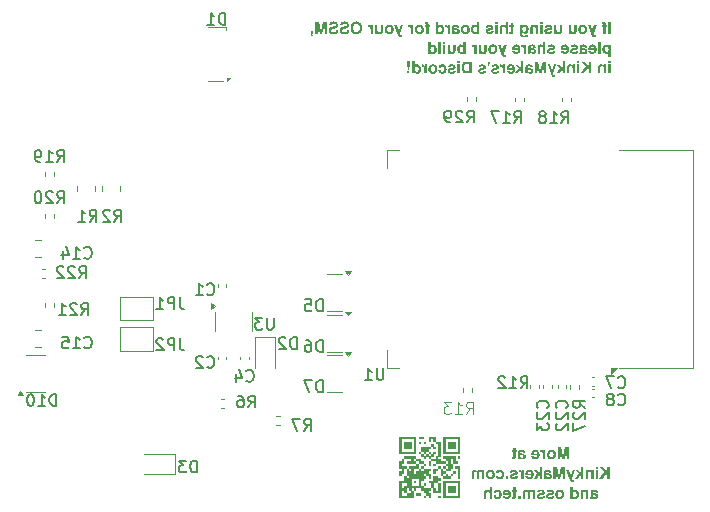
<source format=gbr>
%TF.GenerationSoftware,KiCad,Pcbnew,8.0.4*%
%TF.CreationDate,2024-08-25T16:24:29+03:00*%
%TF.ProjectId,OSSM-integrated-board,4f53534d-2d69-46e7-9465-677261746564,rev?*%
%TF.SameCoordinates,Original*%
%TF.FileFunction,Legend,Bot*%
%TF.FilePolarity,Positive*%
%FSLAX46Y46*%
G04 Gerber Fmt 4.6, Leading zero omitted, Abs format (unit mm)*
G04 Created by KiCad (PCBNEW 8.0.4) date 2024-08-25 16:24:29*
%MOMM*%
%LPD*%
G01*
G04 APERTURE LIST*
%ADD10C,0.150000*%
%ADD11C,0.110000*%
%ADD12C,0.000000*%
%ADD13C,0.120000*%
G04 APERTURE END LIST*
D10*
G36*
X143110607Y-90269581D02*
G01*
X143110607Y-91270000D01*
X142900558Y-91270000D01*
X142900558Y-90269581D01*
X143110607Y-90269581D01*
G37*
G36*
X142371772Y-90253949D02*
G01*
X142412316Y-90253949D01*
X142445778Y-90253949D01*
X142502345Y-90256319D01*
X142557780Y-90265075D01*
X142607095Y-90282981D01*
X142647479Y-90317213D01*
X142650209Y-90321360D01*
X142674814Y-90365075D01*
X142686899Y-90417987D01*
X142690832Y-90471171D01*
X142690997Y-90485980D01*
X142690997Y-90535317D01*
X142797243Y-90535317D01*
X142797243Y-90672581D01*
X142688066Y-90672581D01*
X142688066Y-91270000D01*
X142493405Y-91270000D01*
X142493405Y-90672581D01*
X142366154Y-90672581D01*
X142366154Y-90535317D01*
X142493405Y-90535317D01*
X142493405Y-90471814D01*
X142479483Y-90430781D01*
X142433132Y-90413494D01*
X142426238Y-90413684D01*
X142377051Y-90415934D01*
X142371772Y-90416615D01*
X142371772Y-90253949D01*
G37*
G36*
X141810746Y-91410195D02*
G01*
X141836147Y-91408974D01*
X141836147Y-91564312D01*
X141788520Y-91566999D01*
X141746510Y-91566999D01*
X141694443Y-91564609D01*
X141644812Y-91556000D01*
X141597585Y-91536355D01*
X141574319Y-91516685D01*
X141547992Y-91475449D01*
X141523975Y-91425491D01*
X141504988Y-91380290D01*
X141484521Y-91327204D01*
X141467107Y-91279084D01*
X141458060Y-91253147D01*
X141201849Y-90519685D01*
X141408967Y-90519685D01*
X141563084Y-91069476D01*
X141725505Y-90519685D01*
X141942393Y-90519685D01*
X141668108Y-91298087D01*
X141680565Y-91344494D01*
X141705951Y-91387126D01*
X141712805Y-91392121D01*
X141756280Y-91408974D01*
X141805289Y-91410532D01*
X141810746Y-91410195D01*
G37*
G36*
X140810479Y-90506933D02*
G01*
X140863091Y-90515567D01*
X140911005Y-90529950D01*
X140962292Y-90554790D01*
X141006796Y-90587891D01*
X141038695Y-90621779D01*
X141070885Y-90667634D01*
X141096526Y-90716696D01*
X141115559Y-90768926D01*
X141127927Y-90824287D01*
X141133572Y-90882738D01*
X141133949Y-90902903D01*
X141131594Y-90953158D01*
X141122580Y-91010404D01*
X141106872Y-91064263D01*
X141084528Y-91114688D01*
X141055605Y-91161631D01*
X141038695Y-91183782D01*
X140999850Y-91223737D01*
X140954215Y-91255407D01*
X140901798Y-91278802D01*
X140852944Y-91291984D01*
X140799393Y-91299430D01*
X140753175Y-91301263D01*
X140695204Y-91298399D01*
X140642161Y-91289806D01*
X140594002Y-91275477D01*
X140542595Y-91250704D01*
X140498078Y-91217654D01*
X140466189Y-91183782D01*
X140434134Y-91138598D01*
X140408822Y-91089908D01*
X140390194Y-91037760D01*
X140378193Y-90982201D01*
X140373213Y-90933333D01*
X140372400Y-90902903D01*
X140576831Y-90902903D01*
X140579716Y-90955785D01*
X140589859Y-91007843D01*
X140609695Y-91055880D01*
X140622993Y-91075826D01*
X140659222Y-91110718D01*
X140704396Y-91131454D01*
X140753175Y-91137620D01*
X140802943Y-91131454D01*
X140848533Y-91110718D01*
X140884822Y-91075826D01*
X140909165Y-91033191D01*
X140923365Y-90985707D01*
X140929856Y-90936663D01*
X140930983Y-90902903D01*
X140928098Y-90849963D01*
X140917955Y-90797645D01*
X140898120Y-90748963D01*
X140884822Y-90728513D01*
X140848533Y-90694497D01*
X140802943Y-90674069D01*
X140753175Y-90667941D01*
X140704396Y-90674069D01*
X140659222Y-90694497D01*
X140622993Y-90728513D01*
X140598650Y-90772030D01*
X140584450Y-90819928D01*
X140577958Y-90869122D01*
X140576831Y-90902903D01*
X140372400Y-90902903D01*
X140374660Y-90853129D01*
X140383369Y-90796218D01*
X140398676Y-90742418D01*
X140420639Y-90691766D01*
X140449315Y-90644303D01*
X140466189Y-90621779D01*
X140505022Y-90581801D01*
X140550682Y-90550076D01*
X140603245Y-90526614D01*
X140652377Y-90513380D01*
X140706402Y-90505897D01*
X140753175Y-90504054D01*
X140810479Y-90506933D01*
G37*
G36*
X140038276Y-90972512D02*
G01*
X140038276Y-90519685D01*
X140238555Y-90519685D01*
X140238555Y-90972512D01*
X140236957Y-91025881D01*
X140231300Y-91079405D01*
X140220214Y-91130094D01*
X140206315Y-91166685D01*
X140176112Y-91212673D01*
X140135356Y-91247624D01*
X140084291Y-91271368D01*
X140032503Y-91282672D01*
X139983810Y-91285631D01*
X139932753Y-91282165D01*
X139882937Y-91270244D01*
X139837102Y-91247730D01*
X139797647Y-91217543D01*
X139794766Y-91215045D01*
X139769364Y-91184026D01*
X139755443Y-91164242D01*
X139755443Y-91270000D01*
X139565177Y-91270000D01*
X139565177Y-90519685D01*
X139763991Y-90519685D01*
X139763991Y-90927327D01*
X139766361Y-90978233D01*
X139775681Y-91026776D01*
X139782065Y-91044319D01*
X139811766Y-91086766D01*
X139853551Y-91113418D01*
X139901305Y-91123973D01*
X139919330Y-91124675D01*
X139970485Y-91116870D01*
X140012297Y-91087610D01*
X140024354Y-91068255D01*
X140036122Y-91019057D01*
X140038276Y-90972512D01*
G37*
G36*
X138794591Y-90972512D02*
G01*
X138794591Y-90519685D01*
X138994870Y-90519685D01*
X138994870Y-90972512D01*
X138993273Y-91025881D01*
X138987615Y-91079405D01*
X138976529Y-91130094D01*
X138962630Y-91166685D01*
X138932428Y-91212673D01*
X138891671Y-91247624D01*
X138840606Y-91271368D01*
X138788818Y-91282672D01*
X138740125Y-91285631D01*
X138689068Y-91282165D01*
X138639253Y-91270244D01*
X138593417Y-91247730D01*
X138553962Y-91217543D01*
X138551081Y-91215045D01*
X138525680Y-91184026D01*
X138511758Y-91164242D01*
X138511758Y-91270000D01*
X138321493Y-91270000D01*
X138321493Y-90519685D01*
X138520307Y-90519685D01*
X138520307Y-90927327D01*
X138522676Y-90978233D01*
X138531996Y-91026776D01*
X138538381Y-91044319D01*
X138568082Y-91086766D01*
X138609867Y-91113418D01*
X138657620Y-91123973D01*
X138675645Y-91124675D01*
X138726800Y-91116870D01*
X138768612Y-91087610D01*
X138780669Y-91068255D01*
X138792437Y-91019057D01*
X138794591Y-90972512D01*
G37*
G36*
X137983217Y-91036748D02*
G01*
X138180565Y-91036748D01*
X138176535Y-91085810D01*
X138162075Y-91136814D01*
X138137125Y-91182415D01*
X138101707Y-91222612D01*
X138096545Y-91227257D01*
X138055408Y-91255898D01*
X138005487Y-91277644D01*
X137955800Y-91290727D01*
X137899828Y-91298619D01*
X137848439Y-91301189D01*
X137837648Y-91301263D01*
X137785990Y-91299532D01*
X137729716Y-91292914D01*
X137679730Y-91281387D01*
X137629438Y-91261798D01*
X137587877Y-91235671D01*
X137582658Y-91231409D01*
X137546163Y-91194082D01*
X137520407Y-91151328D01*
X137505138Y-91103124D01*
X137500104Y-91049448D01*
X137505791Y-90999207D01*
X137525004Y-90950345D01*
X137557501Y-90907787D01*
X137599706Y-90875104D01*
X137646968Y-90850960D01*
X137696519Y-90833334D01*
X137731158Y-90824012D01*
X137782155Y-90812533D01*
X137834048Y-90799977D01*
X137881616Y-90787219D01*
X137930143Y-90770804D01*
X137934124Y-90768813D01*
X137963209Y-90727904D01*
X137963677Y-90719232D01*
X137939125Y-90675051D01*
X137935589Y-90672337D01*
X137888332Y-90655464D01*
X137845952Y-90652554D01*
X137794192Y-90658002D01*
X137747749Y-90680706D01*
X137736775Y-90692365D01*
X137717744Y-90739476D01*
X137715771Y-90753182D01*
X137521109Y-90753182D01*
X137528448Y-90704291D01*
X137543692Y-90654559D01*
X137569793Y-90607282D01*
X137604999Y-90570115D01*
X137620516Y-90558764D01*
X137668010Y-90534863D01*
X137714929Y-90519527D01*
X137766675Y-90509413D01*
X137823081Y-90504537D01*
X137848639Y-90504054D01*
X137901485Y-90506586D01*
X137957187Y-90515987D01*
X138006595Y-90532402D01*
X138049832Y-90555908D01*
X138077006Y-90577083D01*
X138112139Y-90616528D01*
X138137517Y-90659453D01*
X138152912Y-90705951D01*
X138158094Y-90756113D01*
X138152874Y-90807776D01*
X138135433Y-90854961D01*
X138106315Y-90892156D01*
X138066182Y-90920140D01*
X138017595Y-90942938D01*
X137964683Y-90961167D01*
X137927041Y-90971535D01*
X137876140Y-90984190D01*
X137824316Y-90997732D01*
X137776763Y-91011274D01*
X137730551Y-91027682D01*
X137724075Y-91031130D01*
X137697855Y-91073923D01*
X137697452Y-91082177D01*
X137720160Y-91127447D01*
X137729692Y-91133224D01*
X137776619Y-91148193D01*
X137822260Y-91151542D01*
X137872078Y-91148245D01*
X137920509Y-91135656D01*
X137956594Y-91111974D01*
X137977711Y-91067035D01*
X137983217Y-91036748D01*
G37*
G36*
X137353803Y-90253949D02*
G01*
X137353803Y-90433224D01*
X137156454Y-90433224D01*
X137156454Y-90253949D01*
X137353803Y-90253949D01*
G37*
G36*
X137156454Y-91270000D02*
G01*
X137156454Y-90519685D01*
X137353803Y-90519685D01*
X137353803Y-91270000D01*
X137156454Y-91270000D01*
G37*
G36*
X136365840Y-90564382D02*
G01*
X136410566Y-90535078D01*
X136461899Y-90515496D01*
X136513076Y-90506147D01*
X136554884Y-90504054D01*
X136604188Y-90507720D01*
X136652994Y-90520177D01*
X136699776Y-90543660D01*
X136707536Y-90548995D01*
X136744333Y-90581935D01*
X136774153Y-90620674D01*
X136778855Y-90627641D01*
X136778855Y-90519685D01*
X136966434Y-90519685D01*
X136966434Y-91270000D01*
X136771772Y-91270000D01*
X136771772Y-90862358D01*
X136768909Y-90812053D01*
X136758051Y-90762461D01*
X136753698Y-90750983D01*
X136724288Y-90706491D01*
X136683106Y-90678402D01*
X136629975Y-90666807D01*
X136617899Y-90666475D01*
X136567913Y-90673088D01*
X136525094Y-90698624D01*
X136507257Y-90724361D01*
X136494162Y-90774061D01*
X136491870Y-90814242D01*
X136491870Y-91270000D01*
X136293056Y-91270000D01*
X136293056Y-90766615D01*
X136295566Y-90716417D01*
X136304901Y-90665016D01*
X136324149Y-90615717D01*
X136356933Y-90572299D01*
X136365840Y-90564382D01*
G37*
G36*
X135895822Y-90508047D02*
G01*
X135945453Y-90520025D01*
X135990344Y-90539989D01*
X136030495Y-90567939D01*
X136065906Y-90603874D01*
X136076657Y-90617627D01*
X136104501Y-90661889D01*
X136126713Y-90709796D01*
X136143226Y-90761387D01*
X136153971Y-90816700D01*
X136158472Y-90865666D01*
X136159211Y-90896308D01*
X136157069Y-90948382D01*
X136150662Y-90996979D01*
X136137382Y-91050700D01*
X136118048Y-91099398D01*
X136092710Y-91143062D01*
X136072505Y-91169371D01*
X136032685Y-91209201D01*
X135987057Y-91238803D01*
X135935776Y-91258469D01*
X135887437Y-91267638D01*
X135844138Y-91270000D01*
X135794227Y-91266663D01*
X135745904Y-91254969D01*
X135700437Y-91232084D01*
X135692951Y-91226769D01*
X135658027Y-91191534D01*
X135632868Y-91153984D01*
X135632868Y-91202833D01*
X135634177Y-91252612D01*
X135639663Y-91305596D01*
X135652308Y-91353496D01*
X135655094Y-91359637D01*
X135684430Y-91399482D01*
X135727379Y-91424122D01*
X135777451Y-91433741D01*
X135796510Y-91434375D01*
X135846884Y-91430498D01*
X135894467Y-91412800D01*
X135903000Y-91406043D01*
X135927327Y-91362462D01*
X135929623Y-91353775D01*
X136141137Y-91353775D01*
X136133436Y-91402430D01*
X136114898Y-91450291D01*
X136086128Y-91490353D01*
X136047286Y-91523096D01*
X136041730Y-91526699D01*
X135993114Y-91551409D01*
X135945106Y-91567071D01*
X135892072Y-91577283D01*
X135842674Y-91581780D01*
X135807745Y-91582630D01*
X135750832Y-91580672D01*
X135698790Y-91574792D01*
X135640580Y-91561919D01*
X135589961Y-91542899D01*
X135546922Y-91517721D01*
X135505267Y-91479362D01*
X135488520Y-91456845D01*
X135465049Y-91407980D01*
X135450519Y-91354555D01*
X135442770Y-91300190D01*
X135439866Y-91247993D01*
X135439672Y-91229455D01*
X135439672Y-90890690D01*
X135629937Y-90890690D01*
X135633051Y-90943416D01*
X135643766Y-90993541D01*
X135664169Y-91037974D01*
X135677564Y-91055799D01*
X135715702Y-91087715D01*
X135764530Y-91105388D01*
X135793824Y-91107822D01*
X135845826Y-91100204D01*
X135892492Y-91074031D01*
X135924275Y-91034753D01*
X135935240Y-91012568D01*
X135950161Y-90965843D01*
X135957316Y-90913736D01*
X135957711Y-90897773D01*
X135955210Y-90848666D01*
X135945861Y-90798443D01*
X135936706Y-90771744D01*
X135910073Y-90724990D01*
X135868365Y-90690987D01*
X135820029Y-90676535D01*
X135795289Y-90675024D01*
X135743086Y-90682675D01*
X135699565Y-90705730D01*
X135674877Y-90729734D01*
X135649472Y-90774114D01*
X135635342Y-90824327D01*
X135630117Y-90877744D01*
X135629937Y-90890690D01*
X135439672Y-90890690D01*
X135439672Y-90519685D01*
X135628471Y-90519685D01*
X135628471Y-90628862D01*
X135658901Y-90584864D01*
X135694510Y-90550106D01*
X135739181Y-90522810D01*
X135743510Y-90520907D01*
X135791791Y-90507757D01*
X135841451Y-90504054D01*
X135895822Y-90508047D01*
G37*
G36*
X134842742Y-90537515D02*
G01*
X134946301Y-90537515D01*
X134946301Y-90676001D01*
X134842742Y-90676001D01*
X134842742Y-91134445D01*
X134837179Y-91185778D01*
X134815060Y-91231630D01*
X134809036Y-91238248D01*
X134764063Y-91267730D01*
X134711723Y-91281780D01*
X134661366Y-91286148D01*
X134620237Y-91285631D01*
X134527669Y-91282944D01*
X134527669Y-91137376D01*
X134547208Y-91137376D01*
X134566992Y-91138841D01*
X134616379Y-91135412D01*
X134638311Y-91127606D01*
X134649437Y-91078350D01*
X134649546Y-91069965D01*
X134649546Y-90676001D01*
X134527669Y-90676001D01*
X134527669Y-90537515D01*
X134649546Y-90537515D01*
X134649546Y-90328932D01*
X134842742Y-90328932D01*
X134842742Y-90537515D01*
G37*
G36*
X133866992Y-90527990D02*
G01*
X133915187Y-90512737D01*
X133967493Y-90504944D01*
X133993021Y-90504054D01*
X134041820Y-90508270D01*
X134092029Y-90522165D01*
X134109281Y-90529455D01*
X134152720Y-90556806D01*
X134188306Y-90593863D01*
X134207222Y-90620558D01*
X134207222Y-90264696D01*
X134401884Y-90264696D01*
X134401884Y-91270000D01*
X134207222Y-91270000D01*
X134207222Y-90866022D01*
X134204228Y-90815721D01*
X134193690Y-90767337D01*
X134170598Y-90720376D01*
X134168143Y-90717034D01*
X134129425Y-90684299D01*
X134082608Y-90668895D01*
X134050418Y-90666475D01*
X134001234Y-90673662D01*
X133959315Y-90703349D01*
X133949790Y-90718499D01*
X133932753Y-90767168D01*
X133928785Y-90815219D01*
X133928785Y-91270000D01*
X133729972Y-91270000D01*
X133729972Y-90832072D01*
X133730582Y-90779680D01*
X133732822Y-90727565D01*
X133736810Y-90686259D01*
X133751888Y-90637663D01*
X133774668Y-90600774D01*
X133809909Y-90562932D01*
X133853197Y-90534293D01*
X133866992Y-90527990D01*
G37*
G36*
X133545568Y-90253949D02*
G01*
X133545568Y-90433224D01*
X133348220Y-90433224D01*
X133348220Y-90253949D01*
X133545568Y-90253949D01*
G37*
G36*
X133348220Y-91270000D02*
G01*
X133348220Y-90519685D01*
X133545568Y-90519685D01*
X133545568Y-91270000D01*
X133348220Y-91270000D01*
G37*
G36*
X133008478Y-91036748D02*
G01*
X133205826Y-91036748D01*
X133201797Y-91085810D01*
X133187337Y-91136814D01*
X133162386Y-91182415D01*
X133126969Y-91222612D01*
X133121807Y-91227257D01*
X133080669Y-91255898D01*
X133030749Y-91277644D01*
X132981062Y-91290727D01*
X132925090Y-91298619D01*
X132873701Y-91301189D01*
X132862909Y-91301263D01*
X132811252Y-91299532D01*
X132754977Y-91292914D01*
X132704991Y-91281387D01*
X132654700Y-91261798D01*
X132613139Y-91235671D01*
X132607920Y-91231409D01*
X132571425Y-91194082D01*
X132545669Y-91151328D01*
X132530400Y-91103124D01*
X132525366Y-91049448D01*
X132531053Y-90999207D01*
X132550266Y-90950345D01*
X132582763Y-90907787D01*
X132624968Y-90875104D01*
X132672229Y-90850960D01*
X132721781Y-90833334D01*
X132756420Y-90824012D01*
X132807417Y-90812533D01*
X132859310Y-90799977D01*
X132906877Y-90787219D01*
X132955405Y-90770804D01*
X132959385Y-90768813D01*
X132988470Y-90727904D01*
X132988939Y-90719232D01*
X132964386Y-90675051D01*
X132960851Y-90672337D01*
X132913593Y-90655464D01*
X132871214Y-90652554D01*
X132819453Y-90658002D01*
X132773010Y-90680706D01*
X132762037Y-90692365D01*
X132743006Y-90739476D01*
X132741032Y-90753182D01*
X132546371Y-90753182D01*
X132553710Y-90704291D01*
X132568954Y-90654559D01*
X132595055Y-90607282D01*
X132630261Y-90570115D01*
X132645778Y-90558764D01*
X132693271Y-90534863D01*
X132740190Y-90519527D01*
X132791937Y-90509413D01*
X132848342Y-90504537D01*
X132873900Y-90504054D01*
X132926747Y-90506586D01*
X132982449Y-90515987D01*
X133031857Y-90532402D01*
X133075094Y-90555908D01*
X133102267Y-90577083D01*
X133137400Y-90616528D01*
X133162779Y-90659453D01*
X133178174Y-90705951D01*
X133183356Y-90756113D01*
X133178136Y-90807776D01*
X133160695Y-90854961D01*
X133131577Y-90892156D01*
X133091443Y-90920140D01*
X133042856Y-90942938D01*
X132989945Y-90961167D01*
X132952302Y-90971535D01*
X132901402Y-90984190D01*
X132849578Y-90997732D01*
X132802025Y-91011274D01*
X132755813Y-91027682D01*
X132749337Y-91031130D01*
X132723117Y-91073923D01*
X132722714Y-91082177D01*
X132745422Y-91127447D01*
X132754954Y-91133224D01*
X132801881Y-91148193D01*
X132847522Y-91151542D01*
X132897340Y-91148245D01*
X132945770Y-91135656D01*
X132981856Y-91111974D01*
X133002973Y-91067035D01*
X133008478Y-91036748D01*
G37*
G36*
X132000244Y-91270000D02*
G01*
X131809734Y-91270000D01*
X131809734Y-91172302D01*
X131778625Y-91211622D01*
X131741178Y-91246480D01*
X131736950Y-91249239D01*
X131689556Y-91271272D01*
X131637454Y-91282697D01*
X131588450Y-91285631D01*
X131535582Y-91281661D01*
X131487192Y-91269737D01*
X131436463Y-91245748D01*
X131391973Y-91210877D01*
X131358862Y-91172302D01*
X131331153Y-91127076D01*
X131309270Y-91077879D01*
X131293163Y-91024606D01*
X131282784Y-90967150D01*
X131278476Y-90915998D01*
X131278232Y-90904856D01*
X131482205Y-90904856D01*
X131485514Y-90957336D01*
X131496980Y-91008713D01*
X131519114Y-91056797D01*
X131524214Y-91064591D01*
X131559892Y-91101419D01*
X131604792Y-91120988D01*
X131640230Y-91124675D01*
X131690566Y-91118521D01*
X131735170Y-91097537D01*
X131769190Y-91061660D01*
X131793369Y-91015406D01*
X131807085Y-90965844D01*
X131812241Y-90915349D01*
X131812421Y-90903391D01*
X131809977Y-90851495D01*
X131801641Y-90802086D01*
X131791416Y-90770279D01*
X131763807Y-90724446D01*
X131725646Y-90693414D01*
X131677161Y-90677380D01*
X131645847Y-90675024D01*
X131592156Y-90682702D01*
X131548850Y-90705844D01*
X131515766Y-90744614D01*
X131501744Y-90772965D01*
X131488522Y-90824018D01*
X131482920Y-90875927D01*
X131482205Y-90904856D01*
X131278232Y-90904856D01*
X131277773Y-90883852D01*
X131279734Y-90833003D01*
X131287320Y-90775904D01*
X131300717Y-90723136D01*
X131320031Y-90674757D01*
X131345367Y-90630824D01*
X131360327Y-90610544D01*
X131393452Y-90574233D01*
X131438182Y-90541456D01*
X131489130Y-90518943D01*
X131537480Y-90507770D01*
X131589916Y-90504054D01*
X131642796Y-90508037D01*
X131692456Y-90521466D01*
X131724249Y-90537759D01*
X131764455Y-90569478D01*
X131798749Y-90608052D01*
X131805582Y-90617627D01*
X131805582Y-90259078D01*
X132000244Y-90259078D01*
X132000244Y-91270000D01*
G37*
G36*
X130861002Y-90506933D02*
G01*
X130913614Y-90515567D01*
X130961528Y-90529950D01*
X131012815Y-90554790D01*
X131057319Y-90587891D01*
X131089218Y-90621779D01*
X131121408Y-90667634D01*
X131147049Y-90716696D01*
X131166083Y-90768926D01*
X131178451Y-90824287D01*
X131184095Y-90882738D01*
X131184473Y-90902903D01*
X131182117Y-90953158D01*
X131173103Y-91010404D01*
X131157395Y-91064263D01*
X131135051Y-91114688D01*
X131106128Y-91161631D01*
X131089218Y-91183782D01*
X131050373Y-91223737D01*
X131004738Y-91255407D01*
X130952321Y-91278802D01*
X130903467Y-91291984D01*
X130849917Y-91299430D01*
X130803698Y-91301263D01*
X130745727Y-91298399D01*
X130692684Y-91289806D01*
X130644525Y-91275477D01*
X130593118Y-91250704D01*
X130548602Y-91217654D01*
X130516713Y-91183782D01*
X130484658Y-91138598D01*
X130459345Y-91089908D01*
X130440718Y-91037760D01*
X130428717Y-90982201D01*
X130423736Y-90933333D01*
X130422923Y-90902903D01*
X130627355Y-90902903D01*
X130630240Y-90955785D01*
X130640383Y-91007843D01*
X130660218Y-91055880D01*
X130673517Y-91075826D01*
X130709745Y-91110718D01*
X130754919Y-91131454D01*
X130803698Y-91137620D01*
X130853466Y-91131454D01*
X130899057Y-91110718D01*
X130935345Y-91075826D01*
X130959688Y-91033191D01*
X130973888Y-90985707D01*
X130980380Y-90936663D01*
X130981507Y-90902903D01*
X130978622Y-90849963D01*
X130968479Y-90797645D01*
X130948644Y-90748963D01*
X130935345Y-90728513D01*
X130899057Y-90694497D01*
X130853466Y-90674069D01*
X130803698Y-90667941D01*
X130754919Y-90674069D01*
X130709745Y-90694497D01*
X130673517Y-90728513D01*
X130649173Y-90772030D01*
X130634973Y-90819928D01*
X130628482Y-90869122D01*
X130627355Y-90902903D01*
X130422923Y-90902903D01*
X130425183Y-90853129D01*
X130433892Y-90796218D01*
X130449199Y-90742418D01*
X130471162Y-90691766D01*
X130499839Y-90644303D01*
X130516713Y-90621779D01*
X130555546Y-90581801D01*
X130601205Y-90550076D01*
X130653769Y-90526614D01*
X130702901Y-90513380D01*
X130756926Y-90505897D01*
X130803698Y-90504054D01*
X130861002Y-90506933D01*
G37*
G36*
X130046582Y-90506511D02*
G01*
X130096975Y-90513839D01*
X130150409Y-90528967D01*
X130196168Y-90550895D01*
X130239850Y-90584918D01*
X130255373Y-90602240D01*
X130281512Y-90645263D01*
X130299449Y-90695235D01*
X130308542Y-90745747D01*
X130310083Y-90763684D01*
X130122505Y-90763684D01*
X130106968Y-90715230D01*
X130094417Y-90694808D01*
X130052767Y-90668508D01*
X130000766Y-90661135D01*
X129996475Y-90661102D01*
X129945789Y-90664805D01*
X129903907Y-90677955D01*
X129874290Y-90718595D01*
X129871912Y-90742679D01*
X129895508Y-90787673D01*
X129913921Y-90797390D01*
X129962785Y-90810482D01*
X129990858Y-90814487D01*
X130056559Y-90822791D01*
X130109911Y-90831336D01*
X130161721Y-90843556D01*
X130209090Y-90860642D01*
X130228750Y-90870662D01*
X130269706Y-90901841D01*
X130300578Y-90939967D01*
X130321384Y-90985120D01*
X130332137Y-91037375D01*
X130333775Y-91070453D01*
X130329794Y-91124339D01*
X130315588Y-91175788D01*
X130290734Y-91218151D01*
X130268073Y-91241667D01*
X130228462Y-91270511D01*
X130183103Y-91289882D01*
X130132157Y-91299813D01*
X130101500Y-91301263D01*
X130048582Y-91296810D01*
X129999648Y-91283650D01*
X129958618Y-91264382D01*
X129918107Y-91231313D01*
X129881707Y-91198599D01*
X129866294Y-91183049D01*
X129860676Y-91227990D01*
X129847976Y-91270000D01*
X129636706Y-91270000D01*
X129636706Y-91240690D01*
X129664549Y-91218220D01*
X129675644Y-91168535D01*
X129675785Y-91166196D01*
X129677099Y-91116881D01*
X129677250Y-91080223D01*
X129677250Y-90979106D01*
X129873133Y-90979106D01*
X129877388Y-91027798D01*
X129891559Y-91076275D01*
X129921489Y-91116453D01*
X129927843Y-91121256D01*
X129972472Y-91146400D01*
X130020767Y-91158725D01*
X130044103Y-91160090D01*
X130092395Y-91148257D01*
X130111270Y-91135666D01*
X130136296Y-91091933D01*
X130139113Y-91062637D01*
X130127573Y-91012995D01*
X130092951Y-90978374D01*
X130046695Y-90960313D01*
X130004780Y-90951263D01*
X129961304Y-90942714D01*
X129913208Y-90929909D01*
X129909525Y-90928304D01*
X129873133Y-90905833D01*
X129873133Y-90979106D01*
X129677250Y-90979106D01*
X129677250Y-90737062D01*
X129681863Y-90682027D01*
X129698351Y-90629235D01*
X129726672Y-90587288D01*
X129766687Y-90556255D01*
X129772505Y-90553147D01*
X129822113Y-90531875D01*
X129874812Y-90516510D01*
X129923730Y-90508021D01*
X129975507Y-90504251D01*
X129990858Y-90504054D01*
X130046582Y-90506511D01*
G37*
G36*
X129091311Y-90504054D02*
G01*
X129101081Y-90504054D01*
X129152973Y-90508619D01*
X129202451Y-90524112D01*
X129243963Y-90550460D01*
X129280050Y-90587677D01*
X129308340Y-90628513D01*
X129322365Y-90651088D01*
X129322365Y-90519685D01*
X129508478Y-90519685D01*
X129508478Y-91270000D01*
X129311130Y-91270000D01*
X129311130Y-90911939D01*
X129309018Y-90860264D01*
X129300690Y-90810282D01*
X129288660Y-90779071D01*
X129256249Y-90737953D01*
X129208606Y-90712363D01*
X129159193Y-90702829D01*
X129130635Y-90701646D01*
X129108164Y-90703112D01*
X129074459Y-90705799D01*
X129074459Y-90505519D01*
X129091311Y-90504054D01*
G37*
G36*
X128481437Y-90616650D02*
G01*
X128510968Y-90577374D01*
X128550728Y-90543484D01*
X128566678Y-90533607D01*
X128612121Y-90514543D01*
X128662394Y-90505107D01*
X128687090Y-90504054D01*
X128740224Y-90507916D01*
X128789138Y-90519497D01*
X128840803Y-90542750D01*
X128886581Y-90576480D01*
X128921074Y-90613719D01*
X128950978Y-90657865D01*
X128974732Y-90707846D01*
X128992317Y-90763623D01*
X129002244Y-90814503D01*
X129007861Y-90869359D01*
X129009246Y-90916092D01*
X129007078Y-90968843D01*
X129000558Y-91018132D01*
X128986959Y-91072773D01*
X128967023Y-91122572D01*
X128940711Y-91167605D01*
X128919609Y-91195017D01*
X128885030Y-91230761D01*
X128840977Y-91263387D01*
X128792927Y-91286064D01*
X128740879Y-91298608D01*
X128701256Y-91301263D01*
X128649360Y-91297456D01*
X128599951Y-91285045D01*
X128568143Y-91270488D01*
X128529417Y-91237425D01*
X128494504Y-91197639D01*
X128472889Y-91166196D01*
X128472889Y-91270000D01*
X128283845Y-91270000D01*
X128283845Y-90911207D01*
X128475819Y-90911207D01*
X128479156Y-90964092D01*
X128490850Y-91016225D01*
X128511212Y-91061122D01*
X128519050Y-91073140D01*
X128552902Y-91109450D01*
X128600738Y-91131336D01*
X128643859Y-91136154D01*
X128696143Y-91128936D01*
X128741158Y-91104027D01*
X128766957Y-91073140D01*
X128790911Y-91025163D01*
X128804022Y-90972432D01*
X128808803Y-90917359D01*
X128808967Y-90904124D01*
X128805690Y-90851850D01*
X128794498Y-90799281D01*
X128775574Y-90753335D01*
X128768422Y-90740969D01*
X128735573Y-90703207D01*
X128687715Y-90680157D01*
X128643859Y-90675024D01*
X128593534Y-90682717D01*
X128549741Y-90706298D01*
X128544452Y-90710683D01*
X128510991Y-90751040D01*
X128490672Y-90797513D01*
X128480017Y-90846284D01*
X128475885Y-90902559D01*
X128475819Y-90911207D01*
X128283845Y-90911207D01*
X128283845Y-90260544D01*
X128481437Y-90260544D01*
X128481437Y-90616650D01*
G37*
G36*
X127369399Y-90253949D02*
G01*
X127409944Y-90253949D01*
X127443405Y-90253949D01*
X127499973Y-90256319D01*
X127555408Y-90265075D01*
X127604723Y-90282981D01*
X127645106Y-90317213D01*
X127647836Y-90321360D01*
X127672441Y-90365075D01*
X127684527Y-90417987D01*
X127688459Y-90471171D01*
X127688625Y-90485980D01*
X127688625Y-90535317D01*
X127794870Y-90535317D01*
X127794870Y-90672581D01*
X127685694Y-90672581D01*
X127685694Y-91270000D01*
X127491032Y-91270000D01*
X127491032Y-90672581D01*
X127363782Y-90672581D01*
X127363782Y-90535317D01*
X127491032Y-90535317D01*
X127491032Y-90471814D01*
X127477110Y-90430781D01*
X127430759Y-90413494D01*
X127423866Y-90413684D01*
X127374679Y-90415934D01*
X127369399Y-90416615D01*
X127369399Y-90253949D01*
G37*
G36*
X126974610Y-90506933D02*
G01*
X127027222Y-90515567D01*
X127075136Y-90529950D01*
X127126423Y-90554790D01*
X127170927Y-90587891D01*
X127202826Y-90621779D01*
X127235016Y-90667634D01*
X127260657Y-90716696D01*
X127279690Y-90768926D01*
X127292058Y-90824287D01*
X127297703Y-90882738D01*
X127298080Y-90902903D01*
X127295725Y-90953158D01*
X127286711Y-91010404D01*
X127271003Y-91064263D01*
X127248659Y-91114688D01*
X127219736Y-91161631D01*
X127202826Y-91183782D01*
X127163981Y-91223737D01*
X127118346Y-91255407D01*
X127065929Y-91278802D01*
X127017075Y-91291984D01*
X126963525Y-91299430D01*
X126917306Y-91301263D01*
X126859335Y-91298399D01*
X126806292Y-91289806D01*
X126758133Y-91275477D01*
X126706726Y-91250704D01*
X126662210Y-91217654D01*
X126630321Y-91183782D01*
X126598265Y-91138598D01*
X126572953Y-91089908D01*
X126554325Y-91037760D01*
X126542324Y-90982201D01*
X126537344Y-90933333D01*
X126536531Y-90902903D01*
X126740963Y-90902903D01*
X126743848Y-90955785D01*
X126753991Y-91007843D01*
X126773826Y-91055880D01*
X126787124Y-91075826D01*
X126823353Y-91110718D01*
X126868527Y-91131454D01*
X126917306Y-91137620D01*
X126967074Y-91131454D01*
X127012665Y-91110718D01*
X127048953Y-91075826D01*
X127073296Y-91033191D01*
X127087496Y-90985707D01*
X127093988Y-90936663D01*
X127095115Y-90902903D01*
X127092230Y-90849963D01*
X127082087Y-90797645D01*
X127062251Y-90748963D01*
X127048953Y-90728513D01*
X127012665Y-90694497D01*
X126967074Y-90674069D01*
X126917306Y-90667941D01*
X126868527Y-90674069D01*
X126823353Y-90694497D01*
X126787124Y-90728513D01*
X126762781Y-90772030D01*
X126748581Y-90819928D01*
X126742090Y-90869122D01*
X126740963Y-90902903D01*
X126536531Y-90902903D01*
X126538791Y-90853129D01*
X126547500Y-90796218D01*
X126562807Y-90742418D01*
X126584770Y-90691766D01*
X126613447Y-90644303D01*
X126630321Y-90621779D01*
X126669154Y-90581801D01*
X126714813Y-90550076D01*
X126767377Y-90526614D01*
X126816509Y-90513380D01*
X126870533Y-90505897D01*
X126917306Y-90504054D01*
X126974610Y-90506933D01*
G37*
G36*
X125982588Y-90504054D02*
G01*
X125992358Y-90504054D01*
X126044250Y-90508619D01*
X126093728Y-90524112D01*
X126135240Y-90550460D01*
X126171327Y-90587677D01*
X126199617Y-90628513D01*
X126213642Y-90651088D01*
X126213642Y-90519685D01*
X126399755Y-90519685D01*
X126399755Y-91270000D01*
X126202407Y-91270000D01*
X126202407Y-90911939D01*
X126200295Y-90860264D01*
X126191967Y-90810282D01*
X126179937Y-90779071D01*
X126147526Y-90737953D01*
X126099883Y-90712363D01*
X126050470Y-90702829D01*
X126021912Y-90701646D01*
X125999441Y-90703112D01*
X125965736Y-90705799D01*
X125965736Y-90505519D01*
X125982588Y-90504054D01*
G37*
G36*
X125409351Y-91410195D02*
G01*
X125434752Y-91408974D01*
X125434752Y-91564312D01*
X125387124Y-91566999D01*
X125345115Y-91566999D01*
X125293047Y-91564609D01*
X125243416Y-91556000D01*
X125196190Y-91536355D01*
X125172923Y-91516685D01*
X125146596Y-91475449D01*
X125122579Y-91425491D01*
X125103593Y-91380290D01*
X125083125Y-91327204D01*
X125065711Y-91279084D01*
X125056664Y-91253147D01*
X124800453Y-90519685D01*
X125007571Y-90519685D01*
X125161688Y-91069476D01*
X125324110Y-90519685D01*
X125540997Y-90519685D01*
X125266713Y-91298087D01*
X125279169Y-91344494D01*
X125304555Y-91387126D01*
X125311409Y-91392121D01*
X125354884Y-91408974D01*
X125403893Y-91410532D01*
X125409351Y-91410195D01*
G37*
G36*
X124409083Y-90506933D02*
G01*
X124461695Y-90515567D01*
X124509609Y-90529950D01*
X124560896Y-90554790D01*
X124605400Y-90587891D01*
X124637299Y-90621779D01*
X124669489Y-90667634D01*
X124695130Y-90716696D01*
X124714163Y-90768926D01*
X124726531Y-90824287D01*
X124732176Y-90882738D01*
X124732554Y-90902903D01*
X124730198Y-90953158D01*
X124721184Y-91010404D01*
X124705476Y-91064263D01*
X124683132Y-91114688D01*
X124654209Y-91161631D01*
X124637299Y-91183782D01*
X124598454Y-91223737D01*
X124552819Y-91255407D01*
X124500402Y-91278802D01*
X124451548Y-91291984D01*
X124397998Y-91299430D01*
X124351779Y-91301263D01*
X124293808Y-91298399D01*
X124240765Y-91289806D01*
X124192606Y-91275477D01*
X124141199Y-91250704D01*
X124096683Y-91217654D01*
X124064794Y-91183782D01*
X124032739Y-91138598D01*
X124007426Y-91089908D01*
X123988798Y-91037760D01*
X123976798Y-90982201D01*
X123971817Y-90933333D01*
X123971004Y-90902903D01*
X124175436Y-90902903D01*
X124178321Y-90955785D01*
X124188464Y-91007843D01*
X124208299Y-91055880D01*
X124221598Y-91075826D01*
X124257826Y-91110718D01*
X124303000Y-91131454D01*
X124351779Y-91137620D01*
X124401547Y-91131454D01*
X124447138Y-91110718D01*
X124483426Y-91075826D01*
X124507769Y-91033191D01*
X124521969Y-90985707D01*
X124528461Y-90936663D01*
X124529588Y-90902903D01*
X124526703Y-90849963D01*
X124516560Y-90797645D01*
X124496724Y-90748963D01*
X124483426Y-90728513D01*
X124447138Y-90694497D01*
X124401547Y-90674069D01*
X124351779Y-90667941D01*
X124303000Y-90674069D01*
X124257826Y-90694497D01*
X124221598Y-90728513D01*
X124197254Y-90772030D01*
X124183054Y-90819928D01*
X124176563Y-90869122D01*
X124175436Y-90902903D01*
X123971004Y-90902903D01*
X123973264Y-90853129D01*
X123981973Y-90796218D01*
X123997280Y-90742418D01*
X124019243Y-90691766D01*
X124047920Y-90644303D01*
X124064794Y-90621779D01*
X124103627Y-90581801D01*
X124149286Y-90550076D01*
X124201850Y-90526614D01*
X124250982Y-90513380D01*
X124305006Y-90505897D01*
X124351779Y-90504054D01*
X124409083Y-90506933D01*
G37*
G36*
X123636880Y-90972512D02*
G01*
X123636880Y-90519685D01*
X123837159Y-90519685D01*
X123837159Y-90972512D01*
X123835562Y-91025881D01*
X123829904Y-91079405D01*
X123818818Y-91130094D01*
X123804919Y-91166685D01*
X123774716Y-91212673D01*
X123733960Y-91247624D01*
X123682895Y-91271368D01*
X123631107Y-91282672D01*
X123582414Y-91285631D01*
X123531357Y-91282165D01*
X123481542Y-91270244D01*
X123435706Y-91247730D01*
X123396251Y-91217543D01*
X123393370Y-91215045D01*
X123367969Y-91184026D01*
X123354047Y-91164242D01*
X123354047Y-91270000D01*
X123163782Y-91270000D01*
X123163782Y-90519685D01*
X123362595Y-90519685D01*
X123362595Y-90927327D01*
X123364965Y-90978233D01*
X123374285Y-91026776D01*
X123380669Y-91044319D01*
X123410371Y-91086766D01*
X123452156Y-91113418D01*
X123499909Y-91123973D01*
X123517934Y-91124675D01*
X123569089Y-91116870D01*
X123610901Y-91087610D01*
X123622958Y-91068255D01*
X123634726Y-91019057D01*
X123636880Y-90972512D01*
G37*
G36*
X122562212Y-90504054D02*
G01*
X122571981Y-90504054D01*
X122623873Y-90508619D01*
X122673351Y-90524112D01*
X122714863Y-90550460D01*
X122750950Y-90587677D01*
X122779240Y-90628513D01*
X122793265Y-90651088D01*
X122793265Y-90519685D01*
X122979378Y-90519685D01*
X122979378Y-91270000D01*
X122782030Y-91270000D01*
X122782030Y-90911939D01*
X122779918Y-90860264D01*
X122771590Y-90810282D01*
X122759560Y-90779071D01*
X122727149Y-90737953D01*
X122679506Y-90712363D01*
X122630094Y-90702829D01*
X122601535Y-90701646D01*
X122579064Y-90703112D01*
X122545359Y-90705799D01*
X122545359Y-90505519D01*
X122562212Y-90504054D01*
G37*
G36*
X121634114Y-90240161D02*
G01*
X121683460Y-90245687D01*
X121740642Y-90257771D01*
X121792807Y-90275600D01*
X121839938Y-90299170D01*
X121882020Y-90328474D01*
X121912037Y-90356043D01*
X121948042Y-90392795D01*
X121979292Y-90433815D01*
X122005773Y-90479111D01*
X122027472Y-90528692D01*
X122044374Y-90582566D01*
X122056465Y-90640742D01*
X122063730Y-90703229D01*
X122066003Y-90752928D01*
X122066154Y-90770034D01*
X122064790Y-90819762D01*
X122058734Y-90882440D01*
X122047849Y-90941028D01*
X122032148Y-90995583D01*
X122011647Y-91046163D01*
X121986360Y-91092824D01*
X121956300Y-91135624D01*
X121921483Y-91174620D01*
X121912037Y-91183782D01*
X121874008Y-91217654D01*
X121830916Y-91245771D01*
X121782776Y-91268139D01*
X121729606Y-91284763D01*
X121671423Y-91295650D01*
X121621279Y-91300232D01*
X121581577Y-91301263D01*
X121529172Y-91299430D01*
X121480025Y-91293931D01*
X121423145Y-91281898D01*
X121371295Y-91264125D01*
X121324439Y-91240607D01*
X121282546Y-91211340D01*
X121252581Y-91183782D01*
X121216710Y-91145728D01*
X121185659Y-91103884D01*
X121159416Y-91058193D01*
X121137971Y-91008599D01*
X121121311Y-90955043D01*
X121109425Y-90897468D01*
X121102302Y-90835818D01*
X121100078Y-90786871D01*
X121099930Y-90770034D01*
X121309979Y-90770034D01*
X121311811Y-90820983D01*
X121318787Y-90877258D01*
X121330876Y-90928171D01*
X121351298Y-90980717D01*
X121378364Y-91025794D01*
X121382763Y-91031618D01*
X121418134Y-91067435D01*
X121464019Y-91097568D01*
X121515883Y-91116203D01*
X121566295Y-91123096D01*
X121581577Y-91123454D01*
X121634145Y-91119068D01*
X121681678Y-91105902D01*
X121730032Y-91080083D01*
X121767291Y-91048049D01*
X121781856Y-91031618D01*
X121811113Y-90987616D01*
X121832951Y-90936132D01*
X121845879Y-90886117D01*
X121853565Y-90830732D01*
X121856035Y-90780517D01*
X121856106Y-90770034D01*
X121854343Y-90719084D01*
X121847521Y-90663036D01*
X121835473Y-90612480D01*
X121814684Y-90560348D01*
X121786495Y-90515492D01*
X121781856Y-90509672D01*
X121746568Y-90473825D01*
X121700546Y-90443612D01*
X121648233Y-90424889D01*
X121597119Y-90417953D01*
X121581577Y-90417592D01*
X121529802Y-90422007D01*
X121482758Y-90435243D01*
X121434650Y-90461150D01*
X121397383Y-90493235D01*
X121382763Y-90509672D01*
X121354761Y-90553661D01*
X121333380Y-90605056D01*
X121320450Y-90654874D01*
X121312614Y-90709903D01*
X121310052Y-90759663D01*
X121309979Y-90770034D01*
X121099930Y-90770034D01*
X121101264Y-90719525D01*
X121107198Y-90655959D01*
X121117892Y-90596706D01*
X121133357Y-90541758D01*
X121153606Y-90491104D01*
X121178648Y-90444738D01*
X121208496Y-90402650D01*
X121243161Y-90364831D01*
X121252581Y-90356043D01*
X121290529Y-90322155D01*
X121333412Y-90293997D01*
X121381264Y-90271575D01*
X121434118Y-90254894D01*
X121492007Y-90243960D01*
X121541967Y-90239354D01*
X121581577Y-90238318D01*
X121634114Y-90240161D01*
G37*
G36*
X120787299Y-90964207D02*
G01*
X120987578Y-90964207D01*
X120983720Y-91020792D01*
X120972070Y-91072631D01*
X120952512Y-91119666D01*
X120924930Y-91161838D01*
X120889207Y-91199090D01*
X120875471Y-91210404D01*
X120830043Y-91241100D01*
X120778716Y-91265556D01*
X120731493Y-91281128D01*
X120680272Y-91292291D01*
X120625098Y-91299014D01*
X120566015Y-91301263D01*
X120507821Y-91299009D01*
X120453893Y-91292247D01*
X120404202Y-91280977D01*
X120350127Y-91261502D01*
X120302066Y-91235536D01*
X120266573Y-91208939D01*
X120230851Y-91173384D01*
X120198539Y-91127564D01*
X120176296Y-91077248D01*
X120164108Y-91022619D01*
X120161549Y-90981060D01*
X120165951Y-90925117D01*
X120179097Y-90875099D01*
X120200895Y-90831252D01*
X120236282Y-90789012D01*
X120252407Y-90775408D01*
X120293623Y-90748542D01*
X120340506Y-90727468D01*
X120389965Y-90710877D01*
X120424598Y-90701402D01*
X120598255Y-90660858D01*
X120649299Y-90647328D01*
X120696369Y-90632634D01*
X120728436Y-90618848D01*
X120765073Y-90585173D01*
X120777529Y-90537759D01*
X120766571Y-90488430D01*
X120734301Y-90450954D01*
X120728436Y-90446901D01*
X120683669Y-90425271D01*
X120632516Y-90415050D01*
X120598255Y-90413440D01*
X120547263Y-90416956D01*
X120498894Y-90428762D01*
X120476378Y-90438597D01*
X120433892Y-90470957D01*
X120407223Y-90516191D01*
X120396755Y-90568534D01*
X120195010Y-90568534D01*
X120200474Y-90510826D01*
X120213583Y-90458543D01*
X120234355Y-90411599D01*
X120262810Y-90369907D01*
X120298968Y-90333380D01*
X120312735Y-90322337D01*
X120356246Y-90293814D01*
X120403221Y-90271174D01*
X120453623Y-90254426D01*
X120507412Y-90243580D01*
X120564550Y-90238647D01*
X120584333Y-90238318D01*
X120641739Y-90240577D01*
X120694634Y-90247301D01*
X120742978Y-90258413D01*
X120794929Y-90277427D01*
X120840204Y-90302512D01*
X120872784Y-90327955D01*
X120911289Y-90369542D01*
X120940501Y-90415255D01*
X120960312Y-90465294D01*
X120970614Y-90519859D01*
X120972191Y-90553147D01*
X120968502Y-90606128D01*
X120954990Y-90660670D01*
X120931750Y-90707633D01*
X120898982Y-90747276D01*
X120869853Y-90771256D01*
X120822442Y-90796774D01*
X120771092Y-90816133D01*
X120716493Y-90832419D01*
X120662584Y-90845967D01*
X120652965Y-90848192D01*
X120546475Y-90871884D01*
X120497306Y-90884011D01*
X120448072Y-90900062D01*
X120407990Y-90919511D01*
X120373868Y-90954533D01*
X120364515Y-90996448D01*
X120374914Y-91048103D01*
X120406153Y-91087513D01*
X120452686Y-91112463D01*
X120502428Y-91124449D01*
X120551597Y-91128676D01*
X120574563Y-91129071D01*
X120625321Y-91126101D01*
X120674862Y-91115487D01*
X120719609Y-91094450D01*
X120749441Y-91067766D01*
X120773133Y-91024322D01*
X120785503Y-90976858D01*
X120787299Y-90964207D01*
G37*
G36*
X119854291Y-90964207D02*
G01*
X120054570Y-90964207D01*
X120050713Y-91020792D01*
X120039063Y-91072631D01*
X120019505Y-91119666D01*
X119991922Y-91161838D01*
X119956199Y-91199090D01*
X119942463Y-91210404D01*
X119897035Y-91241100D01*
X119845708Y-91265556D01*
X119798486Y-91281128D01*
X119747265Y-91292291D01*
X119692090Y-91299014D01*
X119633007Y-91301263D01*
X119574814Y-91299009D01*
X119520885Y-91292247D01*
X119471195Y-91280977D01*
X119417120Y-91261502D01*
X119369058Y-91235536D01*
X119333565Y-91208939D01*
X119297843Y-91173384D01*
X119265531Y-91127564D01*
X119243289Y-91077248D01*
X119231100Y-91022619D01*
X119228541Y-90981060D01*
X119232944Y-90925117D01*
X119246090Y-90875099D01*
X119267887Y-90831252D01*
X119303275Y-90789012D01*
X119319399Y-90775408D01*
X119360615Y-90748542D01*
X119407499Y-90727468D01*
X119456958Y-90710877D01*
X119491591Y-90701402D01*
X119665247Y-90660858D01*
X119716292Y-90647328D01*
X119763362Y-90632634D01*
X119795429Y-90618848D01*
X119832065Y-90585173D01*
X119844521Y-90537759D01*
X119833563Y-90488430D01*
X119801293Y-90450954D01*
X119795429Y-90446901D01*
X119750662Y-90425271D01*
X119699508Y-90415050D01*
X119665247Y-90413440D01*
X119614255Y-90416956D01*
X119565887Y-90428762D01*
X119543370Y-90438597D01*
X119500884Y-90470957D01*
X119474215Y-90516191D01*
X119463747Y-90568534D01*
X119262002Y-90568534D01*
X119267467Y-90510826D01*
X119280575Y-90458543D01*
X119301347Y-90411599D01*
X119329803Y-90369907D01*
X119365960Y-90333380D01*
X119379727Y-90322337D01*
X119423238Y-90293814D01*
X119470214Y-90271174D01*
X119520615Y-90254426D01*
X119574404Y-90243580D01*
X119631542Y-90238647D01*
X119651325Y-90238318D01*
X119708731Y-90240577D01*
X119761626Y-90247301D01*
X119809970Y-90258413D01*
X119861922Y-90277427D01*
X119907196Y-90302512D01*
X119939776Y-90327955D01*
X119978282Y-90369542D01*
X120007493Y-90415255D01*
X120027304Y-90465294D01*
X120037606Y-90519859D01*
X120039183Y-90553147D01*
X120035495Y-90606128D01*
X120021982Y-90660670D01*
X119998742Y-90707633D01*
X119965974Y-90747276D01*
X119936845Y-90771256D01*
X119889434Y-90796774D01*
X119838085Y-90816133D01*
X119783485Y-90832419D01*
X119729576Y-90845967D01*
X119719958Y-90848192D01*
X119613468Y-90871884D01*
X119564298Y-90884011D01*
X119515065Y-90900062D01*
X119474982Y-90919511D01*
X119440860Y-90954533D01*
X119431507Y-90996448D01*
X119441907Y-91048103D01*
X119473146Y-91087513D01*
X119519678Y-91112463D01*
X119569420Y-91124449D01*
X119618589Y-91128676D01*
X119641556Y-91129071D01*
X119692313Y-91126101D01*
X119741854Y-91115487D01*
X119786602Y-91094450D01*
X119816434Y-91067766D01*
X119840125Y-91024322D01*
X119852496Y-90976858D01*
X119854291Y-90964207D01*
G37*
G36*
X118102337Y-91270000D02*
G01*
X118102337Y-90269581D01*
X118405931Y-90269581D01*
X118588136Y-91054577D01*
X118771563Y-90269581D01*
X119076622Y-90269581D01*
X119076622Y-91270000D01*
X118880739Y-91270000D01*
X118880739Y-90593935D01*
X118881136Y-90542652D01*
X118881960Y-90512358D01*
X118881960Y-90432002D01*
X118693161Y-91270000D01*
X118488729Y-91270000D01*
X118298220Y-90432002D01*
X118298220Y-90512358D01*
X118299535Y-90561368D01*
X118299685Y-90593935D01*
X118299685Y-91270000D01*
X118102337Y-91270000D01*
G37*
G36*
X117933565Y-91432421D02*
G01*
X117933565Y-91506671D01*
X117883606Y-91494104D01*
X117866399Y-91487131D01*
X117821000Y-91462219D01*
X117783281Y-91429505D01*
X117780914Y-91427048D01*
X117751900Y-91384497D01*
X117736217Y-91340097D01*
X117726661Y-91290119D01*
X117723517Y-91242156D01*
X117723517Y-91065812D01*
X117933565Y-91065812D01*
X117933565Y-91270000D01*
X117815840Y-91270000D01*
X117822913Y-91321517D01*
X117840387Y-91367997D01*
X117846859Y-91377955D01*
X117883343Y-91410500D01*
X117930041Y-91431369D01*
X117933565Y-91432421D01*
G37*
G36*
X142754663Y-92188053D02*
G01*
X142804243Y-92201878D01*
X142848845Y-92225577D01*
X142861235Y-92234612D01*
X142898008Y-92268453D01*
X142928401Y-92309106D01*
X142928401Y-92199685D01*
X143114759Y-92199685D01*
X143114759Y-93237473D01*
X142921563Y-93237473D01*
X142921563Y-92849616D01*
X142892509Y-92889246D01*
X142858548Y-92920935D01*
X142815250Y-92946165D01*
X142764074Y-92961168D01*
X142711514Y-92965631D01*
X142660656Y-92962081D01*
X142606075Y-92948851D01*
X142556541Y-92925643D01*
X142511978Y-92892259D01*
X142483147Y-92862072D01*
X142453243Y-92820211D01*
X142429489Y-92771800D01*
X142411904Y-92716783D01*
X142401977Y-92665845D01*
X142396359Y-92610245D01*
X142395279Y-92572889D01*
X142595254Y-92572889D01*
X142598097Y-92622664D01*
X142607880Y-92672394D01*
X142626504Y-92719825D01*
X142638729Y-92740439D01*
X142675953Y-92777731D01*
X142724665Y-92798073D01*
X142763293Y-92801988D01*
X142811733Y-92795397D01*
X142857368Y-92773150D01*
X142860013Y-92771214D01*
X142896330Y-92731712D01*
X142917282Y-92682569D01*
X142926767Y-92628434D01*
X142928401Y-92589741D01*
X142926017Y-92536977D01*
X142918165Y-92486896D01*
X142908862Y-92454187D01*
X142884228Y-92410975D01*
X142847333Y-92376955D01*
X142800371Y-92358545D01*
X142763293Y-92355024D01*
X142712719Y-92361260D01*
X142667880Y-92382921D01*
X142634577Y-92420725D01*
X142612551Y-92468859D01*
X142600090Y-92516324D01*
X142595295Y-92567550D01*
X142595254Y-92572889D01*
X142395279Y-92572889D01*
X142394975Y-92562386D01*
X142397143Y-92506651D01*
X142403663Y-92455295D01*
X142417262Y-92399415D01*
X142437198Y-92349769D01*
X142463510Y-92306318D01*
X142484612Y-92280774D01*
X142526675Y-92243087D01*
X142572171Y-92214657D01*
X142621240Y-92195483D01*
X142674018Y-92185565D01*
X142705896Y-92184054D01*
X142754663Y-92188053D01*
G37*
G36*
X142250139Y-91949581D02*
G01*
X142250139Y-92950000D01*
X142055478Y-92950000D01*
X142055478Y-91949581D01*
X142250139Y-91949581D01*
G37*
G36*
X141628267Y-92187617D02*
G01*
X141680821Y-92198338D01*
X141729157Y-92216265D01*
X141773381Y-92241447D01*
X141813599Y-92273932D01*
X141826133Y-92286392D01*
X141859683Y-92329494D01*
X141886180Y-92379274D01*
X141902916Y-92425733D01*
X141914829Y-92476609D01*
X141921952Y-92531800D01*
X141924319Y-92591207D01*
X141922613Y-92640875D01*
X141915683Y-92698089D01*
X141903422Y-92749801D01*
X141885830Y-92795916D01*
X141857683Y-92843732D01*
X141821859Y-92883187D01*
X141815143Y-92888939D01*
X141773583Y-92920314D01*
X141729443Y-92945199D01*
X141682773Y-92963591D01*
X141633621Y-92975492D01*
X141582033Y-92980902D01*
X141564305Y-92981263D01*
X141512344Y-92978597D01*
X141464108Y-92970601D01*
X141411195Y-92953968D01*
X141363770Y-92929660D01*
X141321898Y-92897674D01*
X141297103Y-92872086D01*
X141266767Y-92833479D01*
X141240899Y-92787190D01*
X141227006Y-92737752D01*
X141427285Y-92737752D01*
X141453937Y-92779994D01*
X141462212Y-92788311D01*
X141505962Y-92814109D01*
X141556380Y-92823200D01*
X141560153Y-92823237D01*
X141610326Y-92816923D01*
X141655600Y-92796842D01*
X141658094Y-92795150D01*
X141693076Y-92760227D01*
X141716295Y-92712408D01*
X141726192Y-92664565D01*
X141728192Y-92637369D01*
X141218702Y-92637369D01*
X141218391Y-92587386D01*
X141220164Y-92534880D01*
X141222291Y-92510118D01*
X141420202Y-92510118D01*
X141722575Y-92510118D01*
X141713318Y-92461079D01*
X141693449Y-92413432D01*
X141676413Y-92389462D01*
X141637764Y-92358612D01*
X141587772Y-92344539D01*
X141571388Y-92343789D01*
X141520297Y-92352101D01*
X141477218Y-92376630D01*
X141466364Y-92386531D01*
X141438956Y-92427100D01*
X141424403Y-92476271D01*
X141420202Y-92510118D01*
X141222291Y-92510118D01*
X141224075Y-92489357D01*
X141233869Y-92439304D01*
X141250670Y-92388283D01*
X141273487Y-92341623D01*
X141281472Y-92328401D01*
X141310692Y-92289253D01*
X141347838Y-92253504D01*
X141389823Y-92225912D01*
X141403349Y-92219225D01*
X141452329Y-92200461D01*
X141504502Y-92188871D01*
X141554225Y-92184351D01*
X141571388Y-92184054D01*
X141628267Y-92187617D01*
G37*
G36*
X140850908Y-92186511D02*
G01*
X140901301Y-92193839D01*
X140954736Y-92208967D01*
X141000494Y-92230895D01*
X141044177Y-92264918D01*
X141059699Y-92282240D01*
X141085838Y-92325263D01*
X141103775Y-92375235D01*
X141112869Y-92425747D01*
X141114410Y-92443684D01*
X140926831Y-92443684D01*
X140911295Y-92395230D01*
X140898743Y-92374808D01*
X140857094Y-92348508D01*
X140805092Y-92341135D01*
X140800802Y-92341102D01*
X140750116Y-92344805D01*
X140708234Y-92357955D01*
X140678616Y-92398595D01*
X140676238Y-92422679D01*
X140699834Y-92467673D01*
X140718248Y-92477390D01*
X140767112Y-92490482D01*
X140795184Y-92494487D01*
X140860886Y-92502791D01*
X140914238Y-92511336D01*
X140966047Y-92523556D01*
X141013417Y-92540642D01*
X141033077Y-92550662D01*
X141074032Y-92581841D01*
X141104905Y-92619967D01*
X141125710Y-92665120D01*
X141136464Y-92717375D01*
X141138101Y-92750453D01*
X141134121Y-92804339D01*
X141119914Y-92855788D01*
X141095061Y-92898151D01*
X141072400Y-92921667D01*
X141032789Y-92950511D01*
X140987429Y-92969882D01*
X140936483Y-92979813D01*
X140905826Y-92981263D01*
X140852909Y-92976810D01*
X140803974Y-92963650D01*
X140762944Y-92944382D01*
X140722433Y-92911313D01*
X140686034Y-92878599D01*
X140670621Y-92863049D01*
X140665003Y-92907990D01*
X140652302Y-92950000D01*
X140441032Y-92950000D01*
X140441032Y-92920690D01*
X140468876Y-92898220D01*
X140479970Y-92848535D01*
X140480111Y-92846196D01*
X140481426Y-92796881D01*
X140481577Y-92760223D01*
X140481577Y-92659106D01*
X140677459Y-92659106D01*
X140681715Y-92707798D01*
X140695886Y-92756275D01*
X140725816Y-92796453D01*
X140732170Y-92801256D01*
X140776799Y-92826400D01*
X140825094Y-92838725D01*
X140848429Y-92840090D01*
X140896722Y-92828257D01*
X140915596Y-92815666D01*
X140940622Y-92771933D01*
X140943440Y-92742637D01*
X140931899Y-92692995D01*
X140897278Y-92658374D01*
X140851022Y-92640313D01*
X140809106Y-92631263D01*
X140765631Y-92622714D01*
X140717534Y-92609909D01*
X140713852Y-92608304D01*
X140677459Y-92585833D01*
X140677459Y-92659106D01*
X140481577Y-92659106D01*
X140481577Y-92417062D01*
X140486189Y-92362027D01*
X140502678Y-92309235D01*
X140530998Y-92267288D01*
X140571014Y-92236255D01*
X140576831Y-92233147D01*
X140626439Y-92211875D01*
X140679139Y-92196510D01*
X140728056Y-92188021D01*
X140779833Y-92184251D01*
X140795184Y-92184054D01*
X140850908Y-92186511D01*
G37*
G36*
X140158932Y-92716748D02*
G01*
X140356280Y-92716748D01*
X140352250Y-92765810D01*
X140337790Y-92816814D01*
X140312840Y-92862415D01*
X140277422Y-92902612D01*
X140272260Y-92907257D01*
X140231123Y-92935898D01*
X140181202Y-92957644D01*
X140131516Y-92970727D01*
X140075543Y-92978619D01*
X140024154Y-92981189D01*
X140013363Y-92981263D01*
X139961706Y-92979532D01*
X139905431Y-92972914D01*
X139855445Y-92961387D01*
X139805154Y-92941798D01*
X139763593Y-92915671D01*
X139758374Y-92911409D01*
X139721878Y-92874082D01*
X139696122Y-92831328D01*
X139680853Y-92783124D01*
X139675819Y-92729448D01*
X139681507Y-92679207D01*
X139700719Y-92630345D01*
X139733217Y-92587787D01*
X139775422Y-92555104D01*
X139822683Y-92530960D01*
X139872235Y-92513334D01*
X139906873Y-92504012D01*
X139957870Y-92492533D01*
X140009763Y-92479977D01*
X140057331Y-92467219D01*
X140105858Y-92450804D01*
X140109839Y-92448813D01*
X140138924Y-92407904D01*
X140139392Y-92399232D01*
X140114840Y-92355051D01*
X140111304Y-92352337D01*
X140064047Y-92335464D01*
X140021667Y-92332554D01*
X139969907Y-92338002D01*
X139923464Y-92360706D01*
X139912491Y-92372365D01*
X139893459Y-92419476D01*
X139891486Y-92433182D01*
X139696824Y-92433182D01*
X139704163Y-92384291D01*
X139719407Y-92334559D01*
X139745508Y-92287282D01*
X139780714Y-92250115D01*
X139796231Y-92238764D01*
X139843725Y-92214863D01*
X139890644Y-92199527D01*
X139942390Y-92189413D01*
X139998796Y-92184537D01*
X140024354Y-92184054D01*
X140077201Y-92186586D01*
X140132902Y-92195987D01*
X140182310Y-92212402D01*
X140225548Y-92235908D01*
X140252721Y-92257083D01*
X140287854Y-92296528D01*
X140313232Y-92339453D01*
X140328627Y-92385951D01*
X140333810Y-92436113D01*
X140328589Y-92487776D01*
X140311149Y-92534961D01*
X140282030Y-92572156D01*
X140241897Y-92600140D01*
X140193310Y-92622938D01*
X140140398Y-92641167D01*
X140102756Y-92651535D01*
X140051855Y-92664190D01*
X140000031Y-92677732D01*
X139952479Y-92691274D01*
X139906266Y-92707682D01*
X139899790Y-92711130D01*
X139873570Y-92753923D01*
X139873168Y-92762177D01*
X139895875Y-92807447D01*
X139905408Y-92813224D01*
X139952334Y-92828193D01*
X139997976Y-92831542D01*
X140047793Y-92828245D01*
X140096224Y-92815656D01*
X140132309Y-92791974D01*
X140153426Y-92747035D01*
X140158932Y-92716748D01*
G37*
G36*
X139295259Y-92187617D02*
G01*
X139347813Y-92198338D01*
X139396149Y-92216265D01*
X139440373Y-92241447D01*
X139480591Y-92273932D01*
X139493126Y-92286392D01*
X139526675Y-92329494D01*
X139553172Y-92379274D01*
X139569909Y-92425733D01*
X139581821Y-92476609D01*
X139588945Y-92531800D01*
X139591311Y-92591207D01*
X139589606Y-92640875D01*
X139582675Y-92698089D01*
X139570414Y-92749801D01*
X139552822Y-92795916D01*
X139524675Y-92843732D01*
X139488852Y-92883187D01*
X139482135Y-92888939D01*
X139440575Y-92920314D01*
X139396436Y-92945199D01*
X139349766Y-92963591D01*
X139300613Y-92975492D01*
X139249026Y-92980902D01*
X139231297Y-92981263D01*
X139179337Y-92978597D01*
X139131100Y-92970601D01*
X139078188Y-92953968D01*
X139030762Y-92929660D01*
X138988891Y-92897674D01*
X138964096Y-92872086D01*
X138933759Y-92833479D01*
X138907891Y-92787190D01*
X138893998Y-92737752D01*
X139094277Y-92737752D01*
X139120930Y-92779994D01*
X139129204Y-92788311D01*
X139172954Y-92814109D01*
X139223373Y-92823200D01*
X139227145Y-92823237D01*
X139277319Y-92816923D01*
X139322592Y-92796842D01*
X139325087Y-92795150D01*
X139360068Y-92760227D01*
X139383288Y-92712408D01*
X139393184Y-92664565D01*
X139395184Y-92637369D01*
X138885694Y-92637369D01*
X138885383Y-92587386D01*
X138887156Y-92534880D01*
X138889283Y-92510118D01*
X139087194Y-92510118D01*
X139389567Y-92510118D01*
X139380310Y-92461079D01*
X139360441Y-92413432D01*
X139343405Y-92389462D01*
X139304756Y-92358612D01*
X139254764Y-92344539D01*
X139238381Y-92343789D01*
X139187289Y-92352101D01*
X139144210Y-92376630D01*
X139133356Y-92386531D01*
X139105948Y-92427100D01*
X139091395Y-92476271D01*
X139087194Y-92510118D01*
X138889283Y-92510118D01*
X138891067Y-92489357D01*
X138900861Y-92439304D01*
X138917663Y-92388283D01*
X138940480Y-92341623D01*
X138948464Y-92328401D01*
X138977685Y-92289253D01*
X139014831Y-92253504D01*
X139056816Y-92225912D01*
X139070341Y-92219225D01*
X139119321Y-92200461D01*
X139171495Y-92188871D01*
X139221218Y-92184351D01*
X139238381Y-92184054D01*
X139295259Y-92187617D01*
G37*
G36*
X138214759Y-92716748D02*
G01*
X138412107Y-92716748D01*
X138408077Y-92765810D01*
X138393617Y-92816814D01*
X138368667Y-92862415D01*
X138333249Y-92902612D01*
X138328087Y-92907257D01*
X138286950Y-92935898D01*
X138237029Y-92957644D01*
X138187342Y-92970727D01*
X138131370Y-92978619D01*
X138079981Y-92981189D01*
X138069190Y-92981263D01*
X138017533Y-92979532D01*
X137961258Y-92972914D01*
X137911272Y-92961387D01*
X137860981Y-92941798D01*
X137819420Y-92915671D01*
X137814200Y-92911409D01*
X137777705Y-92874082D01*
X137751949Y-92831328D01*
X137736680Y-92783124D01*
X137731646Y-92729448D01*
X137737334Y-92679207D01*
X137756546Y-92630345D01*
X137789043Y-92587787D01*
X137831249Y-92555104D01*
X137878510Y-92530960D01*
X137928062Y-92513334D01*
X137962700Y-92504012D01*
X138013697Y-92492533D01*
X138065590Y-92479977D01*
X138113158Y-92467219D01*
X138161685Y-92450804D01*
X138165666Y-92448813D01*
X138194751Y-92407904D01*
X138195219Y-92399232D01*
X138170667Y-92355051D01*
X138167131Y-92352337D01*
X138119874Y-92335464D01*
X138077494Y-92332554D01*
X138025734Y-92338002D01*
X137979291Y-92360706D01*
X137968318Y-92372365D01*
X137949286Y-92419476D01*
X137947313Y-92433182D01*
X137752651Y-92433182D01*
X137759990Y-92384291D01*
X137775234Y-92334559D01*
X137801335Y-92287282D01*
X137836541Y-92250115D01*
X137852058Y-92238764D01*
X137899552Y-92214863D01*
X137946471Y-92199527D01*
X137998217Y-92189413D01*
X138054623Y-92184537D01*
X138080181Y-92184054D01*
X138133028Y-92186586D01*
X138188729Y-92195987D01*
X138238137Y-92212402D01*
X138281374Y-92235908D01*
X138308548Y-92257083D01*
X138343681Y-92296528D01*
X138369059Y-92339453D01*
X138384454Y-92385951D01*
X138389637Y-92436113D01*
X138384416Y-92487776D01*
X138366975Y-92534961D01*
X138337857Y-92572156D01*
X138297724Y-92600140D01*
X138249137Y-92622938D01*
X138196225Y-92641167D01*
X138158583Y-92651535D01*
X138107682Y-92664190D01*
X138055858Y-92677732D01*
X138008306Y-92691274D01*
X137962093Y-92707682D01*
X137955617Y-92711130D01*
X137929397Y-92753923D01*
X137928995Y-92762177D01*
X137951702Y-92807447D01*
X137961235Y-92813224D01*
X138008161Y-92828193D01*
X138053803Y-92831542D01*
X138103620Y-92828245D01*
X138152051Y-92815656D01*
X138188136Y-92791974D01*
X138209253Y-92747035D01*
X138214759Y-92716748D01*
G37*
G36*
X137051919Y-92207990D02*
G01*
X137100113Y-92192737D01*
X137152420Y-92184944D01*
X137177948Y-92184054D01*
X137226747Y-92188270D01*
X137276956Y-92202165D01*
X137294207Y-92209455D01*
X137337647Y-92236806D01*
X137373233Y-92273863D01*
X137392149Y-92300558D01*
X137392149Y-91944696D01*
X137586810Y-91944696D01*
X137586810Y-92950000D01*
X137392149Y-92950000D01*
X137392149Y-92546022D01*
X137389155Y-92495721D01*
X137378617Y-92447337D01*
X137355524Y-92400376D01*
X137353070Y-92397034D01*
X137314352Y-92364299D01*
X137267534Y-92348895D01*
X137235345Y-92346475D01*
X137186161Y-92353662D01*
X137144242Y-92383349D01*
X137134717Y-92398499D01*
X137117680Y-92447168D01*
X137113712Y-92495219D01*
X137113712Y-92950000D01*
X136914898Y-92950000D01*
X136914898Y-92512072D01*
X136915509Y-92459680D01*
X136917749Y-92407565D01*
X136921737Y-92366259D01*
X136936815Y-92317663D01*
X136959595Y-92280774D01*
X136994836Y-92242932D01*
X137038124Y-92214293D01*
X137051919Y-92207990D01*
G37*
G36*
X136496547Y-92186511D02*
G01*
X136546940Y-92193839D01*
X136600375Y-92208967D01*
X136646133Y-92230895D01*
X136689815Y-92264918D01*
X136705338Y-92282240D01*
X136731477Y-92325263D01*
X136749414Y-92375235D01*
X136758507Y-92425747D01*
X136760048Y-92443684D01*
X136572470Y-92443684D01*
X136556933Y-92395230D01*
X136544382Y-92374808D01*
X136502732Y-92348508D01*
X136450731Y-92341135D01*
X136446441Y-92341102D01*
X136395754Y-92344805D01*
X136353872Y-92357955D01*
X136324255Y-92398595D01*
X136321877Y-92422679D01*
X136345473Y-92467673D01*
X136363886Y-92477390D01*
X136412751Y-92490482D01*
X136440823Y-92494487D01*
X136506524Y-92502791D01*
X136559876Y-92511336D01*
X136611686Y-92523556D01*
X136659056Y-92540642D01*
X136678715Y-92550662D01*
X136719671Y-92581841D01*
X136750543Y-92619967D01*
X136771349Y-92665120D01*
X136782102Y-92717375D01*
X136783740Y-92750453D01*
X136779760Y-92804339D01*
X136765553Y-92855788D01*
X136740699Y-92898151D01*
X136718039Y-92921667D01*
X136678428Y-92950511D01*
X136633068Y-92969882D01*
X136582122Y-92979813D01*
X136551465Y-92981263D01*
X136498548Y-92976810D01*
X136449613Y-92963650D01*
X136408583Y-92944382D01*
X136368072Y-92911313D01*
X136331672Y-92878599D01*
X136316259Y-92863049D01*
X136310642Y-92907990D01*
X136297941Y-92950000D01*
X136086671Y-92950000D01*
X136086671Y-92920690D01*
X136114515Y-92898220D01*
X136125609Y-92848535D01*
X136125750Y-92846196D01*
X136127064Y-92796881D01*
X136127215Y-92760223D01*
X136127215Y-92659106D01*
X136323098Y-92659106D01*
X136327353Y-92707798D01*
X136341524Y-92756275D01*
X136371454Y-92796453D01*
X136377808Y-92801256D01*
X136422437Y-92826400D01*
X136470732Y-92838725D01*
X136494068Y-92840090D01*
X136542360Y-92828257D01*
X136561235Y-92815666D01*
X136586261Y-92771933D01*
X136589078Y-92742637D01*
X136577538Y-92692995D01*
X136542916Y-92658374D01*
X136496661Y-92640313D01*
X136454745Y-92631263D01*
X136411270Y-92622714D01*
X136363173Y-92609909D01*
X136359490Y-92608304D01*
X136323098Y-92585833D01*
X136323098Y-92659106D01*
X136127215Y-92659106D01*
X136127215Y-92417062D01*
X136131828Y-92362027D01*
X136148316Y-92309235D01*
X136176637Y-92267288D01*
X136216652Y-92236255D01*
X136222470Y-92233147D01*
X136272078Y-92211875D01*
X136324777Y-92196510D01*
X136373695Y-92188021D01*
X136425472Y-92184251D01*
X136440823Y-92184054D01*
X136496547Y-92186511D01*
G37*
G36*
X135541277Y-92184054D02*
G01*
X135551046Y-92184054D01*
X135602938Y-92188619D01*
X135652416Y-92204112D01*
X135693928Y-92230460D01*
X135730015Y-92267677D01*
X135758305Y-92308513D01*
X135772330Y-92331088D01*
X135772330Y-92199685D01*
X135958443Y-92199685D01*
X135958443Y-92950000D01*
X135761095Y-92950000D01*
X135761095Y-92591939D01*
X135758983Y-92540264D01*
X135750655Y-92490282D01*
X135738625Y-92459071D01*
X135706214Y-92417953D01*
X135658571Y-92392363D01*
X135609158Y-92382829D01*
X135580600Y-92381646D01*
X135558129Y-92383112D01*
X135524424Y-92385799D01*
X135524424Y-92185519D01*
X135541277Y-92184054D01*
G37*
G36*
X135174394Y-92187617D02*
G01*
X135226948Y-92198338D01*
X135275284Y-92216265D01*
X135319508Y-92241447D01*
X135359726Y-92273932D01*
X135372260Y-92286392D01*
X135405810Y-92329494D01*
X135432307Y-92379274D01*
X135449043Y-92425733D01*
X135460956Y-92476609D01*
X135468079Y-92531800D01*
X135470446Y-92591207D01*
X135468740Y-92640875D01*
X135461810Y-92698089D01*
X135449549Y-92749801D01*
X135431957Y-92795916D01*
X135403810Y-92843732D01*
X135367986Y-92883187D01*
X135361270Y-92888939D01*
X135319710Y-92920314D01*
X135275570Y-92945199D01*
X135228900Y-92963591D01*
X135179748Y-92975492D01*
X135128160Y-92980902D01*
X135110432Y-92981263D01*
X135058471Y-92978597D01*
X135010235Y-92970601D01*
X134957322Y-92953968D01*
X134909897Y-92929660D01*
X134868025Y-92897674D01*
X134843230Y-92872086D01*
X134812894Y-92833479D01*
X134787026Y-92787190D01*
X134773133Y-92737752D01*
X134973412Y-92737752D01*
X135000064Y-92779994D01*
X135008339Y-92788311D01*
X135052089Y-92814109D01*
X135102507Y-92823200D01*
X135106280Y-92823237D01*
X135156453Y-92816923D01*
X135201727Y-92796842D01*
X135204221Y-92795150D01*
X135239203Y-92760227D01*
X135262422Y-92712408D01*
X135272319Y-92664565D01*
X135274319Y-92637369D01*
X134764829Y-92637369D01*
X134764518Y-92587386D01*
X134766291Y-92534880D01*
X134768418Y-92510118D01*
X134966329Y-92510118D01*
X135268702Y-92510118D01*
X135259445Y-92461079D01*
X135239576Y-92413432D01*
X135222540Y-92389462D01*
X135183891Y-92358612D01*
X135133899Y-92344539D01*
X135117515Y-92343789D01*
X135066424Y-92352101D01*
X135023345Y-92376630D01*
X135012491Y-92386531D01*
X134985083Y-92427100D01*
X134970530Y-92476271D01*
X134966329Y-92510118D01*
X134768418Y-92510118D01*
X134770202Y-92489357D01*
X134779996Y-92439304D01*
X134796797Y-92388283D01*
X134819614Y-92341623D01*
X134827599Y-92328401D01*
X134856819Y-92289253D01*
X134893965Y-92253504D01*
X134935950Y-92225912D01*
X134949476Y-92219225D01*
X134998456Y-92200461D01*
X135050629Y-92188871D01*
X135100352Y-92184351D01*
X135117515Y-92184054D01*
X135174394Y-92187617D01*
G37*
G36*
X134190369Y-93090195D02*
G01*
X134215771Y-93088974D01*
X134215771Y-93244312D01*
X134168143Y-93246999D01*
X134126133Y-93246999D01*
X134074066Y-93244609D01*
X134024435Y-93236000D01*
X133977209Y-93216355D01*
X133953942Y-93196685D01*
X133927615Y-93155449D01*
X133903598Y-93105491D01*
X133884612Y-93060290D01*
X133864144Y-93007204D01*
X133846730Y-92959084D01*
X133837683Y-92933147D01*
X133581472Y-92199685D01*
X133788590Y-92199685D01*
X133942707Y-92749476D01*
X134105129Y-92199685D01*
X134322016Y-92199685D01*
X134047732Y-92978087D01*
X134060188Y-93024494D01*
X134085574Y-93067126D01*
X134092428Y-93072121D01*
X134135903Y-93088974D01*
X134184912Y-93090532D01*
X134190369Y-93090195D01*
G37*
G36*
X133190102Y-92186933D02*
G01*
X133242714Y-92195567D01*
X133290628Y-92209950D01*
X133341915Y-92234790D01*
X133386419Y-92267891D01*
X133418318Y-92301779D01*
X133450508Y-92347634D01*
X133476149Y-92396696D01*
X133495182Y-92448926D01*
X133507550Y-92504287D01*
X133513195Y-92562738D01*
X133513572Y-92582903D01*
X133511217Y-92633158D01*
X133502203Y-92690404D01*
X133486495Y-92744263D01*
X133464151Y-92794688D01*
X133435228Y-92841631D01*
X133418318Y-92863782D01*
X133379473Y-92903737D01*
X133333838Y-92935407D01*
X133281421Y-92958802D01*
X133232567Y-92971984D01*
X133179016Y-92979430D01*
X133132798Y-92981263D01*
X133074827Y-92978399D01*
X133021784Y-92969806D01*
X132973625Y-92955477D01*
X132922218Y-92930704D01*
X132877701Y-92897654D01*
X132845812Y-92863782D01*
X132813757Y-92818598D01*
X132788445Y-92769908D01*
X132769817Y-92717760D01*
X132757816Y-92662201D01*
X132752836Y-92613333D01*
X132752023Y-92582903D01*
X132956454Y-92582903D01*
X132959340Y-92635785D01*
X132969483Y-92687843D01*
X132989318Y-92735880D01*
X133002616Y-92755826D01*
X133038845Y-92790718D01*
X133084019Y-92811454D01*
X133132798Y-92817620D01*
X133182566Y-92811454D01*
X133228157Y-92790718D01*
X133264445Y-92755826D01*
X133288788Y-92713191D01*
X133302988Y-92665707D01*
X133309480Y-92616663D01*
X133310607Y-92582903D01*
X133307721Y-92529963D01*
X133297579Y-92477645D01*
X133277743Y-92428963D01*
X133264445Y-92408513D01*
X133228157Y-92374497D01*
X133182566Y-92354069D01*
X133132798Y-92347941D01*
X133084019Y-92354069D01*
X133038845Y-92374497D01*
X133002616Y-92408513D01*
X132978273Y-92452030D01*
X132964073Y-92499928D01*
X132957581Y-92549122D01*
X132956454Y-92582903D01*
X132752023Y-92582903D01*
X132754283Y-92533129D01*
X132762992Y-92476218D01*
X132778299Y-92422418D01*
X132800262Y-92371766D01*
X132828938Y-92324303D01*
X132845812Y-92301779D01*
X132884646Y-92261801D01*
X132930305Y-92230076D01*
X132982868Y-92206614D01*
X133032001Y-92193380D01*
X133086025Y-92185897D01*
X133132798Y-92184054D01*
X133190102Y-92186933D01*
G37*
G36*
X132417899Y-92652512D02*
G01*
X132417899Y-92199685D01*
X132618178Y-92199685D01*
X132618178Y-92652512D01*
X132616581Y-92705881D01*
X132610923Y-92759405D01*
X132599837Y-92810094D01*
X132585938Y-92846685D01*
X132555735Y-92892673D01*
X132514979Y-92927624D01*
X132463914Y-92951368D01*
X132412126Y-92962672D01*
X132363433Y-92965631D01*
X132312376Y-92962165D01*
X132262561Y-92950244D01*
X132216725Y-92927730D01*
X132177270Y-92897543D01*
X132174389Y-92895045D01*
X132148988Y-92864026D01*
X132135066Y-92844242D01*
X132135066Y-92950000D01*
X131944801Y-92950000D01*
X131944801Y-92199685D01*
X132143614Y-92199685D01*
X132143614Y-92607327D01*
X132145984Y-92658233D01*
X132155304Y-92706776D01*
X132161688Y-92724319D01*
X132191389Y-92766766D01*
X132233175Y-92793418D01*
X132280928Y-92803973D01*
X132298953Y-92804675D01*
X132350108Y-92796870D01*
X132391920Y-92767610D01*
X132403977Y-92748255D01*
X132415745Y-92699057D01*
X132417899Y-92652512D01*
G37*
G36*
X131343230Y-92184054D02*
G01*
X131353000Y-92184054D01*
X131404892Y-92188619D01*
X131454370Y-92204112D01*
X131495882Y-92230460D01*
X131531969Y-92267677D01*
X131560259Y-92308513D01*
X131574284Y-92331088D01*
X131574284Y-92199685D01*
X131760397Y-92199685D01*
X131760397Y-92950000D01*
X131563049Y-92950000D01*
X131563049Y-92591939D01*
X131560937Y-92540264D01*
X131552609Y-92490282D01*
X131540579Y-92459071D01*
X131508168Y-92417953D01*
X131460525Y-92392363D01*
X131411112Y-92382829D01*
X131382554Y-92381646D01*
X131360083Y-92383112D01*
X131326378Y-92385799D01*
X131326378Y-92185519D01*
X131343230Y-92184054D01*
G37*
G36*
X130831786Y-92950000D02*
G01*
X130641277Y-92950000D01*
X130641277Y-92852302D01*
X130610167Y-92891622D01*
X130572720Y-92926480D01*
X130568492Y-92929239D01*
X130521098Y-92951272D01*
X130468996Y-92962697D01*
X130419993Y-92965631D01*
X130367124Y-92961661D01*
X130318734Y-92949737D01*
X130268005Y-92925748D01*
X130223515Y-92890877D01*
X130190404Y-92852302D01*
X130162696Y-92807076D01*
X130140812Y-92757879D01*
X130124705Y-92704606D01*
X130114326Y-92647150D01*
X130110019Y-92595998D01*
X130109775Y-92584856D01*
X130313747Y-92584856D01*
X130317056Y-92637336D01*
X130328522Y-92688713D01*
X130350656Y-92736797D01*
X130355757Y-92744591D01*
X130391434Y-92781419D01*
X130436334Y-92800988D01*
X130471772Y-92804675D01*
X130522108Y-92798521D01*
X130566712Y-92777537D01*
X130600732Y-92741660D01*
X130624911Y-92695406D01*
X130638628Y-92645844D01*
X130643784Y-92595349D01*
X130643963Y-92583391D01*
X130641519Y-92531495D01*
X130633183Y-92482086D01*
X130622958Y-92450279D01*
X130595349Y-92404446D01*
X130557188Y-92373414D01*
X130508703Y-92357380D01*
X130477390Y-92355024D01*
X130423698Y-92362702D01*
X130380392Y-92385844D01*
X130347309Y-92424614D01*
X130333286Y-92452965D01*
X130320065Y-92504018D01*
X130314462Y-92555927D01*
X130313747Y-92584856D01*
X130109775Y-92584856D01*
X130109316Y-92563852D01*
X130111276Y-92513003D01*
X130118862Y-92455904D01*
X130132259Y-92403136D01*
X130151573Y-92354757D01*
X130176910Y-92310824D01*
X130191870Y-92290544D01*
X130224994Y-92254233D01*
X130269725Y-92221456D01*
X130320672Y-92198943D01*
X130369022Y-92187770D01*
X130421458Y-92184054D01*
X130474338Y-92188037D01*
X130523998Y-92201466D01*
X130555792Y-92217759D01*
X130595998Y-92249478D01*
X130630291Y-92288052D01*
X130637124Y-92297627D01*
X130637124Y-91939078D01*
X130831786Y-91939078D01*
X130831786Y-92950000D01*
G37*
G36*
X129775191Y-92652512D02*
G01*
X129775191Y-92199685D01*
X129975471Y-92199685D01*
X129975471Y-92652512D01*
X129973873Y-92705881D01*
X129968215Y-92759405D01*
X129957129Y-92810094D01*
X129943230Y-92846685D01*
X129913028Y-92892673D01*
X129872271Y-92927624D01*
X129821206Y-92951368D01*
X129769418Y-92962672D01*
X129720725Y-92965631D01*
X129669668Y-92962165D01*
X129619853Y-92950244D01*
X129574017Y-92927730D01*
X129534562Y-92897543D01*
X129531681Y-92895045D01*
X129506280Y-92864026D01*
X129492358Y-92844242D01*
X129492358Y-92950000D01*
X129302093Y-92950000D01*
X129302093Y-92199685D01*
X129500907Y-92199685D01*
X129500907Y-92607327D01*
X129503277Y-92658233D01*
X129512596Y-92706776D01*
X129518981Y-92724319D01*
X129548682Y-92766766D01*
X129590467Y-92793418D01*
X129638221Y-92803973D01*
X129656245Y-92804675D01*
X129707400Y-92796870D01*
X129749212Y-92767610D01*
X129761270Y-92748255D01*
X129773037Y-92699057D01*
X129775191Y-92652512D01*
G37*
G36*
X129112072Y-91933949D02*
G01*
X129112072Y-92113224D01*
X128914724Y-92113224D01*
X128914724Y-91933949D01*
X129112072Y-91933949D01*
G37*
G36*
X128914724Y-92950000D02*
G01*
X128914724Y-92199685D01*
X129112072Y-92199685D01*
X129112072Y-92950000D01*
X128914724Y-92950000D01*
G37*
G36*
X128722016Y-91949581D02*
G01*
X128722016Y-92950000D01*
X128527355Y-92950000D01*
X128527355Y-91949581D01*
X128722016Y-91949581D01*
G37*
G36*
X127857152Y-92296650D02*
G01*
X127886683Y-92257374D01*
X127926443Y-92223484D01*
X127942393Y-92213607D01*
X127987836Y-92194543D01*
X128038109Y-92185107D01*
X128062805Y-92184054D01*
X128115940Y-92187916D01*
X128164853Y-92199497D01*
X128216519Y-92222750D01*
X128262296Y-92256480D01*
X128296789Y-92293719D01*
X128326694Y-92337865D01*
X128350448Y-92387846D01*
X128368032Y-92443623D01*
X128377959Y-92494503D01*
X128383577Y-92549359D01*
X128384961Y-92596092D01*
X128382793Y-92648843D01*
X128376273Y-92698132D01*
X128362674Y-92752773D01*
X128342738Y-92802572D01*
X128316426Y-92847605D01*
X128295324Y-92875017D01*
X128260746Y-92910761D01*
X128216692Y-92943387D01*
X128168642Y-92966064D01*
X128116595Y-92978608D01*
X128076971Y-92981263D01*
X128025075Y-92977456D01*
X127975666Y-92965045D01*
X127943859Y-92950488D01*
X127905133Y-92917425D01*
X127870219Y-92877639D01*
X127848604Y-92846196D01*
X127848604Y-92950000D01*
X127659560Y-92950000D01*
X127659560Y-92591207D01*
X127851535Y-92591207D01*
X127854871Y-92644092D01*
X127866565Y-92696225D01*
X127886927Y-92741122D01*
X127894766Y-92753140D01*
X127928617Y-92789450D01*
X127976453Y-92811336D01*
X128019574Y-92816154D01*
X128071858Y-92808936D01*
X128116873Y-92784027D01*
X128142672Y-92753140D01*
X128166626Y-92705163D01*
X128179737Y-92652432D01*
X128184519Y-92597359D01*
X128184682Y-92584124D01*
X128181405Y-92531850D01*
X128170214Y-92479281D01*
X128151289Y-92433335D01*
X128144138Y-92420969D01*
X128111288Y-92383207D01*
X128063430Y-92360157D01*
X128019574Y-92355024D01*
X127969250Y-92362717D01*
X127925456Y-92386298D01*
X127920167Y-92390683D01*
X127886706Y-92431040D01*
X127866387Y-92477513D01*
X127855733Y-92526284D01*
X127851600Y-92582559D01*
X127851535Y-92591207D01*
X127659560Y-92591207D01*
X127659560Y-91940544D01*
X127857152Y-91940544D01*
X127857152Y-92296650D01*
G37*
G36*
X143106210Y-93613949D02*
G01*
X143106210Y-93793224D01*
X142908862Y-93793224D01*
X142908862Y-93613949D01*
X143106210Y-93613949D01*
G37*
G36*
X142908862Y-94630000D02*
G01*
X142908862Y-93879685D01*
X143106210Y-93879685D01*
X143106210Y-94630000D01*
X142908862Y-94630000D01*
G37*
G36*
X142118248Y-93924382D02*
G01*
X142162974Y-93895078D01*
X142214307Y-93875496D01*
X142265483Y-93866147D01*
X142307292Y-93864054D01*
X142356596Y-93867720D01*
X142405402Y-93880177D01*
X142452184Y-93903660D01*
X142459944Y-93908995D01*
X142496741Y-93941935D01*
X142526560Y-93980674D01*
X142531263Y-93987641D01*
X142531263Y-93879685D01*
X142718841Y-93879685D01*
X142718841Y-94630000D01*
X142524180Y-94630000D01*
X142524180Y-94222358D01*
X142521316Y-94172053D01*
X142510459Y-94122461D01*
X142506106Y-94110983D01*
X142476695Y-94066491D01*
X142435514Y-94038402D01*
X142382382Y-94026807D01*
X142370307Y-94026475D01*
X142320321Y-94033088D01*
X142277502Y-94058624D01*
X142259665Y-94084361D01*
X142246570Y-94134061D01*
X142244277Y-94174242D01*
X142244277Y-94630000D01*
X142045464Y-94630000D01*
X142045464Y-94126615D01*
X142047974Y-94076417D01*
X142057308Y-94025016D01*
X142076556Y-93975717D01*
X142109340Y-93932299D01*
X142118248Y-93924382D01*
G37*
G36*
X141249720Y-94042351D02*
G01*
X141249720Y-93629581D01*
X141457083Y-93629581D01*
X141457083Y-94630000D01*
X141249720Y-94630000D01*
X141249720Y-94295387D01*
X141150314Y-94193782D01*
X140838171Y-94630000D01*
X140568039Y-94630000D01*
X141002058Y-94042351D01*
X140589043Y-93629581D01*
X140861863Y-93629581D01*
X141249720Y-94042351D01*
G37*
G36*
X140463503Y-93613949D02*
G01*
X140463503Y-93793224D01*
X140266154Y-93793224D01*
X140266154Y-93613949D01*
X140463503Y-93613949D01*
G37*
G36*
X140266154Y-94630000D02*
G01*
X140266154Y-93879685D01*
X140463503Y-93879685D01*
X140463503Y-94630000D01*
X140266154Y-94630000D01*
G37*
G36*
X139475540Y-93924382D02*
G01*
X139520266Y-93895078D01*
X139571599Y-93875496D01*
X139622776Y-93866147D01*
X139664584Y-93864054D01*
X139713888Y-93867720D01*
X139762694Y-93880177D01*
X139809476Y-93903660D01*
X139817236Y-93908995D01*
X139854033Y-93941935D01*
X139883852Y-93980674D01*
X139888555Y-93987641D01*
X139888555Y-93879685D01*
X140076133Y-93879685D01*
X140076133Y-94630000D01*
X139881472Y-94630000D01*
X139881472Y-94222358D01*
X139878609Y-94172053D01*
X139867751Y-94122461D01*
X139863398Y-94110983D01*
X139833987Y-94066491D01*
X139792806Y-94038402D01*
X139739675Y-94026807D01*
X139727599Y-94026475D01*
X139677613Y-94033088D01*
X139634794Y-94058624D01*
X139616957Y-94084361D01*
X139603862Y-94134061D01*
X139601570Y-94174242D01*
X139601570Y-94630000D01*
X139402756Y-94630000D01*
X139402756Y-94126615D01*
X139405266Y-94076417D01*
X139414601Y-94025016D01*
X139433848Y-93975717D01*
X139466633Y-93932299D01*
X139475540Y-93924382D01*
G37*
G36*
X139033705Y-94168136D02*
G01*
X139033705Y-93626161D01*
X139225436Y-93626161D01*
X139225436Y-94630000D01*
X139033705Y-94630000D01*
X139033705Y-94396259D01*
X138952616Y-94311018D01*
X138774808Y-94630000D01*
X138539357Y-94630000D01*
X138809734Y-94173754D01*
X138549371Y-93887990D01*
X138790195Y-93887990D01*
X139033705Y-94168136D01*
G37*
G36*
X138390369Y-94770195D02*
G01*
X138415771Y-94768974D01*
X138415771Y-94924312D01*
X138368143Y-94926999D01*
X138326133Y-94926999D01*
X138274066Y-94924609D01*
X138224435Y-94916000D01*
X138177209Y-94896355D01*
X138153942Y-94876685D01*
X138127615Y-94835449D01*
X138103598Y-94785491D01*
X138084612Y-94740290D01*
X138064144Y-94687204D01*
X138046730Y-94639084D01*
X138037683Y-94613147D01*
X137781472Y-93879685D01*
X137988590Y-93879685D01*
X138142707Y-94429476D01*
X138305129Y-93879685D01*
X138522016Y-93879685D01*
X138247732Y-94658087D01*
X138260188Y-94704494D01*
X138285574Y-94747126D01*
X138292428Y-94752121D01*
X138335903Y-94768974D01*
X138384912Y-94770532D01*
X138390369Y-94770195D01*
G37*
G36*
X136680425Y-94630000D02*
G01*
X136680425Y-93629581D01*
X136984019Y-93629581D01*
X137166224Y-94414577D01*
X137349651Y-93629581D01*
X137654710Y-93629581D01*
X137654710Y-94630000D01*
X137458827Y-94630000D01*
X137458827Y-93953935D01*
X137459224Y-93902652D01*
X137460048Y-93872358D01*
X137460048Y-93792002D01*
X137271249Y-94630000D01*
X137066817Y-94630000D01*
X136876308Y-93792002D01*
X136876308Y-93872358D01*
X136877622Y-93921368D01*
X136877773Y-93953935D01*
X136877773Y-94630000D01*
X136680425Y-94630000D01*
G37*
G36*
X136265005Y-93866511D02*
G01*
X136315398Y-93873839D01*
X136368832Y-93888967D01*
X136414591Y-93910895D01*
X136458273Y-93944918D01*
X136473796Y-93962240D01*
X136499935Y-94005263D01*
X136517872Y-94055235D01*
X136526965Y-94105747D01*
X136528506Y-94123684D01*
X136340928Y-94123684D01*
X136325391Y-94075230D01*
X136312840Y-94054808D01*
X136271190Y-94028508D01*
X136219189Y-94021135D01*
X136214898Y-94021102D01*
X136164212Y-94024805D01*
X136122330Y-94037955D01*
X136092713Y-94078595D01*
X136090334Y-94102679D01*
X136113931Y-94147673D01*
X136132344Y-94157390D01*
X136181208Y-94170482D01*
X136209281Y-94174487D01*
X136274982Y-94182791D01*
X136328334Y-94191336D01*
X136380144Y-94203556D01*
X136427513Y-94220642D01*
X136447173Y-94230662D01*
X136488128Y-94261841D01*
X136519001Y-94299967D01*
X136539807Y-94345120D01*
X136550560Y-94397375D01*
X136552198Y-94430453D01*
X136548217Y-94484339D01*
X136534010Y-94535788D01*
X136509157Y-94578151D01*
X136486496Y-94601667D01*
X136446885Y-94630511D01*
X136401525Y-94649882D01*
X136350580Y-94659813D01*
X136319923Y-94661263D01*
X136267005Y-94656810D01*
X136218071Y-94643650D01*
X136177041Y-94624382D01*
X136136530Y-94591313D01*
X136100130Y-94558599D01*
X136084717Y-94543049D01*
X136079099Y-94587990D01*
X136066399Y-94630000D01*
X135855129Y-94630000D01*
X135855129Y-94600690D01*
X135882972Y-94578220D01*
X135894066Y-94528535D01*
X135894207Y-94526196D01*
X135895522Y-94476881D01*
X135895673Y-94440223D01*
X135895673Y-94339106D01*
X136091556Y-94339106D01*
X136095811Y-94387798D01*
X136109982Y-94436275D01*
X136139912Y-94476453D01*
X136146266Y-94481256D01*
X136190895Y-94506400D01*
X136239190Y-94518725D01*
X136262526Y-94520090D01*
X136310818Y-94508257D01*
X136329692Y-94495666D01*
X136354719Y-94451933D01*
X136357536Y-94422637D01*
X136345996Y-94372995D01*
X136311374Y-94338374D01*
X136265118Y-94320313D01*
X136223203Y-94311263D01*
X136179727Y-94302714D01*
X136131630Y-94289909D01*
X136127948Y-94288304D01*
X136091556Y-94265833D01*
X136091556Y-94339106D01*
X135895673Y-94339106D01*
X135895673Y-94097062D01*
X135900286Y-94042027D01*
X135916774Y-93989235D01*
X135945095Y-93947288D01*
X135985110Y-93916255D01*
X135990928Y-93913147D01*
X136040536Y-93891875D01*
X136093235Y-93876510D01*
X136142152Y-93868021D01*
X136193930Y-93864251D01*
X136209281Y-93864054D01*
X136265005Y-93866511D01*
G37*
G36*
X135535170Y-94168136D02*
G01*
X135535170Y-93626161D01*
X135726901Y-93626161D01*
X135726901Y-94630000D01*
X135535170Y-94630000D01*
X135535170Y-94396259D01*
X135454082Y-94311018D01*
X135276273Y-94630000D01*
X135040823Y-94630000D01*
X135311200Y-94173754D01*
X135050837Y-93887990D01*
X135291660Y-93887990D01*
X135535170Y-94168136D01*
G37*
G36*
X134709355Y-93867617D02*
G01*
X134761910Y-93878338D01*
X134810245Y-93896265D01*
X134854469Y-93921447D01*
X134894688Y-93953932D01*
X134907222Y-93966392D01*
X134940771Y-94009494D01*
X134967269Y-94059274D01*
X134984005Y-94105733D01*
X134995918Y-94156609D01*
X135003041Y-94211800D01*
X135005408Y-94271207D01*
X135003702Y-94320875D01*
X134996772Y-94378089D01*
X134984511Y-94429801D01*
X134966919Y-94475916D01*
X134938772Y-94523732D01*
X134902948Y-94563187D01*
X134896231Y-94568939D01*
X134854671Y-94600314D01*
X134810532Y-94625199D01*
X134763862Y-94643591D01*
X134714709Y-94655492D01*
X134663122Y-94660902D01*
X134645394Y-94661263D01*
X134593433Y-94658597D01*
X134545197Y-94650601D01*
X134492284Y-94633968D01*
X134444858Y-94609660D01*
X134402987Y-94577674D01*
X134378192Y-94552086D01*
X134347856Y-94513479D01*
X134321988Y-94467190D01*
X134308094Y-94417752D01*
X134508374Y-94417752D01*
X134535026Y-94459994D01*
X134543300Y-94468311D01*
X134587050Y-94494109D01*
X134637469Y-94503200D01*
X134641242Y-94503237D01*
X134691415Y-94496923D01*
X134736689Y-94476842D01*
X134739183Y-94475150D01*
X134774164Y-94440227D01*
X134797384Y-94392408D01*
X134807281Y-94344565D01*
X134809281Y-94317369D01*
X134299790Y-94317369D01*
X134299479Y-94267386D01*
X134301252Y-94214880D01*
X134303379Y-94190118D01*
X134501290Y-94190118D01*
X134803663Y-94190118D01*
X134794407Y-94141079D01*
X134774537Y-94093432D01*
X134757501Y-94069462D01*
X134718852Y-94038612D01*
X134668861Y-94024539D01*
X134652477Y-94023789D01*
X134601386Y-94032101D01*
X134558306Y-94056630D01*
X134547452Y-94066531D01*
X134520044Y-94107100D01*
X134505491Y-94156271D01*
X134501290Y-94190118D01*
X134303379Y-94190118D01*
X134305163Y-94169357D01*
X134314957Y-94119304D01*
X134331759Y-94068283D01*
X134354576Y-94021623D01*
X134362561Y-94008401D01*
X134391781Y-93969253D01*
X134428927Y-93933504D01*
X134470912Y-93905912D01*
X134484438Y-93899225D01*
X134533418Y-93880461D01*
X134585591Y-93868871D01*
X134635314Y-93864351D01*
X134652477Y-93864054D01*
X134709355Y-93867617D01*
G37*
G36*
X133754396Y-93864054D02*
G01*
X133764166Y-93864054D01*
X133816058Y-93868619D01*
X133865535Y-93884112D01*
X133907048Y-93910460D01*
X133943135Y-93947677D01*
X133971424Y-93988513D01*
X133985450Y-94011088D01*
X133985450Y-93879685D01*
X134171563Y-93879685D01*
X134171563Y-94630000D01*
X133974214Y-94630000D01*
X133974214Y-94271939D01*
X133972102Y-94220264D01*
X133963774Y-94170282D01*
X133951744Y-94139071D01*
X133919333Y-94097953D01*
X133871690Y-94072363D01*
X133822278Y-94062829D01*
X133793719Y-94061646D01*
X133771249Y-94063112D01*
X133737543Y-94065799D01*
X133737543Y-93865519D01*
X133754396Y-93864054D01*
G37*
G36*
X133473517Y-94396748D02*
G01*
X133670865Y-94396748D01*
X133666835Y-94445810D01*
X133652375Y-94496814D01*
X133627425Y-94542415D01*
X133592007Y-94582612D01*
X133586845Y-94587257D01*
X133545708Y-94615898D01*
X133495787Y-94637644D01*
X133446100Y-94650727D01*
X133390128Y-94658619D01*
X133338739Y-94661189D01*
X133327948Y-94661263D01*
X133276290Y-94659532D01*
X133220016Y-94652914D01*
X133170030Y-94641387D01*
X133119738Y-94621798D01*
X133078178Y-94595671D01*
X133072958Y-94591409D01*
X133036463Y-94554082D01*
X133010707Y-94511328D01*
X132995438Y-94463124D01*
X132990404Y-94409448D01*
X132996091Y-94359207D01*
X133015304Y-94310345D01*
X133047801Y-94267787D01*
X133090007Y-94235104D01*
X133137268Y-94210960D01*
X133186820Y-94193334D01*
X133221458Y-94184012D01*
X133272455Y-94172533D01*
X133324348Y-94159977D01*
X133371916Y-94147219D01*
X133420443Y-94130804D01*
X133424424Y-94128813D01*
X133453509Y-94087904D01*
X133453977Y-94079232D01*
X133429425Y-94035051D01*
X133425889Y-94032337D01*
X133378632Y-94015464D01*
X133336252Y-94012554D01*
X133284492Y-94018002D01*
X133238049Y-94040706D01*
X133227076Y-94052365D01*
X133208044Y-94099476D01*
X133206071Y-94113182D01*
X133011409Y-94113182D01*
X133018748Y-94064291D01*
X133033992Y-94014559D01*
X133060093Y-93967282D01*
X133095299Y-93930115D01*
X133110816Y-93918764D01*
X133158310Y-93894863D01*
X133205229Y-93879527D01*
X133256975Y-93869413D01*
X133313381Y-93864537D01*
X133338939Y-93864054D01*
X133391785Y-93866586D01*
X133447487Y-93875987D01*
X133496895Y-93892402D01*
X133540132Y-93915908D01*
X133567306Y-93937083D01*
X133602439Y-93976528D01*
X133627817Y-94019453D01*
X133643212Y-94065951D01*
X133648394Y-94116113D01*
X133643174Y-94167776D01*
X133625733Y-94214961D01*
X133596615Y-94252156D01*
X133556482Y-94280140D01*
X133507895Y-94302938D01*
X133454983Y-94321167D01*
X133417341Y-94331535D01*
X133366440Y-94344190D01*
X133314616Y-94357732D01*
X133267063Y-94371274D01*
X133220851Y-94387682D01*
X133214375Y-94391130D01*
X133188155Y-94433923D01*
X133187752Y-94442177D01*
X133210460Y-94487447D01*
X133219993Y-94493224D01*
X133266919Y-94508193D01*
X133312561Y-94511542D01*
X133362378Y-94508245D01*
X133410809Y-94495656D01*
X133446894Y-94471974D01*
X133468011Y-94427035D01*
X133473517Y-94396748D01*
G37*
G36*
X132835799Y-94046992D02*
G01*
X132718318Y-94046992D01*
X132683147Y-93629581D01*
X132870725Y-93629581D01*
X132835799Y-94046992D01*
G37*
G36*
X132362700Y-94396748D02*
G01*
X132560048Y-94396748D01*
X132556019Y-94445810D01*
X132541559Y-94496814D01*
X132516608Y-94542415D01*
X132481191Y-94582612D01*
X132476029Y-94587257D01*
X132434891Y-94615898D01*
X132384971Y-94637644D01*
X132335284Y-94650727D01*
X132279312Y-94658619D01*
X132227923Y-94661189D01*
X132217131Y-94661263D01*
X132165474Y-94659532D01*
X132109199Y-94652914D01*
X132059213Y-94641387D01*
X132008922Y-94621798D01*
X131967361Y-94595671D01*
X131962142Y-94591409D01*
X131925647Y-94554082D01*
X131899890Y-94511328D01*
X131884621Y-94463124D01*
X131879588Y-94409448D01*
X131885275Y-94359207D01*
X131904487Y-94310345D01*
X131936985Y-94267787D01*
X131979190Y-94235104D01*
X132026451Y-94210960D01*
X132076003Y-94193334D01*
X132110642Y-94184012D01*
X132161639Y-94172533D01*
X132213532Y-94159977D01*
X132261099Y-94147219D01*
X132309627Y-94130804D01*
X132313607Y-94128813D01*
X132342692Y-94087904D01*
X132343161Y-94079232D01*
X132318608Y-94035051D01*
X132315073Y-94032337D01*
X132267815Y-94015464D01*
X132225436Y-94012554D01*
X132173675Y-94018002D01*
X132127232Y-94040706D01*
X132116259Y-94052365D01*
X132097228Y-94099476D01*
X132095254Y-94113182D01*
X131900593Y-94113182D01*
X131907932Y-94064291D01*
X131923175Y-94014559D01*
X131949277Y-93967282D01*
X131984483Y-93930115D01*
X132000000Y-93918764D01*
X132047493Y-93894863D01*
X132094412Y-93879527D01*
X132146159Y-93869413D01*
X132202564Y-93864537D01*
X132228122Y-93864054D01*
X132280969Y-93866586D01*
X132336671Y-93875987D01*
X132386079Y-93892402D01*
X132429316Y-93915908D01*
X132456489Y-93937083D01*
X132491622Y-93976528D01*
X132517001Y-94019453D01*
X132532395Y-94065951D01*
X132537578Y-94116113D01*
X132532357Y-94167776D01*
X132514917Y-94214961D01*
X132485799Y-94252156D01*
X132445665Y-94280140D01*
X132397078Y-94302938D01*
X132344167Y-94321167D01*
X132306524Y-94331535D01*
X132255624Y-94344190D01*
X132203799Y-94357732D01*
X132156247Y-94371274D01*
X132110035Y-94387682D01*
X132103558Y-94391130D01*
X132077339Y-94433923D01*
X132076936Y-94442177D01*
X132099644Y-94487447D01*
X132109176Y-94493224D01*
X132156103Y-94508193D01*
X132201744Y-94511542D01*
X132251562Y-94508245D01*
X132299992Y-94495656D01*
X132336078Y-94471974D01*
X132357195Y-94427035D01*
X132362700Y-94396748D01*
G37*
G36*
X131331995Y-94630000D02*
G01*
X130897976Y-94630000D01*
X130842629Y-94627059D01*
X130791070Y-94618245D01*
X130743283Y-94603570D01*
X130688832Y-94577000D01*
X130640225Y-94541310D01*
X130605529Y-94506209D01*
X130574540Y-94465297D01*
X130560432Y-94442665D01*
X130536936Y-94397746D01*
X130517490Y-94350001D01*
X130502067Y-94299429D01*
X130490639Y-94246031D01*
X130483178Y-94189806D01*
X130479656Y-94130755D01*
X130479522Y-94120265D01*
X130693545Y-94120265D01*
X130695628Y-94173200D01*
X130701788Y-94222267D01*
X130713418Y-94273154D01*
X130725785Y-94309797D01*
X130750891Y-94359215D01*
X130782281Y-94398390D01*
X130826906Y-94431161D01*
X130880224Y-94450020D01*
X130932903Y-94455122D01*
X131127564Y-94455122D01*
X131127564Y-93804703D01*
X130932903Y-93804703D01*
X130882600Y-93807606D01*
X130832234Y-93818286D01*
X130785722Y-93840016D01*
X130747592Y-93876469D01*
X130741172Y-93886280D01*
X130720129Y-93931392D01*
X130705268Y-93985595D01*
X130697229Y-94040282D01*
X130693951Y-94092414D01*
X130693545Y-94120265D01*
X130479522Y-94120265D01*
X130479344Y-94106343D01*
X130481071Y-94056261D01*
X130486583Y-94004507D01*
X130496369Y-93951125D01*
X130498883Y-93940258D01*
X130512213Y-93893112D01*
X130530792Y-93847404D01*
X130554652Y-93803298D01*
X130570202Y-93779546D01*
X130605400Y-93737025D01*
X130645703Y-93701693D01*
X130690999Y-93673415D01*
X130741172Y-93652051D01*
X130792632Y-93639210D01*
X130842146Y-93632638D01*
X130892101Y-93629735D01*
X130897976Y-93629581D01*
X131331995Y-93629581D01*
X131331995Y-94630000D01*
G37*
G36*
X130334263Y-93613949D02*
G01*
X130334263Y-93793224D01*
X130136915Y-93793224D01*
X130136915Y-93613949D01*
X130334263Y-93613949D01*
G37*
G36*
X130136915Y-94630000D02*
G01*
X130136915Y-93879685D01*
X130334263Y-93879685D01*
X130334263Y-94630000D01*
X130136915Y-94630000D01*
G37*
G36*
X129797173Y-94396748D02*
G01*
X129994521Y-94396748D01*
X129990492Y-94445810D01*
X129976032Y-94496814D01*
X129951081Y-94542415D01*
X129915664Y-94582612D01*
X129910502Y-94587257D01*
X129869364Y-94615898D01*
X129819444Y-94637644D01*
X129769757Y-94650727D01*
X129713785Y-94658619D01*
X129662396Y-94661189D01*
X129651605Y-94661263D01*
X129599947Y-94659532D01*
X129543672Y-94652914D01*
X129493687Y-94641387D01*
X129443395Y-94621798D01*
X129401834Y-94595671D01*
X129396615Y-94591409D01*
X129360120Y-94554082D01*
X129334364Y-94511328D01*
X129319095Y-94463124D01*
X129314061Y-94409448D01*
X129319748Y-94359207D01*
X129338961Y-94310345D01*
X129371458Y-94267787D01*
X129413663Y-94235104D01*
X129460924Y-94210960D01*
X129510476Y-94193334D01*
X129545115Y-94184012D01*
X129596112Y-94172533D01*
X129648005Y-94159977D01*
X129695572Y-94147219D01*
X129744100Y-94130804D01*
X129748080Y-94128813D01*
X129777165Y-94087904D01*
X129777634Y-94079232D01*
X129753081Y-94035051D01*
X129749546Y-94032337D01*
X129702288Y-94015464D01*
X129659909Y-94012554D01*
X129608148Y-94018002D01*
X129561705Y-94040706D01*
X129550732Y-94052365D01*
X129531701Y-94099476D01*
X129529727Y-94113182D01*
X129335066Y-94113182D01*
X129342405Y-94064291D01*
X129357649Y-94014559D01*
X129383750Y-93967282D01*
X129418956Y-93930115D01*
X129434473Y-93918764D01*
X129481966Y-93894863D01*
X129528885Y-93879527D01*
X129580632Y-93869413D01*
X129637037Y-93864537D01*
X129662595Y-93864054D01*
X129715442Y-93866586D01*
X129771144Y-93875987D01*
X129820552Y-93892402D01*
X129863789Y-93915908D01*
X129890963Y-93937083D01*
X129926095Y-93976528D01*
X129951474Y-94019453D01*
X129966869Y-94065951D01*
X129972051Y-94116113D01*
X129966831Y-94167776D01*
X129949390Y-94214961D01*
X129920272Y-94252156D01*
X129880138Y-94280140D01*
X129831551Y-94302938D01*
X129778640Y-94321167D01*
X129740997Y-94331535D01*
X129690097Y-94344190D01*
X129638273Y-94357732D01*
X129590720Y-94371274D01*
X129544508Y-94387682D01*
X129538032Y-94391130D01*
X129511812Y-94433923D01*
X129511409Y-94442177D01*
X129534117Y-94487447D01*
X129543649Y-94493224D01*
X129590576Y-94508193D01*
X129636217Y-94511542D01*
X129686035Y-94508245D01*
X129734465Y-94495656D01*
X129770551Y-94471974D01*
X129791668Y-94427035D01*
X129797173Y-94396748D01*
G37*
G36*
X128725436Y-94151772D02*
G01*
X128526622Y-94151772D01*
X128534772Y-94094457D01*
X128548239Y-94044203D01*
X128570682Y-93994433D01*
X128600389Y-93954133D01*
X128631646Y-93927069D01*
X128679163Y-93899500D01*
X128726210Y-93881838D01*
X128778282Y-93870208D01*
X128835302Y-93864608D01*
X128861235Y-93864054D01*
X128910771Y-93866634D01*
X128965815Y-93876561D01*
X129015940Y-93893979D01*
X129061022Y-93918925D01*
X129100933Y-93951438D01*
X129118911Y-93970544D01*
X129150966Y-94013917D01*
X129176278Y-94063533D01*
X129194906Y-94119403D01*
X129205365Y-94170745D01*
X129211255Y-94226441D01*
X129212700Y-94274138D01*
X129210644Y-94326610D01*
X129204479Y-94375908D01*
X129191665Y-94430789D01*
X129172952Y-94480904D01*
X129148349Y-94526148D01*
X129128681Y-94553551D01*
X129093147Y-94589975D01*
X129051113Y-94618973D01*
X129002568Y-94640488D01*
X128947502Y-94654462D01*
X128896626Y-94660304D01*
X128863921Y-94661263D01*
X128809728Y-94658100D01*
X128759832Y-94648627D01*
X128705683Y-94628961D01*
X128657845Y-94600280D01*
X128616386Y-94562621D01*
X128592323Y-94532547D01*
X128564251Y-94487503D01*
X128543790Y-94440207D01*
X128531363Y-94390722D01*
X128528087Y-94362309D01*
X128726901Y-94362309D01*
X128736520Y-94410372D01*
X128758261Y-94454396D01*
X128761828Y-94459030D01*
X128803722Y-94489112D01*
X128854372Y-94497582D01*
X128858548Y-94497620D01*
X128908092Y-94490163D01*
X128951845Y-94464198D01*
X128980558Y-94424667D01*
X128989951Y-94402121D01*
X129003272Y-94352097D01*
X129008733Y-94303439D01*
X129009734Y-94268520D01*
X129007704Y-94217195D01*
X129000997Y-94168773D01*
X128989951Y-94129057D01*
X128968240Y-94085254D01*
X128929989Y-94048322D01*
X128879351Y-94030943D01*
X128855617Y-94029406D01*
X128805459Y-94036617D01*
X128762398Y-94063908D01*
X128753524Y-94074836D01*
X128732090Y-94121032D01*
X128725436Y-94151772D01*
G37*
G36*
X128115713Y-93866933D02*
G01*
X128168325Y-93875567D01*
X128216238Y-93889950D01*
X128267526Y-93914790D01*
X128312030Y-93947891D01*
X128343928Y-93981779D01*
X128376119Y-94027634D01*
X128401759Y-94076696D01*
X128420793Y-94128926D01*
X128433161Y-94184287D01*
X128438806Y-94242738D01*
X128439183Y-94262903D01*
X128436827Y-94313158D01*
X128427814Y-94370404D01*
X128412106Y-94424263D01*
X128389761Y-94474688D01*
X128360839Y-94521631D01*
X128343928Y-94543782D01*
X128305084Y-94583737D01*
X128259448Y-94615407D01*
X128207032Y-94638802D01*
X128158178Y-94651984D01*
X128104627Y-94659430D01*
X128058408Y-94661263D01*
X128000437Y-94658399D01*
X127947395Y-94649806D01*
X127899236Y-94635477D01*
X127847829Y-94610704D01*
X127803312Y-94577654D01*
X127771423Y-94543782D01*
X127739368Y-94498598D01*
X127714056Y-94449908D01*
X127695428Y-94397760D01*
X127683427Y-94342201D01*
X127678446Y-94293333D01*
X127677634Y-94262903D01*
X127882065Y-94262903D01*
X127884950Y-94315785D01*
X127895093Y-94367843D01*
X127914928Y-94415880D01*
X127928227Y-94435826D01*
X127964456Y-94470718D01*
X128009629Y-94491454D01*
X128058408Y-94497620D01*
X128108177Y-94491454D01*
X128153767Y-94470718D01*
X128190055Y-94435826D01*
X128214399Y-94393191D01*
X128228599Y-94345707D01*
X128235090Y-94296663D01*
X128236217Y-94262903D01*
X128233332Y-94209963D01*
X128223189Y-94157645D01*
X128203354Y-94108963D01*
X128190055Y-94088513D01*
X128153767Y-94054497D01*
X128108177Y-94034069D01*
X128058408Y-94027941D01*
X128009629Y-94034069D01*
X127964456Y-94054497D01*
X127928227Y-94088513D01*
X127903884Y-94132030D01*
X127889684Y-94179928D01*
X127883192Y-94229122D01*
X127882065Y-94262903D01*
X127677634Y-94262903D01*
X127679893Y-94213129D01*
X127688603Y-94156218D01*
X127703910Y-94102418D01*
X127725873Y-94051766D01*
X127754549Y-94004303D01*
X127771423Y-93981779D01*
X127810256Y-93941801D01*
X127855916Y-93910076D01*
X127908479Y-93886614D01*
X127957611Y-93873380D01*
X128011636Y-93865897D01*
X128058408Y-93864054D01*
X128115713Y-93866933D01*
G37*
G36*
X127123691Y-93864054D02*
G01*
X127133461Y-93864054D01*
X127185353Y-93868619D01*
X127234831Y-93884112D01*
X127276343Y-93910460D01*
X127312430Y-93947677D01*
X127340719Y-93988513D01*
X127354745Y-94011088D01*
X127354745Y-93879685D01*
X127540858Y-93879685D01*
X127540858Y-94630000D01*
X127343510Y-94630000D01*
X127343510Y-94271939D01*
X127341397Y-94220264D01*
X127333069Y-94170282D01*
X127321039Y-94139071D01*
X127288629Y-94097953D01*
X127240985Y-94072363D01*
X127191573Y-94062829D01*
X127163014Y-94061646D01*
X127140544Y-94063112D01*
X127106838Y-94065799D01*
X127106838Y-93865519D01*
X127123691Y-93864054D01*
G37*
G36*
X126513817Y-93976650D02*
G01*
X126543348Y-93937374D01*
X126583107Y-93903484D01*
X126599057Y-93893607D01*
X126644501Y-93874543D01*
X126694773Y-93865107D01*
X126719469Y-93864054D01*
X126772604Y-93867916D01*
X126821517Y-93879497D01*
X126873183Y-93902750D01*
X126918961Y-93936480D01*
X126953454Y-93973719D01*
X126983358Y-94017865D01*
X127007112Y-94067846D01*
X127024696Y-94123623D01*
X127034623Y-94174503D01*
X127040241Y-94229359D01*
X127041625Y-94276092D01*
X127039457Y-94328843D01*
X127032937Y-94378132D01*
X127019338Y-94432773D01*
X126999402Y-94482572D01*
X126973091Y-94527605D01*
X126951988Y-94555017D01*
X126917410Y-94590761D01*
X126873357Y-94623387D01*
X126825306Y-94646064D01*
X126773259Y-94658608D01*
X126733635Y-94661263D01*
X126681740Y-94657456D01*
X126632331Y-94645045D01*
X126600523Y-94630488D01*
X126561797Y-94597425D01*
X126526884Y-94557639D01*
X126505268Y-94526196D01*
X126505268Y-94630000D01*
X126316224Y-94630000D01*
X126316224Y-94271207D01*
X126508199Y-94271207D01*
X126511535Y-94324092D01*
X126523230Y-94376225D01*
X126543591Y-94421122D01*
X126551430Y-94433140D01*
X126585281Y-94469450D01*
X126633117Y-94491336D01*
X126676238Y-94496154D01*
X126728522Y-94488936D01*
X126773538Y-94464027D01*
X126799337Y-94433140D01*
X126823290Y-94385163D01*
X126836401Y-94332432D01*
X126841183Y-94277359D01*
X126841346Y-94264124D01*
X126838070Y-94211850D01*
X126826878Y-94159281D01*
X126807954Y-94113335D01*
X126800802Y-94100969D01*
X126767952Y-94063207D01*
X126720094Y-94040157D01*
X126676238Y-94035024D01*
X126625914Y-94042717D01*
X126582120Y-94066298D01*
X126576831Y-94070683D01*
X126543371Y-94111040D01*
X126523051Y-94157513D01*
X126512397Y-94206284D01*
X126508264Y-94262559D01*
X126508199Y-94271207D01*
X126316224Y-94271207D01*
X126316224Y-93620544D01*
X126513817Y-93620544D01*
X126513817Y-93976650D01*
G37*
G36*
X125861933Y-93881151D02*
G01*
X125861933Y-93626161D01*
X126076133Y-93626161D01*
X126076133Y-93881151D01*
X126020202Y-94351563D01*
X125917864Y-94351563D01*
X125861933Y-93881151D01*
G37*
G36*
X125867550Y-94630000D02*
G01*
X125867550Y-94432651D01*
X126071981Y-94432651D01*
X126071981Y-94630000D01*
X125867550Y-94630000D01*
G37*
G36*
X138609525Y-127270000D02*
G01*
X138609525Y-126269581D01*
X138913119Y-126269581D01*
X139095324Y-127054577D01*
X139278750Y-126269581D01*
X139583810Y-126269581D01*
X139583810Y-127270000D01*
X139387927Y-127270000D01*
X139387927Y-126593935D01*
X139388324Y-126542652D01*
X139389148Y-126512358D01*
X139389148Y-126432002D01*
X139200348Y-127270000D01*
X138995917Y-127270000D01*
X138805408Y-126432002D01*
X138805408Y-126512358D01*
X138806722Y-126561368D01*
X138806873Y-126593935D01*
X138806873Y-127270000D01*
X138609525Y-127270000D01*
G37*
G36*
X138153675Y-126506933D02*
G01*
X138206287Y-126515567D01*
X138254200Y-126529950D01*
X138305488Y-126554790D01*
X138349992Y-126587891D01*
X138381890Y-126621779D01*
X138414081Y-126667634D01*
X138439722Y-126716696D01*
X138458755Y-126768926D01*
X138471123Y-126824287D01*
X138476768Y-126882738D01*
X138477145Y-126902903D01*
X138474789Y-126953158D01*
X138465776Y-127010404D01*
X138450068Y-127064263D01*
X138427724Y-127114688D01*
X138398801Y-127161631D01*
X138381890Y-127183782D01*
X138343046Y-127223737D01*
X138297411Y-127255407D01*
X138244994Y-127278802D01*
X138196140Y-127291984D01*
X138142589Y-127299430D01*
X138096371Y-127301263D01*
X138038400Y-127298399D01*
X137985357Y-127289806D01*
X137937198Y-127275477D01*
X137885791Y-127250704D01*
X137841274Y-127217654D01*
X137809385Y-127183782D01*
X137777330Y-127138598D01*
X137752018Y-127089908D01*
X137733390Y-127037760D01*
X137721389Y-126982201D01*
X137716409Y-126933333D01*
X137715596Y-126902903D01*
X137920027Y-126902903D01*
X137922912Y-126955785D01*
X137933055Y-127007843D01*
X137952891Y-127055880D01*
X137966189Y-127075826D01*
X138002418Y-127110718D01*
X138047591Y-127131454D01*
X138096371Y-127137620D01*
X138146139Y-127131454D01*
X138191729Y-127110718D01*
X138228017Y-127075826D01*
X138252361Y-127033191D01*
X138266561Y-126985707D01*
X138273052Y-126936663D01*
X138274179Y-126902903D01*
X138271294Y-126849963D01*
X138261151Y-126797645D01*
X138241316Y-126748963D01*
X138228017Y-126728513D01*
X138191729Y-126694497D01*
X138146139Y-126674069D01*
X138096371Y-126667941D01*
X138047591Y-126674069D01*
X138002418Y-126694497D01*
X137966189Y-126728513D01*
X137941846Y-126772030D01*
X137927646Y-126819928D01*
X137921154Y-126869122D01*
X137920027Y-126902903D01*
X137715596Y-126902903D01*
X137717856Y-126853129D01*
X137726565Y-126796218D01*
X137741872Y-126742418D01*
X137763835Y-126691766D01*
X137792511Y-126644303D01*
X137809385Y-126621779D01*
X137848218Y-126581801D01*
X137893878Y-126550076D01*
X137946441Y-126526614D01*
X137995573Y-126513380D01*
X138049598Y-126505897D01*
X138096371Y-126504054D01*
X138153675Y-126506933D01*
G37*
G36*
X137161653Y-126504054D02*
G01*
X137171423Y-126504054D01*
X137223315Y-126508619D01*
X137272793Y-126524112D01*
X137314305Y-126550460D01*
X137350392Y-126587677D01*
X137378682Y-126628513D01*
X137392707Y-126651088D01*
X137392707Y-126519685D01*
X137578820Y-126519685D01*
X137578820Y-127270000D01*
X137381472Y-127270000D01*
X137381472Y-126911939D01*
X137379359Y-126860264D01*
X137371031Y-126810282D01*
X137359001Y-126779071D01*
X137326591Y-126737953D01*
X137278948Y-126712363D01*
X137229535Y-126702829D01*
X137200976Y-126701646D01*
X137178506Y-126703112D01*
X137144800Y-126705799D01*
X137144800Y-126505519D01*
X137161653Y-126504054D01*
G37*
G36*
X136794770Y-126507617D02*
G01*
X136847325Y-126518338D01*
X136895661Y-126536265D01*
X136939885Y-126561447D01*
X136980103Y-126593932D01*
X136992637Y-126606392D01*
X137026186Y-126649494D01*
X137052684Y-126699274D01*
X137069420Y-126745733D01*
X137081333Y-126796609D01*
X137088456Y-126851800D01*
X137090823Y-126911207D01*
X137089117Y-126960875D01*
X137082187Y-127018089D01*
X137069926Y-127069801D01*
X137052334Y-127115916D01*
X137024187Y-127163732D01*
X136988363Y-127203187D01*
X136981646Y-127208939D01*
X136940086Y-127240314D01*
X136895947Y-127265199D01*
X136849277Y-127283591D01*
X136800124Y-127295492D01*
X136748537Y-127300902D01*
X136730809Y-127301263D01*
X136678848Y-127298597D01*
X136630612Y-127290601D01*
X136577699Y-127273968D01*
X136530273Y-127249660D01*
X136488402Y-127217674D01*
X136463607Y-127192086D01*
X136433271Y-127153479D01*
X136407403Y-127107190D01*
X136393509Y-127057752D01*
X136593789Y-127057752D01*
X136620441Y-127099994D01*
X136628715Y-127108311D01*
X136672465Y-127134109D01*
X136722884Y-127143200D01*
X136726657Y-127143237D01*
X136776830Y-127136923D01*
X136822104Y-127116842D01*
X136824598Y-127115150D01*
X136859579Y-127080227D01*
X136882799Y-127032408D01*
X136892696Y-126984565D01*
X136894696Y-126957369D01*
X136385205Y-126957369D01*
X136384894Y-126907386D01*
X136386667Y-126854880D01*
X136388795Y-126830118D01*
X136586706Y-126830118D01*
X136889078Y-126830118D01*
X136879822Y-126781079D01*
X136859952Y-126733432D01*
X136842916Y-126709462D01*
X136804267Y-126678612D01*
X136754276Y-126664539D01*
X136737892Y-126663789D01*
X136686801Y-126672101D01*
X136643721Y-126696630D01*
X136632867Y-126706531D01*
X136605459Y-126747100D01*
X136590906Y-126796271D01*
X136586706Y-126830118D01*
X136388795Y-126830118D01*
X136390579Y-126809357D01*
X136400372Y-126759304D01*
X136417174Y-126708283D01*
X136439991Y-126661623D01*
X136447976Y-126648401D01*
X136477196Y-126609253D01*
X136514342Y-126573504D01*
X136556327Y-126545912D01*
X136569853Y-126539225D01*
X136618833Y-126520461D01*
X136671006Y-126508871D01*
X136720729Y-126504351D01*
X136737892Y-126504054D01*
X136794770Y-126507617D01*
G37*
G36*
X135628577Y-126506511D02*
G01*
X135678970Y-126513839D01*
X135732405Y-126528967D01*
X135778163Y-126550895D01*
X135821846Y-126584918D01*
X135837369Y-126602240D01*
X135863507Y-126645263D01*
X135881444Y-126695235D01*
X135890538Y-126745747D01*
X135892079Y-126763684D01*
X135704500Y-126763684D01*
X135688964Y-126715230D01*
X135676412Y-126694808D01*
X135634763Y-126668508D01*
X135582761Y-126661135D01*
X135578471Y-126661102D01*
X135527785Y-126664805D01*
X135485903Y-126677955D01*
X135456285Y-126718595D01*
X135453907Y-126742679D01*
X135477503Y-126787673D01*
X135495917Y-126797390D01*
X135544781Y-126810482D01*
X135572853Y-126814487D01*
X135638555Y-126822791D01*
X135691907Y-126831336D01*
X135743716Y-126843556D01*
X135791086Y-126860642D01*
X135810746Y-126870662D01*
X135851701Y-126901841D01*
X135882574Y-126939967D01*
X135903379Y-126985120D01*
X135914133Y-127037375D01*
X135915770Y-127070453D01*
X135911790Y-127124339D01*
X135897583Y-127175788D01*
X135872730Y-127218151D01*
X135850069Y-127241667D01*
X135810458Y-127270511D01*
X135765098Y-127289882D01*
X135714152Y-127299813D01*
X135683496Y-127301263D01*
X135630578Y-127296810D01*
X135581643Y-127283650D01*
X135540613Y-127264382D01*
X135500102Y-127231313D01*
X135463703Y-127198599D01*
X135448290Y-127183049D01*
X135442672Y-127227990D01*
X135429971Y-127270000D01*
X135218701Y-127270000D01*
X135218701Y-127240690D01*
X135246545Y-127218220D01*
X135257639Y-127168535D01*
X135257780Y-127166196D01*
X135259095Y-127116881D01*
X135259246Y-127080223D01*
X135259246Y-126979106D01*
X135455128Y-126979106D01*
X135459384Y-127027798D01*
X135473555Y-127076275D01*
X135503485Y-127116453D01*
X135509839Y-127121256D01*
X135554468Y-127146400D01*
X135602763Y-127158725D01*
X135626098Y-127160090D01*
X135674391Y-127148257D01*
X135693265Y-127135666D01*
X135718291Y-127091933D01*
X135721109Y-127062637D01*
X135709568Y-127012995D01*
X135674947Y-126978374D01*
X135628691Y-126960313D01*
X135586775Y-126951263D01*
X135543300Y-126942714D01*
X135495203Y-126929909D01*
X135491521Y-126928304D01*
X135455128Y-126905833D01*
X135455128Y-126979106D01*
X135259246Y-126979106D01*
X135259246Y-126737062D01*
X135263859Y-126682027D01*
X135280347Y-126629235D01*
X135308667Y-126587288D01*
X135348683Y-126556255D01*
X135354500Y-126553147D01*
X135404108Y-126531875D01*
X135456808Y-126516510D01*
X135505725Y-126508021D01*
X135557503Y-126504251D01*
X135572853Y-126504054D01*
X135628577Y-126506511D01*
G37*
G36*
X135061165Y-126537515D02*
G01*
X135164724Y-126537515D01*
X135164724Y-126676001D01*
X135061165Y-126676001D01*
X135061165Y-127134445D01*
X135055602Y-127185778D01*
X135033483Y-127231630D01*
X135027459Y-127238248D01*
X134982486Y-127267730D01*
X134930146Y-127281780D01*
X134879789Y-127286148D01*
X134838659Y-127285631D01*
X134746091Y-127282944D01*
X134746091Y-127137376D01*
X134765631Y-127137376D01*
X134785415Y-127138841D01*
X134834802Y-127135412D01*
X134856733Y-127127606D01*
X134867860Y-127078350D01*
X134867969Y-127069965D01*
X134867969Y-126676001D01*
X134746091Y-126676001D01*
X134746091Y-126537515D01*
X134867969Y-126537515D01*
X134867969Y-126328932D01*
X135061165Y-126328932D01*
X135061165Y-126537515D01*
G37*
G36*
X142830041Y-128362351D02*
G01*
X142830041Y-127949581D01*
X143037403Y-127949581D01*
X143037403Y-128950000D01*
X142830041Y-128950000D01*
X142830041Y-128615387D01*
X142730634Y-128513782D01*
X142418491Y-128950000D01*
X142148359Y-128950000D01*
X142582378Y-128362351D01*
X142169364Y-127949581D01*
X142442183Y-127949581D01*
X142830041Y-128362351D01*
G37*
G36*
X142043823Y-127933949D02*
G01*
X142043823Y-128113224D01*
X141846475Y-128113224D01*
X141846475Y-127933949D01*
X142043823Y-127933949D01*
G37*
G36*
X141846475Y-128950000D02*
G01*
X141846475Y-128199685D01*
X142043823Y-128199685D01*
X142043823Y-128950000D01*
X141846475Y-128950000D01*
G37*
G36*
X141055861Y-128244382D02*
G01*
X141100586Y-128215078D01*
X141151920Y-128195496D01*
X141203096Y-128186147D01*
X141244904Y-128184054D01*
X141294208Y-128187720D01*
X141343014Y-128200177D01*
X141389796Y-128223660D01*
X141397556Y-128228995D01*
X141434353Y-128261935D01*
X141464173Y-128300674D01*
X141468875Y-128307641D01*
X141468875Y-128199685D01*
X141656454Y-128199685D01*
X141656454Y-128950000D01*
X141461792Y-128950000D01*
X141461792Y-128542358D01*
X141458929Y-128492053D01*
X141448071Y-128442461D01*
X141443718Y-128430983D01*
X141414308Y-128386491D01*
X141373126Y-128358402D01*
X141319995Y-128346807D01*
X141307919Y-128346475D01*
X141257933Y-128353088D01*
X141215114Y-128378624D01*
X141197277Y-128404361D01*
X141184182Y-128454061D01*
X141181890Y-128494242D01*
X141181890Y-128950000D01*
X140983076Y-128950000D01*
X140983076Y-128446615D01*
X140985586Y-128396417D01*
X140994921Y-128345016D01*
X141014169Y-128295717D01*
X141046953Y-128252299D01*
X141055861Y-128244382D01*
G37*
G36*
X140614025Y-128488136D02*
G01*
X140614025Y-127946161D01*
X140805756Y-127946161D01*
X140805756Y-128950000D01*
X140614025Y-128950000D01*
X140614025Y-128716259D01*
X140532937Y-128631018D01*
X140355128Y-128950000D01*
X140119678Y-128950000D01*
X140390055Y-128493754D01*
X140129692Y-128207990D01*
X140370515Y-128207990D01*
X140614025Y-128488136D01*
G37*
G36*
X139970690Y-129090195D02*
G01*
X139996091Y-129088974D01*
X139996091Y-129244312D01*
X139948463Y-129246999D01*
X139906454Y-129246999D01*
X139854386Y-129244609D01*
X139804755Y-129236000D01*
X139757529Y-129216355D01*
X139734262Y-129196685D01*
X139707935Y-129155449D01*
X139683918Y-129105491D01*
X139664932Y-129060290D01*
X139644464Y-129007204D01*
X139627050Y-128959084D01*
X139618003Y-128933147D01*
X139361792Y-128199685D01*
X139568910Y-128199685D01*
X139723027Y-128749476D01*
X139885449Y-128199685D01*
X140102336Y-128199685D01*
X139828052Y-128978087D01*
X139840508Y-129024494D01*
X139865894Y-129067126D01*
X139872748Y-129072121D01*
X139916223Y-129088974D01*
X139965233Y-129090532D01*
X139970690Y-129090195D01*
G37*
G36*
X138260745Y-128950000D02*
G01*
X138260745Y-127949581D01*
X138564339Y-127949581D01*
X138746544Y-128734577D01*
X138929971Y-127949581D01*
X139235030Y-127949581D01*
X139235030Y-128950000D01*
X139039147Y-128950000D01*
X139039147Y-128273935D01*
X139039544Y-128222652D01*
X139040369Y-128192358D01*
X139040369Y-128112002D01*
X138851569Y-128950000D01*
X138647138Y-128950000D01*
X138456628Y-128112002D01*
X138456628Y-128192358D01*
X138457943Y-128241368D01*
X138458094Y-128273935D01*
X138458094Y-128950000D01*
X138260745Y-128950000D01*
G37*
G36*
X137845325Y-128186511D02*
G01*
X137895718Y-128193839D01*
X137949153Y-128208967D01*
X137994911Y-128230895D01*
X138038593Y-128264918D01*
X138054116Y-128282240D01*
X138080255Y-128325263D01*
X138098192Y-128375235D01*
X138107285Y-128425747D01*
X138108826Y-128443684D01*
X137921248Y-128443684D01*
X137905711Y-128395230D01*
X137893160Y-128374808D01*
X137851510Y-128348508D01*
X137799509Y-128341135D01*
X137795219Y-128341102D01*
X137744532Y-128344805D01*
X137702650Y-128357955D01*
X137673033Y-128398595D01*
X137670655Y-128422679D01*
X137694251Y-128467673D01*
X137712664Y-128477390D01*
X137761529Y-128490482D01*
X137789601Y-128494487D01*
X137855302Y-128502791D01*
X137908654Y-128511336D01*
X137960464Y-128523556D01*
X138007834Y-128540642D01*
X138027493Y-128550662D01*
X138068449Y-128581841D01*
X138099321Y-128619967D01*
X138120127Y-128665120D01*
X138130880Y-128717375D01*
X138132518Y-128750453D01*
X138128537Y-128804339D01*
X138114331Y-128855788D01*
X138089477Y-128898151D01*
X138066817Y-128921667D01*
X138027206Y-128950511D01*
X137981846Y-128969882D01*
X137930900Y-128979813D01*
X137900243Y-128981263D01*
X137847325Y-128976810D01*
X137798391Y-128963650D01*
X137757361Y-128944382D01*
X137716850Y-128911313D01*
X137680450Y-128878599D01*
X137665037Y-128863049D01*
X137659419Y-128907990D01*
X137646719Y-128950000D01*
X137435449Y-128950000D01*
X137435449Y-128920690D01*
X137463292Y-128898220D01*
X137474387Y-128848535D01*
X137474528Y-128846196D01*
X137475842Y-128796881D01*
X137475993Y-128760223D01*
X137475993Y-128659106D01*
X137671876Y-128659106D01*
X137676131Y-128707798D01*
X137690302Y-128756275D01*
X137720232Y-128796453D01*
X137726586Y-128801256D01*
X137771215Y-128826400D01*
X137819510Y-128838725D01*
X137842846Y-128840090D01*
X137891138Y-128828257D01*
X137910013Y-128815666D01*
X137935039Y-128771933D01*
X137937856Y-128742637D01*
X137926316Y-128692995D01*
X137891694Y-128658374D01*
X137845439Y-128640313D01*
X137803523Y-128631263D01*
X137760048Y-128622714D01*
X137711951Y-128609909D01*
X137708268Y-128608304D01*
X137671876Y-128585833D01*
X137671876Y-128659106D01*
X137475993Y-128659106D01*
X137475993Y-128417062D01*
X137480606Y-128362027D01*
X137497094Y-128309235D01*
X137525415Y-128267288D01*
X137565430Y-128236255D01*
X137571248Y-128233147D01*
X137620856Y-128211875D01*
X137673555Y-128196510D01*
X137722473Y-128188021D01*
X137774250Y-128184251D01*
X137789601Y-128184054D01*
X137845325Y-128186511D01*
G37*
G36*
X137115491Y-128488136D02*
G01*
X137115491Y-127946161D01*
X137307221Y-127946161D01*
X137307221Y-128950000D01*
X137115491Y-128950000D01*
X137115491Y-128716259D01*
X137034402Y-128631018D01*
X136856593Y-128950000D01*
X136621143Y-128950000D01*
X136891520Y-128493754D01*
X136631157Y-128207990D01*
X136871981Y-128207990D01*
X137115491Y-128488136D01*
G37*
G36*
X136289676Y-128187617D02*
G01*
X136342230Y-128198338D01*
X136390566Y-128216265D01*
X136434790Y-128241447D01*
X136475008Y-128273932D01*
X136487542Y-128286392D01*
X136521091Y-128329494D01*
X136547589Y-128379274D01*
X136564325Y-128425733D01*
X136576238Y-128476609D01*
X136583361Y-128531800D01*
X136585728Y-128591207D01*
X136584022Y-128640875D01*
X136577092Y-128698089D01*
X136564831Y-128749801D01*
X136547239Y-128795916D01*
X136519092Y-128843732D01*
X136483268Y-128883187D01*
X136476551Y-128888939D01*
X136434991Y-128920314D01*
X136390852Y-128945199D01*
X136344182Y-128963591D01*
X136295029Y-128975492D01*
X136243442Y-128980902D01*
X136225714Y-128981263D01*
X136173753Y-128978597D01*
X136125517Y-128970601D01*
X136072604Y-128953968D01*
X136025178Y-128929660D01*
X135983307Y-128897674D01*
X135958512Y-128872086D01*
X135928176Y-128833479D01*
X135902308Y-128787190D01*
X135888415Y-128737752D01*
X136088694Y-128737752D01*
X136115346Y-128779994D01*
X136123620Y-128788311D01*
X136167370Y-128814109D01*
X136217789Y-128823200D01*
X136221562Y-128823237D01*
X136271735Y-128816923D01*
X136317009Y-128796842D01*
X136319503Y-128795150D01*
X136354485Y-128760227D01*
X136377704Y-128712408D01*
X136387601Y-128664565D01*
X136389601Y-128637369D01*
X135880110Y-128637369D01*
X135879799Y-128587386D01*
X135881572Y-128534880D01*
X135883700Y-128510118D01*
X136081611Y-128510118D01*
X136383983Y-128510118D01*
X136374727Y-128461079D01*
X136354857Y-128413432D01*
X136337821Y-128389462D01*
X136299172Y-128358612D01*
X136249181Y-128344539D01*
X136232797Y-128343789D01*
X136181706Y-128352101D01*
X136138627Y-128376630D01*
X136127773Y-128386531D01*
X136100364Y-128427100D01*
X136085811Y-128476271D01*
X136081611Y-128510118D01*
X135883700Y-128510118D01*
X135885484Y-128489357D01*
X135895278Y-128439304D01*
X135912079Y-128388283D01*
X135934896Y-128341623D01*
X135942881Y-128328401D01*
X135972101Y-128289253D01*
X136009247Y-128253504D01*
X136051232Y-128225912D01*
X136064758Y-128219225D01*
X136113738Y-128200461D01*
X136165911Y-128188871D01*
X136215634Y-128184351D01*
X136232797Y-128184054D01*
X136289676Y-128187617D01*
G37*
G36*
X135334716Y-128184054D02*
G01*
X135344486Y-128184054D01*
X135396378Y-128188619D01*
X135445856Y-128204112D01*
X135487368Y-128230460D01*
X135523455Y-128267677D01*
X135551744Y-128308513D01*
X135565770Y-128331088D01*
X135565770Y-128199685D01*
X135751883Y-128199685D01*
X135751883Y-128950000D01*
X135554535Y-128950000D01*
X135554535Y-128591939D01*
X135552422Y-128540264D01*
X135544094Y-128490282D01*
X135532064Y-128459071D01*
X135499654Y-128417953D01*
X135452010Y-128392363D01*
X135402598Y-128382829D01*
X135374039Y-128381646D01*
X135351569Y-128383112D01*
X135317863Y-128385799D01*
X135317863Y-128185519D01*
X135334716Y-128184054D01*
G37*
G36*
X135053837Y-128716748D02*
G01*
X135251185Y-128716748D01*
X135247155Y-128765810D01*
X135232695Y-128816814D01*
X135207745Y-128862415D01*
X135172327Y-128902612D01*
X135167165Y-128907257D01*
X135126028Y-128935898D01*
X135076107Y-128957644D01*
X135026421Y-128970727D01*
X134970448Y-128978619D01*
X134919059Y-128981189D01*
X134908268Y-128981263D01*
X134856611Y-128979532D01*
X134800336Y-128972914D01*
X134750350Y-128961387D01*
X134700059Y-128941798D01*
X134658498Y-128915671D01*
X134653279Y-128911409D01*
X134616783Y-128874082D01*
X134591027Y-128831328D01*
X134575758Y-128783124D01*
X134570724Y-128729448D01*
X134576412Y-128679207D01*
X134595624Y-128630345D01*
X134628122Y-128587787D01*
X134670327Y-128555104D01*
X134717588Y-128530960D01*
X134767140Y-128513334D01*
X134801778Y-128504012D01*
X134852775Y-128492533D01*
X134904668Y-128479977D01*
X134952236Y-128467219D01*
X135000763Y-128450804D01*
X135004744Y-128448813D01*
X135033829Y-128407904D01*
X135034297Y-128399232D01*
X135009745Y-128355051D01*
X135006209Y-128352337D01*
X134958952Y-128335464D01*
X134916572Y-128332554D01*
X134864812Y-128338002D01*
X134818369Y-128360706D01*
X134807396Y-128372365D01*
X134788364Y-128419476D01*
X134786391Y-128433182D01*
X134591729Y-128433182D01*
X134599068Y-128384291D01*
X134614312Y-128334559D01*
X134640413Y-128287282D01*
X134675619Y-128250115D01*
X134691136Y-128238764D01*
X134738630Y-128214863D01*
X134785549Y-128199527D01*
X134837295Y-128189413D01*
X134893701Y-128184537D01*
X134919259Y-128184054D01*
X134972106Y-128186586D01*
X135027807Y-128195987D01*
X135077215Y-128212402D01*
X135120453Y-128235908D01*
X135147626Y-128257083D01*
X135182759Y-128296528D01*
X135208137Y-128339453D01*
X135223532Y-128385951D01*
X135228715Y-128436113D01*
X135223494Y-128487776D01*
X135206054Y-128534961D01*
X135176935Y-128572156D01*
X135136802Y-128600140D01*
X135088215Y-128622938D01*
X135035303Y-128641167D01*
X134997661Y-128651535D01*
X134946760Y-128664190D01*
X134894936Y-128677732D01*
X134847384Y-128691274D01*
X134801171Y-128707682D01*
X134794695Y-128711130D01*
X134768475Y-128753923D01*
X134768073Y-128762177D01*
X134790780Y-128807447D01*
X134800313Y-128813224D01*
X134847239Y-128828193D01*
X134892881Y-128831542D01*
X134942698Y-128828245D01*
X134991129Y-128815656D01*
X135027214Y-128791974D01*
X135048331Y-128747035D01*
X135053837Y-128716748D01*
G37*
G36*
X134224388Y-128950000D02*
G01*
X134224388Y-128745812D01*
X134431506Y-128745812D01*
X134431506Y-128950000D01*
X134224388Y-128950000D01*
G37*
G36*
X133593265Y-128471772D02*
G01*
X133394451Y-128471772D01*
X133402601Y-128414457D01*
X133416068Y-128364203D01*
X133438511Y-128314433D01*
X133468218Y-128274133D01*
X133499475Y-128247069D01*
X133546992Y-128219500D01*
X133594039Y-128201838D01*
X133646111Y-128190208D01*
X133703131Y-128184608D01*
X133729064Y-128184054D01*
X133778600Y-128186634D01*
X133833644Y-128196561D01*
X133883769Y-128213979D01*
X133928850Y-128238925D01*
X133968762Y-128271438D01*
X133986740Y-128290544D01*
X134018795Y-128333917D01*
X134044107Y-128383533D01*
X134062735Y-128439403D01*
X134073193Y-128490745D01*
X134079084Y-128546441D01*
X134080529Y-128594138D01*
X134078473Y-128646610D01*
X134072308Y-128695908D01*
X134059494Y-128750789D01*
X134040781Y-128800904D01*
X134016178Y-128846148D01*
X133996510Y-128873551D01*
X133960976Y-128909975D01*
X133918942Y-128938973D01*
X133870397Y-128960488D01*
X133815331Y-128974462D01*
X133764455Y-128980304D01*
X133731750Y-128981263D01*
X133677557Y-128978100D01*
X133627661Y-128968627D01*
X133573511Y-128948961D01*
X133525674Y-128920280D01*
X133484214Y-128882621D01*
X133460152Y-128852547D01*
X133432080Y-128807503D01*
X133411619Y-128760207D01*
X133399192Y-128710722D01*
X133395916Y-128682309D01*
X133594730Y-128682309D01*
X133604349Y-128730372D01*
X133626090Y-128774396D01*
X133629657Y-128779030D01*
X133671551Y-128809112D01*
X133722201Y-128817582D01*
X133726377Y-128817620D01*
X133775921Y-128810163D01*
X133819674Y-128784198D01*
X133848387Y-128744667D01*
X133857780Y-128722121D01*
X133871101Y-128672097D01*
X133876562Y-128623439D01*
X133877563Y-128588520D01*
X133875533Y-128537195D01*
X133868826Y-128488773D01*
X133857780Y-128449057D01*
X133836069Y-128405254D01*
X133797818Y-128368322D01*
X133747180Y-128350943D01*
X133723446Y-128349406D01*
X133673288Y-128356617D01*
X133630227Y-128383908D01*
X133621352Y-128394836D01*
X133599919Y-128441032D01*
X133593265Y-128471772D01*
G37*
G36*
X132983542Y-128186933D02*
G01*
X133036153Y-128195567D01*
X133084067Y-128209950D01*
X133135354Y-128234790D01*
X133179859Y-128267891D01*
X133211757Y-128301779D01*
X133243948Y-128347634D01*
X133269588Y-128396696D01*
X133288622Y-128448926D01*
X133300990Y-128504287D01*
X133306634Y-128562738D01*
X133307012Y-128582903D01*
X133304656Y-128633158D01*
X133295643Y-128690404D01*
X133279935Y-128744263D01*
X133257590Y-128794688D01*
X133228667Y-128841631D01*
X133211757Y-128863782D01*
X133172913Y-128903737D01*
X133127277Y-128935407D01*
X133074861Y-128958802D01*
X133026007Y-128971984D01*
X132972456Y-128979430D01*
X132926237Y-128981263D01*
X132868266Y-128978399D01*
X132815224Y-128969806D01*
X132767065Y-128955477D01*
X132715657Y-128930704D01*
X132671141Y-128897654D01*
X132639252Y-128863782D01*
X132607197Y-128818598D01*
X132581885Y-128769908D01*
X132563257Y-128717760D01*
X132551256Y-128662201D01*
X132546275Y-128613333D01*
X132545463Y-128582903D01*
X132749894Y-128582903D01*
X132752779Y-128635785D01*
X132762922Y-128687843D01*
X132782757Y-128735880D01*
X132796056Y-128755826D01*
X132832285Y-128790718D01*
X132877458Y-128811454D01*
X132926237Y-128817620D01*
X132976006Y-128811454D01*
X133021596Y-128790718D01*
X133057884Y-128755826D01*
X133082227Y-128713191D01*
X133096428Y-128665707D01*
X133102919Y-128616663D01*
X133104046Y-128582903D01*
X133101161Y-128529963D01*
X133091018Y-128477645D01*
X133071183Y-128428963D01*
X133057884Y-128408513D01*
X133021596Y-128374497D01*
X132976006Y-128354069D01*
X132926237Y-128347941D01*
X132877458Y-128354069D01*
X132832285Y-128374497D01*
X132796056Y-128408513D01*
X132771713Y-128452030D01*
X132757513Y-128499928D01*
X132751021Y-128549122D01*
X132749894Y-128582903D01*
X132545463Y-128582903D01*
X132547722Y-128533129D01*
X132556432Y-128476218D01*
X132571739Y-128422418D01*
X132593701Y-128371766D01*
X132622378Y-128324303D01*
X132639252Y-128301779D01*
X132678085Y-128261801D01*
X132723745Y-128230076D01*
X132776308Y-128206614D01*
X132825440Y-128193380D01*
X132879465Y-128185897D01*
X132926237Y-128184054D01*
X132983542Y-128186933D01*
G37*
G36*
X131476412Y-128203838D02*
G01*
X131524558Y-128188725D01*
X131572888Y-128184054D01*
X131621966Y-128187643D01*
X131672021Y-128199936D01*
X131707221Y-128215073D01*
X131747364Y-128243641D01*
X131782303Y-128281637D01*
X131802476Y-128312281D01*
X131825513Y-128268141D01*
X131859213Y-128229037D01*
X131866956Y-128222156D01*
X131910924Y-128198937D01*
X131959226Y-128187068D01*
X132004221Y-128184054D01*
X132057617Y-128188241D01*
X132108892Y-128202702D01*
X132151255Y-128227773D01*
X132187031Y-128261296D01*
X132217425Y-128304120D01*
X132219643Y-128307641D01*
X132219643Y-128199685D01*
X132410152Y-128199685D01*
X132410152Y-128950000D01*
X132211339Y-128950000D01*
X132211339Y-128496929D01*
X132207786Y-128445692D01*
X132195951Y-128403384D01*
X132160383Y-128366213D01*
X132113375Y-128351449D01*
X132083844Y-128349651D01*
X132033610Y-128358208D01*
X131994408Y-128390486D01*
X131987368Y-128403384D01*
X131976031Y-128452212D01*
X131973446Y-128501081D01*
X131973446Y-128950000D01*
X131777319Y-128950000D01*
X131777319Y-128501081D01*
X131772247Y-128450920D01*
X131761932Y-128417062D01*
X131731732Y-128375798D01*
X131688086Y-128353623D01*
X131651290Y-128349406D01*
X131600879Y-128357865D01*
X131561774Y-128389260D01*
X131554814Y-128401674D01*
X131541921Y-128449543D01*
X131540648Y-128472016D01*
X131540648Y-128950000D01*
X131341834Y-128950000D01*
X131340613Y-128477634D01*
X131341295Y-128427410D01*
X131345545Y-128376314D01*
X131347452Y-128366259D01*
X131361945Y-128316876D01*
X131387513Y-128273384D01*
X131389461Y-128271004D01*
X131425470Y-128234500D01*
X131467452Y-128207667D01*
X131476412Y-128203838D01*
G37*
G36*
X141770308Y-129866511D02*
G01*
X141820701Y-129873839D01*
X141874136Y-129888967D01*
X141919894Y-129910895D01*
X141963577Y-129944918D01*
X141979099Y-129962240D01*
X142005238Y-130005263D01*
X142023175Y-130055235D01*
X142032269Y-130105747D01*
X142033810Y-130123684D01*
X141846231Y-130123684D01*
X141830694Y-130075230D01*
X141818143Y-130054808D01*
X141776493Y-130028508D01*
X141724492Y-130021135D01*
X141720202Y-130021102D01*
X141669516Y-130024805D01*
X141627634Y-130037955D01*
X141598016Y-130078595D01*
X141595638Y-130102679D01*
X141619234Y-130147673D01*
X141637648Y-130157390D01*
X141686512Y-130170482D01*
X141714584Y-130174487D01*
X141780286Y-130182791D01*
X141833637Y-130191336D01*
X141885447Y-130203556D01*
X141932817Y-130220642D01*
X141952477Y-130230662D01*
X141993432Y-130261841D01*
X142024305Y-130299967D01*
X142045110Y-130345120D01*
X142055864Y-130397375D01*
X142057501Y-130430453D01*
X142053521Y-130484339D01*
X142039314Y-130535788D01*
X142014461Y-130578151D01*
X141991800Y-130601667D01*
X141952189Y-130630511D01*
X141906829Y-130649882D01*
X141855883Y-130659813D01*
X141825226Y-130661263D01*
X141772309Y-130656810D01*
X141723374Y-130643650D01*
X141682344Y-130624382D01*
X141641833Y-130591313D01*
X141605433Y-130558599D01*
X141590020Y-130543049D01*
X141584403Y-130587990D01*
X141571702Y-130630000D01*
X141360432Y-130630000D01*
X141360432Y-130600690D01*
X141388276Y-130578220D01*
X141399370Y-130528535D01*
X141399511Y-130526196D01*
X141400825Y-130476881D01*
X141400976Y-130440223D01*
X141400976Y-130339106D01*
X141596859Y-130339106D01*
X141601114Y-130387798D01*
X141615286Y-130436275D01*
X141645216Y-130476453D01*
X141651570Y-130481256D01*
X141696199Y-130506400D01*
X141744493Y-130518725D01*
X141767829Y-130520090D01*
X141816122Y-130508257D01*
X141834996Y-130495666D01*
X141860022Y-130451933D01*
X141862840Y-130422637D01*
X141851299Y-130372995D01*
X141816678Y-130338374D01*
X141770422Y-130320313D01*
X141728506Y-130311263D01*
X141685031Y-130302714D01*
X141636934Y-130289909D01*
X141633251Y-130288304D01*
X141596859Y-130265833D01*
X141596859Y-130339106D01*
X141400976Y-130339106D01*
X141400976Y-130097062D01*
X141405589Y-130042027D01*
X141422077Y-129989235D01*
X141450398Y-129947288D01*
X141490414Y-129916255D01*
X141496231Y-129913147D01*
X141545839Y-129891875D01*
X141598538Y-129876510D01*
X141647456Y-129868021D01*
X141699233Y-129864251D01*
X141714584Y-129864054D01*
X141770308Y-129866511D01*
G37*
G36*
X140627459Y-129924382D02*
G01*
X140672185Y-129895078D01*
X140723518Y-129875496D01*
X140774695Y-129866147D01*
X140816503Y-129864054D01*
X140865807Y-129867720D01*
X140914613Y-129880177D01*
X140961395Y-129903660D01*
X140969155Y-129908995D01*
X141005952Y-129941935D01*
X141035771Y-129980674D01*
X141040474Y-129987641D01*
X141040474Y-129879685D01*
X141228052Y-129879685D01*
X141228052Y-130630000D01*
X141033391Y-130630000D01*
X141033391Y-130222358D01*
X141030528Y-130172053D01*
X141019670Y-130122461D01*
X141015317Y-130110983D01*
X140985906Y-130066491D01*
X140944725Y-130038402D01*
X140891594Y-130026807D01*
X140879518Y-130026475D01*
X140829532Y-130033088D01*
X140786713Y-130058624D01*
X140768876Y-130084361D01*
X140755781Y-130134061D01*
X140753489Y-130174242D01*
X140753489Y-130630000D01*
X140554675Y-130630000D01*
X140554675Y-130126615D01*
X140557185Y-130076417D01*
X140566520Y-130025016D01*
X140585767Y-129975717D01*
X140618552Y-129932299D01*
X140627459Y-129924382D01*
G37*
G36*
X139894487Y-129976650D02*
G01*
X139924018Y-129937374D01*
X139963777Y-129903484D01*
X139979727Y-129893607D01*
X140025170Y-129874543D01*
X140075443Y-129865107D01*
X140100139Y-129864054D01*
X140153274Y-129867916D01*
X140202187Y-129879497D01*
X140253853Y-129902750D01*
X140299630Y-129936480D01*
X140334124Y-129973719D01*
X140364028Y-130017865D01*
X140387782Y-130067846D01*
X140405366Y-130123623D01*
X140415293Y-130174503D01*
X140420911Y-130229359D01*
X140422295Y-130276092D01*
X140420127Y-130328843D01*
X140413607Y-130378132D01*
X140400008Y-130432773D01*
X140380072Y-130482572D01*
X140353760Y-130527605D01*
X140332658Y-130555017D01*
X140298080Y-130590761D01*
X140254027Y-130623387D01*
X140205976Y-130646064D01*
X140153929Y-130658608D01*
X140114305Y-130661263D01*
X140062409Y-130657456D01*
X140013000Y-130645045D01*
X139981193Y-130630488D01*
X139942467Y-130597425D01*
X139907554Y-130557639D01*
X139885938Y-130526196D01*
X139885938Y-130630000D01*
X139696894Y-130630000D01*
X139696894Y-130271207D01*
X139888869Y-130271207D01*
X139892205Y-130324092D01*
X139903900Y-130376225D01*
X139924261Y-130421122D01*
X139932100Y-130433140D01*
X139965951Y-130469450D01*
X140013787Y-130491336D01*
X140056908Y-130496154D01*
X140109192Y-130488936D01*
X140154207Y-130464027D01*
X140180006Y-130433140D01*
X140203960Y-130385163D01*
X140217071Y-130332432D01*
X140221853Y-130277359D01*
X140222016Y-130264124D01*
X140218740Y-130211850D01*
X140207548Y-130159281D01*
X140188624Y-130113335D01*
X140181472Y-130100969D01*
X140148622Y-130063207D01*
X140100764Y-130040157D01*
X140056908Y-130035024D01*
X140006584Y-130042717D01*
X139962790Y-130066298D01*
X139957501Y-130070683D01*
X139924041Y-130111040D01*
X139903721Y-130157513D01*
X139893067Y-130206284D01*
X139888934Y-130262559D01*
X139888869Y-130271207D01*
X139696894Y-130271207D01*
X139696894Y-129620544D01*
X139894487Y-129620544D01*
X139894487Y-129976650D01*
G37*
G36*
X138853675Y-129866933D02*
G01*
X138906287Y-129875567D01*
X138954201Y-129889950D01*
X139005488Y-129914790D01*
X139049992Y-129947891D01*
X139081891Y-129981779D01*
X139114081Y-130027634D01*
X139139722Y-130076696D01*
X139158755Y-130128926D01*
X139171123Y-130184287D01*
X139176768Y-130242738D01*
X139177145Y-130262903D01*
X139174790Y-130313158D01*
X139165776Y-130370404D01*
X139150068Y-130424263D01*
X139127724Y-130474688D01*
X139098801Y-130521631D01*
X139081891Y-130543782D01*
X139043046Y-130583737D01*
X138997411Y-130615407D01*
X138944994Y-130638802D01*
X138896140Y-130651984D01*
X138842589Y-130659430D01*
X138796371Y-130661263D01*
X138738400Y-130658399D01*
X138685357Y-130649806D01*
X138637198Y-130635477D01*
X138585791Y-130610704D01*
X138541274Y-130577654D01*
X138509385Y-130543782D01*
X138477330Y-130498598D01*
X138452018Y-130449908D01*
X138433390Y-130397760D01*
X138421389Y-130342201D01*
X138416409Y-130293333D01*
X138415596Y-130262903D01*
X138620027Y-130262903D01*
X138622912Y-130315785D01*
X138633055Y-130367843D01*
X138652891Y-130415880D01*
X138666189Y-130435826D01*
X138702418Y-130470718D01*
X138747592Y-130491454D01*
X138796371Y-130497620D01*
X138846139Y-130491454D01*
X138891729Y-130470718D01*
X138928018Y-130435826D01*
X138952361Y-130393191D01*
X138966561Y-130345707D01*
X138973052Y-130296663D01*
X138974179Y-130262903D01*
X138971294Y-130209963D01*
X138961151Y-130157645D01*
X138941316Y-130108963D01*
X138928018Y-130088513D01*
X138891729Y-130054497D01*
X138846139Y-130034069D01*
X138796371Y-130027941D01*
X138747592Y-130034069D01*
X138702418Y-130054497D01*
X138666189Y-130088513D01*
X138641846Y-130132030D01*
X138627646Y-130179928D01*
X138621154Y-130229122D01*
X138620027Y-130262903D01*
X138415596Y-130262903D01*
X138417856Y-130213129D01*
X138426565Y-130156218D01*
X138441872Y-130102418D01*
X138463835Y-130051766D01*
X138492511Y-130004303D01*
X138509385Y-129981779D01*
X138548219Y-129941801D01*
X138593878Y-129910076D01*
X138646441Y-129886614D01*
X138695573Y-129873380D01*
X138749598Y-129865897D01*
X138796371Y-129864054D01*
X138853675Y-129866933D01*
G37*
G36*
X138124947Y-130396748D02*
G01*
X138322295Y-130396748D01*
X138318266Y-130445810D01*
X138303805Y-130496814D01*
X138278855Y-130542415D01*
X138243438Y-130582612D01*
X138238276Y-130587257D01*
X138197138Y-130615898D01*
X138147218Y-130637644D01*
X138097531Y-130650727D01*
X138041559Y-130658619D01*
X137990170Y-130661189D01*
X137979378Y-130661263D01*
X137927721Y-130659532D01*
X137871446Y-130652914D01*
X137821460Y-130641387D01*
X137771169Y-130621798D01*
X137729608Y-130595671D01*
X137724389Y-130591409D01*
X137687894Y-130554082D01*
X137662137Y-130511328D01*
X137646868Y-130463124D01*
X137641835Y-130409448D01*
X137647522Y-130359207D01*
X137666734Y-130310345D01*
X137699232Y-130267787D01*
X137741437Y-130235104D01*
X137788698Y-130210960D01*
X137838250Y-130193334D01*
X137872888Y-130184012D01*
X137923886Y-130172533D01*
X137975779Y-130159977D01*
X138023346Y-130147219D01*
X138071874Y-130130804D01*
X138075854Y-130128813D01*
X138104939Y-130087904D01*
X138105408Y-130079232D01*
X138080855Y-130035051D01*
X138077320Y-130032337D01*
X138030062Y-130015464D01*
X137987683Y-130012554D01*
X137935922Y-130018002D01*
X137889479Y-130040706D01*
X137878506Y-130052365D01*
X137859475Y-130099476D01*
X137857501Y-130113182D01*
X137662840Y-130113182D01*
X137670179Y-130064291D01*
X137685422Y-130014559D01*
X137711524Y-129967282D01*
X137746730Y-129930115D01*
X137762246Y-129918764D01*
X137809740Y-129894863D01*
X137856659Y-129879527D01*
X137908406Y-129869413D01*
X137964811Y-129864537D01*
X137990369Y-129864054D01*
X138043216Y-129866586D01*
X138098918Y-129875987D01*
X138148326Y-129892402D01*
X138191563Y-129915908D01*
X138218736Y-129937083D01*
X138253869Y-129976528D01*
X138279248Y-130019453D01*
X138294642Y-130065951D01*
X138299825Y-130116113D01*
X138294604Y-130167776D01*
X138277164Y-130214961D01*
X138248046Y-130252156D01*
X138207912Y-130280140D01*
X138159325Y-130302938D01*
X138106414Y-130321167D01*
X138068771Y-130331535D01*
X138017871Y-130344190D01*
X137966046Y-130357732D01*
X137918494Y-130371274D01*
X137872282Y-130387682D01*
X137865805Y-130391130D01*
X137839586Y-130433923D01*
X137839183Y-130442177D01*
X137861891Y-130487447D01*
X137871423Y-130493224D01*
X137918350Y-130508193D01*
X137963991Y-130511542D01*
X138013809Y-130508245D01*
X138062239Y-130495656D01*
X138098325Y-130471974D01*
X138119442Y-130427035D01*
X138124947Y-130396748D01*
G37*
G36*
X137347278Y-130396748D02*
G01*
X137544626Y-130396748D01*
X137540597Y-130445810D01*
X137526136Y-130496814D01*
X137501186Y-130542415D01*
X137465769Y-130582612D01*
X137460607Y-130587257D01*
X137419469Y-130615898D01*
X137369548Y-130637644D01*
X137319862Y-130650727D01*
X137263889Y-130658619D01*
X137212500Y-130661189D01*
X137201709Y-130661263D01*
X137150052Y-130659532D01*
X137093777Y-130652914D01*
X137043791Y-130641387D01*
X136993500Y-130621798D01*
X136951939Y-130595671D01*
X136946720Y-130591409D01*
X136910224Y-130554082D01*
X136884468Y-130511328D01*
X136869199Y-130463124D01*
X136864166Y-130409448D01*
X136869853Y-130359207D01*
X136889065Y-130310345D01*
X136921563Y-130267787D01*
X136963768Y-130235104D01*
X137011029Y-130210960D01*
X137060581Y-130193334D01*
X137095219Y-130184012D01*
X137146216Y-130172533D01*
X137198109Y-130159977D01*
X137245677Y-130147219D01*
X137294204Y-130130804D01*
X137298185Y-130128813D01*
X137327270Y-130087904D01*
X137327738Y-130079232D01*
X137303186Y-130035051D01*
X137299651Y-130032337D01*
X137252393Y-130015464D01*
X137210013Y-130012554D01*
X137158253Y-130018002D01*
X137111810Y-130040706D01*
X137100837Y-130052365D01*
X137081805Y-130099476D01*
X137079832Y-130113182D01*
X136885170Y-130113182D01*
X136892509Y-130064291D01*
X136907753Y-130014559D01*
X136933854Y-129967282D01*
X136969060Y-129930115D01*
X136984577Y-129918764D01*
X137032071Y-129894863D01*
X137078990Y-129879527D01*
X137130737Y-129869413D01*
X137187142Y-129864537D01*
X137212700Y-129864054D01*
X137265547Y-129866586D01*
X137321248Y-129875987D01*
X137370656Y-129892402D01*
X137413894Y-129915908D01*
X137441067Y-129937083D01*
X137476200Y-129976528D01*
X137501578Y-130019453D01*
X137516973Y-130065951D01*
X137522156Y-130116113D01*
X137516935Y-130167776D01*
X137499495Y-130214961D01*
X137470376Y-130252156D01*
X137430243Y-130280140D01*
X137381656Y-130302938D01*
X137328744Y-130321167D01*
X137291102Y-130331535D01*
X137240201Y-130344190D01*
X137188377Y-130357732D01*
X137140825Y-130371274D01*
X137094612Y-130387682D01*
X137088136Y-130391130D01*
X137061916Y-130433923D01*
X137061514Y-130442177D01*
X137084221Y-130487447D01*
X137093754Y-130493224D01*
X137140680Y-130508193D01*
X137186322Y-130511542D01*
X137236139Y-130508245D01*
X137284570Y-130495656D01*
X137320655Y-130471974D01*
X137341772Y-130427035D01*
X137347278Y-130396748D01*
G37*
G36*
X135791207Y-129883838D02*
G01*
X135839353Y-129868725D01*
X135887683Y-129864054D01*
X135936761Y-129867643D01*
X135986816Y-129879936D01*
X136022016Y-129895073D01*
X136062159Y-129923641D01*
X136097098Y-129961637D01*
X136117271Y-129992281D01*
X136140308Y-129948141D01*
X136174008Y-129909037D01*
X136181751Y-129902156D01*
X136225719Y-129878937D01*
X136274021Y-129867068D01*
X136319015Y-129864054D01*
X136372412Y-129868241D01*
X136423687Y-129882702D01*
X136466050Y-129907773D01*
X136501826Y-129941296D01*
X136532220Y-129984120D01*
X136534438Y-129987641D01*
X136534438Y-129879685D01*
X136724947Y-129879685D01*
X136724947Y-130630000D01*
X136526133Y-130630000D01*
X136526133Y-130176929D01*
X136522581Y-130125692D01*
X136510746Y-130083384D01*
X136475178Y-130046213D01*
X136428170Y-130031449D01*
X136398639Y-130029651D01*
X136348404Y-130038208D01*
X136309203Y-130070486D01*
X136302163Y-130083384D01*
X136290826Y-130132212D01*
X136288241Y-130181081D01*
X136288241Y-130630000D01*
X136092114Y-130630000D01*
X136092114Y-130181081D01*
X136087042Y-130130920D01*
X136076727Y-130097062D01*
X136046527Y-130055798D01*
X136002881Y-130033623D01*
X135966085Y-130029406D01*
X135915674Y-130037865D01*
X135876569Y-130069260D01*
X135869609Y-130081674D01*
X135856716Y-130129543D01*
X135855443Y-130152016D01*
X135855443Y-130630000D01*
X135656629Y-130630000D01*
X135655408Y-130157634D01*
X135656090Y-130107410D01*
X135660340Y-130056314D01*
X135662246Y-130046259D01*
X135676740Y-129996876D01*
X135702308Y-129953384D01*
X135704256Y-129951004D01*
X135740265Y-129914500D01*
X135782246Y-129887667D01*
X135791207Y-129883838D01*
G37*
G36*
X135273168Y-130630000D02*
G01*
X135273168Y-130425812D01*
X135480286Y-130425812D01*
X135480286Y-130630000D01*
X135273168Y-130630000D01*
G37*
G36*
X135060676Y-129897515D02*
G01*
X135164235Y-129897515D01*
X135164235Y-130036001D01*
X135060676Y-130036001D01*
X135060676Y-130494445D01*
X135055114Y-130545778D01*
X135032994Y-130591630D01*
X135026971Y-130598248D01*
X134981997Y-130627730D01*
X134929658Y-130641780D01*
X134879300Y-130646148D01*
X134838171Y-130645631D01*
X134745603Y-130642944D01*
X134745603Y-130497376D01*
X134765142Y-130497376D01*
X134784926Y-130498841D01*
X134834314Y-130495412D01*
X134856245Y-130487606D01*
X134867372Y-130438350D01*
X134867480Y-130429965D01*
X134867480Y-130036001D01*
X134745603Y-130036001D01*
X134745603Y-129897515D01*
X134867480Y-129897515D01*
X134867480Y-129688932D01*
X135060676Y-129688932D01*
X135060676Y-129897515D01*
G37*
G36*
X134384094Y-129867617D02*
G01*
X134436648Y-129878338D01*
X134484984Y-129896265D01*
X134529208Y-129921447D01*
X134569426Y-129953932D01*
X134581960Y-129966392D01*
X134615510Y-130009494D01*
X134642007Y-130059274D01*
X134658743Y-130105733D01*
X134670656Y-130156609D01*
X134677779Y-130211800D01*
X134680146Y-130271207D01*
X134678440Y-130320875D01*
X134671510Y-130378089D01*
X134659249Y-130429801D01*
X134641657Y-130475916D01*
X134613510Y-130523732D01*
X134577686Y-130563187D01*
X134570969Y-130568939D01*
X134529409Y-130600314D01*
X134485270Y-130625199D01*
X134438600Y-130643591D01*
X134389447Y-130655492D01*
X134337860Y-130660902D01*
X134320132Y-130661263D01*
X134268171Y-130658597D01*
X134219935Y-130650601D01*
X134167022Y-130633968D01*
X134119597Y-130609660D01*
X134077725Y-130577674D01*
X134052930Y-130552086D01*
X134022594Y-130513479D01*
X133996726Y-130467190D01*
X133982833Y-130417752D01*
X134183112Y-130417752D01*
X134209764Y-130459994D01*
X134218039Y-130468311D01*
X134261789Y-130494109D01*
X134312207Y-130503200D01*
X134315980Y-130503237D01*
X134366153Y-130496923D01*
X134411427Y-130476842D01*
X134413921Y-130475150D01*
X134448903Y-130440227D01*
X134472122Y-130392408D01*
X134482019Y-130344565D01*
X134484019Y-130317369D01*
X133974528Y-130317369D01*
X133974217Y-130267386D01*
X133975991Y-130214880D01*
X133978118Y-130190118D01*
X134176029Y-130190118D01*
X134478401Y-130190118D01*
X134469145Y-130141079D01*
X134449275Y-130093432D01*
X134432239Y-130069462D01*
X134393591Y-130038612D01*
X134343599Y-130024539D01*
X134327215Y-130023789D01*
X134276124Y-130032101D01*
X134233045Y-130056630D01*
X134222191Y-130066531D01*
X134194783Y-130107100D01*
X134180229Y-130156271D01*
X134176029Y-130190118D01*
X133978118Y-130190118D01*
X133979902Y-130169357D01*
X133989696Y-130119304D01*
X134006497Y-130068283D01*
X134029314Y-130021623D01*
X134037299Y-130008401D01*
X134066519Y-129969253D01*
X134103665Y-129933504D01*
X134145650Y-129905912D01*
X134159176Y-129899225D01*
X134208156Y-129880461D01*
X134260329Y-129868871D01*
X134310052Y-129864351D01*
X134327215Y-129864054D01*
X134384094Y-129867617D01*
G37*
G36*
X133398360Y-130151772D02*
G01*
X133199546Y-130151772D01*
X133207696Y-130094457D01*
X133221163Y-130044203D01*
X133243606Y-129994433D01*
X133273313Y-129954133D01*
X133304570Y-129927069D01*
X133352087Y-129899500D01*
X133399134Y-129881838D01*
X133451206Y-129870208D01*
X133508226Y-129864608D01*
X133534159Y-129864054D01*
X133583695Y-129866634D01*
X133638739Y-129876561D01*
X133688864Y-129893979D01*
X133733945Y-129918925D01*
X133773857Y-129951438D01*
X133791835Y-129970544D01*
X133823890Y-130013917D01*
X133849202Y-130063533D01*
X133867830Y-130119403D01*
X133878288Y-130170745D01*
X133884179Y-130226441D01*
X133885624Y-130274138D01*
X133883568Y-130326610D01*
X133877403Y-130375908D01*
X133864589Y-130430789D01*
X133845876Y-130480904D01*
X133821273Y-130526148D01*
X133801604Y-130553551D01*
X133766071Y-130589975D01*
X133724037Y-130618973D01*
X133675492Y-130640488D01*
X133620426Y-130654462D01*
X133569550Y-130660304D01*
X133536845Y-130661263D01*
X133482652Y-130658100D01*
X133432755Y-130648627D01*
X133378606Y-130628961D01*
X133330768Y-130600280D01*
X133289309Y-130562621D01*
X133265247Y-130532547D01*
X133237175Y-130487503D01*
X133216714Y-130440207D01*
X133204287Y-130390722D01*
X133201011Y-130362309D01*
X133399825Y-130362309D01*
X133409444Y-130410372D01*
X133431185Y-130454396D01*
X133434752Y-130459030D01*
X133476646Y-130489112D01*
X133527296Y-130497582D01*
X133531472Y-130497620D01*
X133581016Y-130490163D01*
X133624769Y-130464198D01*
X133653482Y-130424667D01*
X133662875Y-130402121D01*
X133676196Y-130352097D01*
X133681657Y-130303439D01*
X133682658Y-130268520D01*
X133680628Y-130217195D01*
X133673921Y-130168773D01*
X133662875Y-130129057D01*
X133641164Y-130085254D01*
X133602913Y-130048322D01*
X133552275Y-130030943D01*
X133528541Y-130029406D01*
X133478383Y-130036617D01*
X133435322Y-130063908D01*
X133426447Y-130074836D01*
X133405014Y-130121032D01*
X133398360Y-130151772D01*
G37*
G36*
X132529588Y-129887990D02*
G01*
X132577783Y-129872737D01*
X132630089Y-129864944D01*
X132655617Y-129864054D01*
X132704416Y-129868270D01*
X132754625Y-129882165D01*
X132771877Y-129889455D01*
X132815316Y-129916806D01*
X132850902Y-129953863D01*
X132869818Y-129980558D01*
X132869818Y-129624696D01*
X133064480Y-129624696D01*
X133064480Y-130630000D01*
X132869818Y-130630000D01*
X132869818Y-130226022D01*
X132866824Y-130175721D01*
X132856286Y-130127337D01*
X132833194Y-130080376D01*
X132830739Y-130077034D01*
X132792021Y-130044299D01*
X132745204Y-130028895D01*
X132713014Y-130026475D01*
X132663830Y-130033662D01*
X132621911Y-130063349D01*
X132612386Y-130078499D01*
X132595349Y-130127168D01*
X132591381Y-130175219D01*
X132591381Y-130630000D01*
X132392567Y-130630000D01*
X132392567Y-130192072D01*
X132393178Y-130139680D01*
X132395418Y-130087565D01*
X132399406Y-130046259D01*
X132414484Y-129997663D01*
X132437264Y-129960774D01*
X132472505Y-129922932D01*
X132515793Y-129894293D01*
X132529588Y-129887990D01*
G37*
X117141541Y-124869819D02*
X117474874Y-124393628D01*
X117712969Y-124869819D02*
X117712969Y-123869819D01*
X117712969Y-123869819D02*
X117332017Y-123869819D01*
X117332017Y-123869819D02*
X117236779Y-123917438D01*
X117236779Y-123917438D02*
X117189160Y-123965057D01*
X117189160Y-123965057D02*
X117141541Y-124060295D01*
X117141541Y-124060295D02*
X117141541Y-124203152D01*
X117141541Y-124203152D02*
X117189160Y-124298390D01*
X117189160Y-124298390D02*
X117236779Y-124346009D01*
X117236779Y-124346009D02*
X117332017Y-124393628D01*
X117332017Y-124393628D02*
X117712969Y-124393628D01*
X116808207Y-123869819D02*
X116141541Y-123869819D01*
X116141541Y-123869819D02*
X116570112Y-124869819D01*
X112266666Y-120644580D02*
X112314285Y-120692200D01*
X112314285Y-120692200D02*
X112457142Y-120739819D01*
X112457142Y-120739819D02*
X112552380Y-120739819D01*
X112552380Y-120739819D02*
X112695237Y-120692200D01*
X112695237Y-120692200D02*
X112790475Y-120596961D01*
X112790475Y-120596961D02*
X112838094Y-120501723D01*
X112838094Y-120501723D02*
X112885713Y-120311247D01*
X112885713Y-120311247D02*
X112885713Y-120168390D01*
X112885713Y-120168390D02*
X112838094Y-119977914D01*
X112838094Y-119977914D02*
X112790475Y-119882676D01*
X112790475Y-119882676D02*
X112695237Y-119787438D01*
X112695237Y-119787438D02*
X112552380Y-119739819D01*
X112552380Y-119739819D02*
X112457142Y-119739819D01*
X112457142Y-119739819D02*
X112314285Y-119787438D01*
X112314285Y-119787438D02*
X112266666Y-119835057D01*
X111409523Y-120073152D02*
X111409523Y-120739819D01*
X111647618Y-119692200D02*
X111885713Y-120406485D01*
X111885713Y-120406485D02*
X111266666Y-120406485D01*
X96242857Y-105619819D02*
X96576190Y-105143628D01*
X96814285Y-105619819D02*
X96814285Y-104619819D01*
X96814285Y-104619819D02*
X96433333Y-104619819D01*
X96433333Y-104619819D02*
X96338095Y-104667438D01*
X96338095Y-104667438D02*
X96290476Y-104715057D01*
X96290476Y-104715057D02*
X96242857Y-104810295D01*
X96242857Y-104810295D02*
X96242857Y-104953152D01*
X96242857Y-104953152D02*
X96290476Y-105048390D01*
X96290476Y-105048390D02*
X96338095Y-105096009D01*
X96338095Y-105096009D02*
X96433333Y-105143628D01*
X96433333Y-105143628D02*
X96814285Y-105143628D01*
X95861904Y-104715057D02*
X95814285Y-104667438D01*
X95814285Y-104667438D02*
X95719047Y-104619819D01*
X95719047Y-104619819D02*
X95480952Y-104619819D01*
X95480952Y-104619819D02*
X95385714Y-104667438D01*
X95385714Y-104667438D02*
X95338095Y-104715057D01*
X95338095Y-104715057D02*
X95290476Y-104810295D01*
X95290476Y-104810295D02*
X95290476Y-104905533D01*
X95290476Y-104905533D02*
X95338095Y-105048390D01*
X95338095Y-105048390D02*
X95909523Y-105619819D01*
X95909523Y-105619819D02*
X95290476Y-105619819D01*
X94671428Y-104619819D02*
X94576190Y-104619819D01*
X94576190Y-104619819D02*
X94480952Y-104667438D01*
X94480952Y-104667438D02*
X94433333Y-104715057D01*
X94433333Y-104715057D02*
X94385714Y-104810295D01*
X94385714Y-104810295D02*
X94338095Y-105000771D01*
X94338095Y-105000771D02*
X94338095Y-105238866D01*
X94338095Y-105238866D02*
X94385714Y-105429342D01*
X94385714Y-105429342D02*
X94433333Y-105524580D01*
X94433333Y-105524580D02*
X94480952Y-105572200D01*
X94480952Y-105572200D02*
X94576190Y-105619819D01*
X94576190Y-105619819D02*
X94671428Y-105619819D01*
X94671428Y-105619819D02*
X94766666Y-105572200D01*
X94766666Y-105572200D02*
X94814285Y-105524580D01*
X94814285Y-105524580D02*
X94861904Y-105429342D01*
X94861904Y-105429342D02*
X94909523Y-105238866D01*
X94909523Y-105238866D02*
X94909523Y-105000771D01*
X94909523Y-105000771D02*
X94861904Y-104810295D01*
X94861904Y-104810295D02*
X94814285Y-104715057D01*
X94814285Y-104715057D02*
X94766666Y-104667438D01*
X94766666Y-104667438D02*
X94671428Y-104619819D01*
X98293922Y-115069819D02*
X98627255Y-114593628D01*
X98865350Y-115069819D02*
X98865350Y-114069819D01*
X98865350Y-114069819D02*
X98484398Y-114069819D01*
X98484398Y-114069819D02*
X98389160Y-114117438D01*
X98389160Y-114117438D02*
X98341541Y-114165057D01*
X98341541Y-114165057D02*
X98293922Y-114260295D01*
X98293922Y-114260295D02*
X98293922Y-114403152D01*
X98293922Y-114403152D02*
X98341541Y-114498390D01*
X98341541Y-114498390D02*
X98389160Y-114546009D01*
X98389160Y-114546009D02*
X98484398Y-114593628D01*
X98484398Y-114593628D02*
X98865350Y-114593628D01*
X97912969Y-114165057D02*
X97865350Y-114117438D01*
X97865350Y-114117438D02*
X97770112Y-114069819D01*
X97770112Y-114069819D02*
X97532017Y-114069819D01*
X97532017Y-114069819D02*
X97436779Y-114117438D01*
X97436779Y-114117438D02*
X97389160Y-114165057D01*
X97389160Y-114165057D02*
X97341541Y-114260295D01*
X97341541Y-114260295D02*
X97341541Y-114355533D01*
X97341541Y-114355533D02*
X97389160Y-114498390D01*
X97389160Y-114498390D02*
X97960588Y-115069819D01*
X97960588Y-115069819D02*
X97341541Y-115069819D01*
X96389160Y-115069819D02*
X96960588Y-115069819D01*
X96674874Y-115069819D02*
X96674874Y-114069819D01*
X96674874Y-114069819D02*
X96770112Y-114212676D01*
X96770112Y-114212676D02*
X96865350Y-114307914D01*
X96865350Y-114307914D02*
X96960588Y-114355533D01*
X106639160Y-117069819D02*
X106639160Y-117784104D01*
X106639160Y-117784104D02*
X106686779Y-117926961D01*
X106686779Y-117926961D02*
X106782017Y-118022200D01*
X106782017Y-118022200D02*
X106924874Y-118069819D01*
X106924874Y-118069819D02*
X107020112Y-118069819D01*
X106162969Y-118069819D02*
X106162969Y-117069819D01*
X106162969Y-117069819D02*
X105782017Y-117069819D01*
X105782017Y-117069819D02*
X105686779Y-117117438D01*
X105686779Y-117117438D02*
X105639160Y-117165057D01*
X105639160Y-117165057D02*
X105591541Y-117260295D01*
X105591541Y-117260295D02*
X105591541Y-117403152D01*
X105591541Y-117403152D02*
X105639160Y-117498390D01*
X105639160Y-117498390D02*
X105686779Y-117546009D01*
X105686779Y-117546009D02*
X105782017Y-117593628D01*
X105782017Y-117593628D02*
X106162969Y-117593628D01*
X105210588Y-117165057D02*
X105162969Y-117117438D01*
X105162969Y-117117438D02*
X105067731Y-117069819D01*
X105067731Y-117069819D02*
X104829636Y-117069819D01*
X104829636Y-117069819D02*
X104734398Y-117117438D01*
X104734398Y-117117438D02*
X104686779Y-117165057D01*
X104686779Y-117165057D02*
X104639160Y-117260295D01*
X104639160Y-117260295D02*
X104639160Y-117355533D01*
X104639160Y-117355533D02*
X104686779Y-117498390D01*
X104686779Y-117498390D02*
X105258207Y-118069819D01*
X105258207Y-118069819D02*
X104639160Y-118069819D01*
X96242857Y-102119819D02*
X96576190Y-101643628D01*
X96814285Y-102119819D02*
X96814285Y-101119819D01*
X96814285Y-101119819D02*
X96433333Y-101119819D01*
X96433333Y-101119819D02*
X96338095Y-101167438D01*
X96338095Y-101167438D02*
X96290476Y-101215057D01*
X96290476Y-101215057D02*
X96242857Y-101310295D01*
X96242857Y-101310295D02*
X96242857Y-101453152D01*
X96242857Y-101453152D02*
X96290476Y-101548390D01*
X96290476Y-101548390D02*
X96338095Y-101596009D01*
X96338095Y-101596009D02*
X96433333Y-101643628D01*
X96433333Y-101643628D02*
X96814285Y-101643628D01*
X95290476Y-102119819D02*
X95861904Y-102119819D01*
X95576190Y-102119819D02*
X95576190Y-101119819D01*
X95576190Y-101119819D02*
X95671428Y-101262676D01*
X95671428Y-101262676D02*
X95766666Y-101357914D01*
X95766666Y-101357914D02*
X95861904Y-101405533D01*
X94814285Y-102119819D02*
X94623809Y-102119819D01*
X94623809Y-102119819D02*
X94528571Y-102072200D01*
X94528571Y-102072200D02*
X94480952Y-102024580D01*
X94480952Y-102024580D02*
X94385714Y-101881723D01*
X94385714Y-101881723D02*
X94338095Y-101691247D01*
X94338095Y-101691247D02*
X94338095Y-101310295D01*
X94338095Y-101310295D02*
X94385714Y-101215057D01*
X94385714Y-101215057D02*
X94433333Y-101167438D01*
X94433333Y-101167438D02*
X94528571Y-101119819D01*
X94528571Y-101119819D02*
X94719047Y-101119819D01*
X94719047Y-101119819D02*
X94814285Y-101167438D01*
X94814285Y-101167438D02*
X94861904Y-101215057D01*
X94861904Y-101215057D02*
X94909523Y-101310295D01*
X94909523Y-101310295D02*
X94909523Y-101548390D01*
X94909523Y-101548390D02*
X94861904Y-101643628D01*
X94861904Y-101643628D02*
X94814285Y-101691247D01*
X94814285Y-101691247D02*
X94719047Y-101738866D01*
X94719047Y-101738866D02*
X94528571Y-101738866D01*
X94528571Y-101738866D02*
X94433333Y-101691247D01*
X94433333Y-101691247D02*
X94385714Y-101643628D01*
X94385714Y-101643628D02*
X94338095Y-101548390D01*
X137759580Y-122958207D02*
X137807200Y-122910588D01*
X137807200Y-122910588D02*
X137854819Y-122767731D01*
X137854819Y-122767731D02*
X137854819Y-122672493D01*
X137854819Y-122672493D02*
X137807200Y-122529636D01*
X137807200Y-122529636D02*
X137711961Y-122434398D01*
X137711961Y-122434398D02*
X137616723Y-122386779D01*
X137616723Y-122386779D02*
X137426247Y-122339160D01*
X137426247Y-122339160D02*
X137283390Y-122339160D01*
X137283390Y-122339160D02*
X137092914Y-122386779D01*
X137092914Y-122386779D02*
X136997676Y-122434398D01*
X136997676Y-122434398D02*
X136902438Y-122529636D01*
X136902438Y-122529636D02*
X136854819Y-122672493D01*
X136854819Y-122672493D02*
X136854819Y-122767731D01*
X136854819Y-122767731D02*
X136902438Y-122910588D01*
X136902438Y-122910588D02*
X136950057Y-122958207D01*
X136950057Y-123339160D02*
X136902438Y-123386779D01*
X136902438Y-123386779D02*
X136854819Y-123482017D01*
X136854819Y-123482017D02*
X136854819Y-123720112D01*
X136854819Y-123720112D02*
X136902438Y-123815350D01*
X136902438Y-123815350D02*
X136950057Y-123862969D01*
X136950057Y-123862969D02*
X137045295Y-123910588D01*
X137045295Y-123910588D02*
X137140533Y-123910588D01*
X137140533Y-123910588D02*
X137283390Y-123862969D01*
X137283390Y-123862969D02*
X137854819Y-123291541D01*
X137854819Y-123291541D02*
X137854819Y-123910588D01*
X136854819Y-124243922D02*
X136854819Y-124862969D01*
X136854819Y-124862969D02*
X137235771Y-124529636D01*
X137235771Y-124529636D02*
X137235771Y-124672493D01*
X137235771Y-124672493D02*
X137283390Y-124767731D01*
X137283390Y-124767731D02*
X137331009Y-124815350D01*
X137331009Y-124815350D02*
X137426247Y-124862969D01*
X137426247Y-124862969D02*
X137664342Y-124862969D01*
X137664342Y-124862969D02*
X137759580Y-124815350D01*
X137759580Y-124815350D02*
X137807200Y-124767731D01*
X137807200Y-124767731D02*
X137854819Y-124672493D01*
X137854819Y-124672493D02*
X137854819Y-124386779D01*
X137854819Y-124386779D02*
X137807200Y-124291541D01*
X137807200Y-124291541D02*
X137759580Y-124243922D01*
X96163220Y-122789819D02*
X96163220Y-121789819D01*
X96163220Y-121789819D02*
X95925125Y-121789819D01*
X95925125Y-121789819D02*
X95782268Y-121837438D01*
X95782268Y-121837438D02*
X95687030Y-121932676D01*
X95687030Y-121932676D02*
X95639411Y-122027914D01*
X95639411Y-122027914D02*
X95591792Y-122218390D01*
X95591792Y-122218390D02*
X95591792Y-122361247D01*
X95591792Y-122361247D02*
X95639411Y-122551723D01*
X95639411Y-122551723D02*
X95687030Y-122646961D01*
X95687030Y-122646961D02*
X95782268Y-122742200D01*
X95782268Y-122742200D02*
X95925125Y-122789819D01*
X95925125Y-122789819D02*
X96163220Y-122789819D01*
X94639411Y-122789819D02*
X95210839Y-122789819D01*
X94925125Y-122789819D02*
X94925125Y-121789819D01*
X94925125Y-121789819D02*
X95020363Y-121932676D01*
X95020363Y-121932676D02*
X95115601Y-122027914D01*
X95115601Y-122027914D02*
X95210839Y-122075533D01*
X94020363Y-121789819D02*
X93925125Y-121789819D01*
X93925125Y-121789819D02*
X93829887Y-121837438D01*
X93829887Y-121837438D02*
X93782268Y-121885057D01*
X93782268Y-121885057D02*
X93734649Y-121980295D01*
X93734649Y-121980295D02*
X93687030Y-122170771D01*
X93687030Y-122170771D02*
X93687030Y-122408866D01*
X93687030Y-122408866D02*
X93734649Y-122599342D01*
X93734649Y-122599342D02*
X93782268Y-122694580D01*
X93782268Y-122694580D02*
X93829887Y-122742200D01*
X93829887Y-122742200D02*
X93925125Y-122789819D01*
X93925125Y-122789819D02*
X94020363Y-122789819D01*
X94020363Y-122789819D02*
X94115601Y-122742200D01*
X94115601Y-122742200D02*
X94163220Y-122694580D01*
X94163220Y-122694580D02*
X94210839Y-122599342D01*
X94210839Y-122599342D02*
X94258458Y-122408866D01*
X94258458Y-122408866D02*
X94258458Y-122170771D01*
X94258458Y-122170771D02*
X94210839Y-121980295D01*
X94210839Y-121980295D02*
X94163220Y-121885057D01*
X94163220Y-121885057D02*
X94115601Y-121837438D01*
X94115601Y-121837438D02*
X94020363Y-121789819D01*
X134941792Y-98839819D02*
X135275125Y-98363628D01*
X135513220Y-98839819D02*
X135513220Y-97839819D01*
X135513220Y-97839819D02*
X135132268Y-97839819D01*
X135132268Y-97839819D02*
X135037030Y-97887438D01*
X135037030Y-97887438D02*
X134989411Y-97935057D01*
X134989411Y-97935057D02*
X134941792Y-98030295D01*
X134941792Y-98030295D02*
X134941792Y-98173152D01*
X134941792Y-98173152D02*
X134989411Y-98268390D01*
X134989411Y-98268390D02*
X135037030Y-98316009D01*
X135037030Y-98316009D02*
X135132268Y-98363628D01*
X135132268Y-98363628D02*
X135513220Y-98363628D01*
X133989411Y-98839819D02*
X134560839Y-98839819D01*
X134275125Y-98839819D02*
X134275125Y-97839819D01*
X134275125Y-97839819D02*
X134370363Y-97982676D01*
X134370363Y-97982676D02*
X134465601Y-98077914D01*
X134465601Y-98077914D02*
X134560839Y-98125533D01*
X133656077Y-97839819D02*
X132989411Y-97839819D01*
X132989411Y-97839819D02*
X133417982Y-98839819D01*
X101091792Y-107189819D02*
X101425125Y-106713628D01*
X101663220Y-107189819D02*
X101663220Y-106189819D01*
X101663220Y-106189819D02*
X101282268Y-106189819D01*
X101282268Y-106189819D02*
X101187030Y-106237438D01*
X101187030Y-106237438D02*
X101139411Y-106285057D01*
X101139411Y-106285057D02*
X101091792Y-106380295D01*
X101091792Y-106380295D02*
X101091792Y-106523152D01*
X101091792Y-106523152D02*
X101139411Y-106618390D01*
X101139411Y-106618390D02*
X101187030Y-106666009D01*
X101187030Y-106666009D02*
X101282268Y-106713628D01*
X101282268Y-106713628D02*
X101663220Y-106713628D01*
X100710839Y-106285057D02*
X100663220Y-106237438D01*
X100663220Y-106237438D02*
X100567982Y-106189819D01*
X100567982Y-106189819D02*
X100329887Y-106189819D01*
X100329887Y-106189819D02*
X100234649Y-106237438D01*
X100234649Y-106237438D02*
X100187030Y-106285057D01*
X100187030Y-106285057D02*
X100139411Y-106380295D01*
X100139411Y-106380295D02*
X100139411Y-106475533D01*
X100139411Y-106475533D02*
X100187030Y-106618390D01*
X100187030Y-106618390D02*
X100758458Y-107189819D01*
X100758458Y-107189819D02*
X100139411Y-107189819D01*
X98543922Y-110224580D02*
X98591541Y-110272200D01*
X98591541Y-110272200D02*
X98734398Y-110319819D01*
X98734398Y-110319819D02*
X98829636Y-110319819D01*
X98829636Y-110319819D02*
X98972493Y-110272200D01*
X98972493Y-110272200D02*
X99067731Y-110176961D01*
X99067731Y-110176961D02*
X99115350Y-110081723D01*
X99115350Y-110081723D02*
X99162969Y-109891247D01*
X99162969Y-109891247D02*
X99162969Y-109748390D01*
X99162969Y-109748390D02*
X99115350Y-109557914D01*
X99115350Y-109557914D02*
X99067731Y-109462676D01*
X99067731Y-109462676D02*
X98972493Y-109367438D01*
X98972493Y-109367438D02*
X98829636Y-109319819D01*
X98829636Y-109319819D02*
X98734398Y-109319819D01*
X98734398Y-109319819D02*
X98591541Y-109367438D01*
X98591541Y-109367438D02*
X98543922Y-109415057D01*
X97591541Y-110319819D02*
X98162969Y-110319819D01*
X97877255Y-110319819D02*
X97877255Y-109319819D01*
X97877255Y-109319819D02*
X97972493Y-109462676D01*
X97972493Y-109462676D02*
X98067731Y-109557914D01*
X98067731Y-109557914D02*
X98162969Y-109605533D01*
X96734398Y-109653152D02*
X96734398Y-110319819D01*
X96972493Y-109272200D02*
X97210588Y-109986485D01*
X97210588Y-109986485D02*
X96591541Y-109986485D01*
X108941792Y-113324580D02*
X108989411Y-113372200D01*
X108989411Y-113372200D02*
X109132268Y-113419819D01*
X109132268Y-113419819D02*
X109227506Y-113419819D01*
X109227506Y-113419819D02*
X109370363Y-113372200D01*
X109370363Y-113372200D02*
X109465601Y-113276961D01*
X109465601Y-113276961D02*
X109513220Y-113181723D01*
X109513220Y-113181723D02*
X109560839Y-112991247D01*
X109560839Y-112991247D02*
X109560839Y-112848390D01*
X109560839Y-112848390D02*
X109513220Y-112657914D01*
X109513220Y-112657914D02*
X109465601Y-112562676D01*
X109465601Y-112562676D02*
X109370363Y-112467438D01*
X109370363Y-112467438D02*
X109227506Y-112419819D01*
X109227506Y-112419819D02*
X109132268Y-112419819D01*
X109132268Y-112419819D02*
X108989411Y-112467438D01*
X108989411Y-112467438D02*
X108941792Y-112515057D01*
X107989411Y-113419819D02*
X108560839Y-113419819D01*
X108275125Y-113419819D02*
X108275125Y-112419819D01*
X108275125Y-112419819D02*
X108370363Y-112562676D01*
X108370363Y-112562676D02*
X108465601Y-112657914D01*
X108465601Y-112657914D02*
X108560839Y-112705533D01*
X130941792Y-98789819D02*
X131275125Y-98313628D01*
X131513220Y-98789819D02*
X131513220Y-97789819D01*
X131513220Y-97789819D02*
X131132268Y-97789819D01*
X131132268Y-97789819D02*
X131037030Y-97837438D01*
X131037030Y-97837438D02*
X130989411Y-97885057D01*
X130989411Y-97885057D02*
X130941792Y-97980295D01*
X130941792Y-97980295D02*
X130941792Y-98123152D01*
X130941792Y-98123152D02*
X130989411Y-98218390D01*
X130989411Y-98218390D02*
X131037030Y-98266009D01*
X131037030Y-98266009D02*
X131132268Y-98313628D01*
X131132268Y-98313628D02*
X131513220Y-98313628D01*
X130560839Y-97885057D02*
X130513220Y-97837438D01*
X130513220Y-97837438D02*
X130417982Y-97789819D01*
X130417982Y-97789819D02*
X130179887Y-97789819D01*
X130179887Y-97789819D02*
X130084649Y-97837438D01*
X130084649Y-97837438D02*
X130037030Y-97885057D01*
X130037030Y-97885057D02*
X129989411Y-97980295D01*
X129989411Y-97980295D02*
X129989411Y-98075533D01*
X129989411Y-98075533D02*
X130037030Y-98218390D01*
X130037030Y-98218390D02*
X130608458Y-98789819D01*
X130608458Y-98789819D02*
X129989411Y-98789819D01*
X129513220Y-98789819D02*
X129322744Y-98789819D01*
X129322744Y-98789819D02*
X129227506Y-98742200D01*
X129227506Y-98742200D02*
X129179887Y-98694580D01*
X129179887Y-98694580D02*
X129084649Y-98551723D01*
X129084649Y-98551723D02*
X129037030Y-98361247D01*
X129037030Y-98361247D02*
X129037030Y-97980295D01*
X129037030Y-97980295D02*
X129084649Y-97885057D01*
X129084649Y-97885057D02*
X129132268Y-97837438D01*
X129132268Y-97837438D02*
X129227506Y-97789819D01*
X129227506Y-97789819D02*
X129417982Y-97789819D01*
X129417982Y-97789819D02*
X129513220Y-97837438D01*
X129513220Y-97837438D02*
X129560839Y-97885057D01*
X129560839Y-97885057D02*
X129608458Y-97980295D01*
X129608458Y-97980295D02*
X129608458Y-98218390D01*
X129608458Y-98218390D02*
X129560839Y-98313628D01*
X129560839Y-98313628D02*
X129513220Y-98361247D01*
X129513220Y-98361247D02*
X129417982Y-98408866D01*
X129417982Y-98408866D02*
X129227506Y-98408866D01*
X129227506Y-98408866D02*
X129132268Y-98361247D01*
X129132268Y-98361247D02*
X129084649Y-98313628D01*
X129084649Y-98313628D02*
X129037030Y-98218390D01*
X143741541Y-122644580D02*
X143789160Y-122692200D01*
X143789160Y-122692200D02*
X143932017Y-122739819D01*
X143932017Y-122739819D02*
X144027255Y-122739819D01*
X144027255Y-122739819D02*
X144170112Y-122692200D01*
X144170112Y-122692200D02*
X144265350Y-122596961D01*
X144265350Y-122596961D02*
X144312969Y-122501723D01*
X144312969Y-122501723D02*
X144360588Y-122311247D01*
X144360588Y-122311247D02*
X144360588Y-122168390D01*
X144360588Y-122168390D02*
X144312969Y-121977914D01*
X144312969Y-121977914D02*
X144265350Y-121882676D01*
X144265350Y-121882676D02*
X144170112Y-121787438D01*
X144170112Y-121787438D02*
X144027255Y-121739819D01*
X144027255Y-121739819D02*
X143932017Y-121739819D01*
X143932017Y-121739819D02*
X143789160Y-121787438D01*
X143789160Y-121787438D02*
X143741541Y-121835057D01*
X143170112Y-122168390D02*
X143265350Y-122120771D01*
X143265350Y-122120771D02*
X143312969Y-122073152D01*
X143312969Y-122073152D02*
X143360588Y-121977914D01*
X143360588Y-121977914D02*
X143360588Y-121930295D01*
X143360588Y-121930295D02*
X143312969Y-121835057D01*
X143312969Y-121835057D02*
X143265350Y-121787438D01*
X143265350Y-121787438D02*
X143170112Y-121739819D01*
X143170112Y-121739819D02*
X142979636Y-121739819D01*
X142979636Y-121739819D02*
X142884398Y-121787438D01*
X142884398Y-121787438D02*
X142836779Y-121835057D01*
X142836779Y-121835057D02*
X142789160Y-121930295D01*
X142789160Y-121930295D02*
X142789160Y-121977914D01*
X142789160Y-121977914D02*
X142836779Y-122073152D01*
X142836779Y-122073152D02*
X142884398Y-122120771D01*
X142884398Y-122120771D02*
X142979636Y-122168390D01*
X142979636Y-122168390D02*
X143170112Y-122168390D01*
X143170112Y-122168390D02*
X143265350Y-122216009D01*
X143265350Y-122216009D02*
X143312969Y-122263628D01*
X143312969Y-122263628D02*
X143360588Y-122358866D01*
X143360588Y-122358866D02*
X143360588Y-122549342D01*
X143360588Y-122549342D02*
X143312969Y-122644580D01*
X143312969Y-122644580D02*
X143265350Y-122692200D01*
X143265350Y-122692200D02*
X143170112Y-122739819D01*
X143170112Y-122739819D02*
X142979636Y-122739819D01*
X142979636Y-122739819D02*
X142884398Y-122692200D01*
X142884398Y-122692200D02*
X142836779Y-122644580D01*
X142836779Y-122644580D02*
X142789160Y-122549342D01*
X142789160Y-122549342D02*
X142789160Y-122358866D01*
X142789160Y-122358866D02*
X142836779Y-122263628D01*
X142836779Y-122263628D02*
X142884398Y-122216009D01*
X142884398Y-122216009D02*
X142979636Y-122168390D01*
X135491792Y-121289819D02*
X135825125Y-120813628D01*
X136063220Y-121289819D02*
X136063220Y-120289819D01*
X136063220Y-120289819D02*
X135682268Y-120289819D01*
X135682268Y-120289819D02*
X135587030Y-120337438D01*
X135587030Y-120337438D02*
X135539411Y-120385057D01*
X135539411Y-120385057D02*
X135491792Y-120480295D01*
X135491792Y-120480295D02*
X135491792Y-120623152D01*
X135491792Y-120623152D02*
X135539411Y-120718390D01*
X135539411Y-120718390D02*
X135587030Y-120766009D01*
X135587030Y-120766009D02*
X135682268Y-120813628D01*
X135682268Y-120813628D02*
X136063220Y-120813628D01*
X134539411Y-121289819D02*
X135110839Y-121289819D01*
X134825125Y-121289819D02*
X134825125Y-120289819D01*
X134825125Y-120289819D02*
X134920363Y-120432676D01*
X134920363Y-120432676D02*
X135015601Y-120527914D01*
X135015601Y-120527914D02*
X135110839Y-120575533D01*
X134158458Y-120385057D02*
X134110839Y-120337438D01*
X134110839Y-120337438D02*
X134015601Y-120289819D01*
X134015601Y-120289819D02*
X133777506Y-120289819D01*
X133777506Y-120289819D02*
X133682268Y-120337438D01*
X133682268Y-120337438D02*
X133634649Y-120385057D01*
X133634649Y-120385057D02*
X133587030Y-120480295D01*
X133587030Y-120480295D02*
X133587030Y-120575533D01*
X133587030Y-120575533D02*
X133634649Y-120718390D01*
X133634649Y-120718390D02*
X134206077Y-121289819D01*
X134206077Y-121289819D02*
X133587030Y-121289819D01*
X114570588Y-115319819D02*
X114570588Y-116129342D01*
X114570588Y-116129342D02*
X114522969Y-116224580D01*
X114522969Y-116224580D02*
X114475350Y-116272200D01*
X114475350Y-116272200D02*
X114380112Y-116319819D01*
X114380112Y-116319819D02*
X114189636Y-116319819D01*
X114189636Y-116319819D02*
X114094398Y-116272200D01*
X114094398Y-116272200D02*
X114046779Y-116224580D01*
X114046779Y-116224580D02*
X113999160Y-116129342D01*
X113999160Y-116129342D02*
X113999160Y-115319819D01*
X113618207Y-115319819D02*
X112999160Y-115319819D01*
X112999160Y-115319819D02*
X113332493Y-115700771D01*
X113332493Y-115700771D02*
X113189636Y-115700771D01*
X113189636Y-115700771D02*
X113094398Y-115748390D01*
X113094398Y-115748390D02*
X113046779Y-115796009D01*
X113046779Y-115796009D02*
X112999160Y-115891247D01*
X112999160Y-115891247D02*
X112999160Y-116129342D01*
X112999160Y-116129342D02*
X113046779Y-116224580D01*
X113046779Y-116224580D02*
X113094398Y-116272200D01*
X113094398Y-116272200D02*
X113189636Y-116319819D01*
X113189636Y-116319819D02*
X113475350Y-116319819D01*
X113475350Y-116319819D02*
X113570588Y-116272200D01*
X113570588Y-116272200D02*
X113618207Y-116224580D01*
X116512969Y-117979819D02*
X116512969Y-116979819D01*
X116512969Y-116979819D02*
X116274874Y-116979819D01*
X116274874Y-116979819D02*
X116132017Y-117027438D01*
X116132017Y-117027438D02*
X116036779Y-117122676D01*
X116036779Y-117122676D02*
X115989160Y-117217914D01*
X115989160Y-117217914D02*
X115941541Y-117408390D01*
X115941541Y-117408390D02*
X115941541Y-117551247D01*
X115941541Y-117551247D02*
X115989160Y-117741723D01*
X115989160Y-117741723D02*
X116036779Y-117836961D01*
X116036779Y-117836961D02*
X116132017Y-117932200D01*
X116132017Y-117932200D02*
X116274874Y-117979819D01*
X116274874Y-117979819D02*
X116512969Y-117979819D01*
X115560588Y-117075057D02*
X115512969Y-117027438D01*
X115512969Y-117027438D02*
X115417731Y-116979819D01*
X115417731Y-116979819D02*
X115179636Y-116979819D01*
X115179636Y-116979819D02*
X115084398Y-117027438D01*
X115084398Y-117027438D02*
X115036779Y-117075057D01*
X115036779Y-117075057D02*
X114989160Y-117170295D01*
X114989160Y-117170295D02*
X114989160Y-117265533D01*
X114989160Y-117265533D02*
X115036779Y-117408390D01*
X115036779Y-117408390D02*
X115608207Y-117979819D01*
X115608207Y-117979819D02*
X114989160Y-117979819D01*
X110488094Y-90504819D02*
X110488094Y-89504819D01*
X110488094Y-89504819D02*
X110249999Y-89504819D01*
X110249999Y-89504819D02*
X110107142Y-89552438D01*
X110107142Y-89552438D02*
X110011904Y-89647676D01*
X110011904Y-89647676D02*
X109964285Y-89742914D01*
X109964285Y-89742914D02*
X109916666Y-89933390D01*
X109916666Y-89933390D02*
X109916666Y-90076247D01*
X109916666Y-90076247D02*
X109964285Y-90266723D01*
X109964285Y-90266723D02*
X110011904Y-90361961D01*
X110011904Y-90361961D02*
X110107142Y-90457200D01*
X110107142Y-90457200D02*
X110249999Y-90504819D01*
X110249999Y-90504819D02*
X110488094Y-90504819D01*
X108964285Y-90504819D02*
X109535713Y-90504819D01*
X109249999Y-90504819D02*
X109249999Y-89504819D01*
X109249999Y-89504819D02*
X109345237Y-89647676D01*
X109345237Y-89647676D02*
X109440475Y-89742914D01*
X109440475Y-89742914D02*
X109535713Y-89790533D01*
X140954819Y-122958207D02*
X140478628Y-122624874D01*
X140954819Y-122386779D02*
X139954819Y-122386779D01*
X139954819Y-122386779D02*
X139954819Y-122767731D01*
X139954819Y-122767731D02*
X140002438Y-122862969D01*
X140002438Y-122862969D02*
X140050057Y-122910588D01*
X140050057Y-122910588D02*
X140145295Y-122958207D01*
X140145295Y-122958207D02*
X140288152Y-122958207D01*
X140288152Y-122958207D02*
X140383390Y-122910588D01*
X140383390Y-122910588D02*
X140431009Y-122862969D01*
X140431009Y-122862969D02*
X140478628Y-122767731D01*
X140478628Y-122767731D02*
X140478628Y-122386779D01*
X140050057Y-123339160D02*
X140002438Y-123386779D01*
X140002438Y-123386779D02*
X139954819Y-123482017D01*
X139954819Y-123482017D02*
X139954819Y-123720112D01*
X139954819Y-123720112D02*
X140002438Y-123815350D01*
X140002438Y-123815350D02*
X140050057Y-123862969D01*
X140050057Y-123862969D02*
X140145295Y-123910588D01*
X140145295Y-123910588D02*
X140240533Y-123910588D01*
X140240533Y-123910588D02*
X140383390Y-123862969D01*
X140383390Y-123862969D02*
X140954819Y-123291541D01*
X140954819Y-123291541D02*
X140954819Y-123910588D01*
X139954819Y-124243922D02*
X139954819Y-124910588D01*
X139954819Y-124910588D02*
X140954819Y-124482017D01*
D11*
X130868108Y-123441899D02*
X131201441Y-122965708D01*
X131439536Y-123441899D02*
X131439536Y-122441899D01*
X131439536Y-122441899D02*
X131058584Y-122441899D01*
X131058584Y-122441899D02*
X130963346Y-122489518D01*
X130963346Y-122489518D02*
X130915727Y-122537137D01*
X130915727Y-122537137D02*
X130868108Y-122632375D01*
X130868108Y-122632375D02*
X130868108Y-122775232D01*
X130868108Y-122775232D02*
X130915727Y-122870470D01*
X130915727Y-122870470D02*
X130963346Y-122918089D01*
X130963346Y-122918089D02*
X131058584Y-122965708D01*
X131058584Y-122965708D02*
X131439536Y-122965708D01*
X129915727Y-123441899D02*
X130487155Y-123441899D01*
X130201441Y-123441899D02*
X130201441Y-122441899D01*
X130201441Y-122441899D02*
X130296679Y-122584756D01*
X130296679Y-122584756D02*
X130391917Y-122679994D01*
X130391917Y-122679994D02*
X130487155Y-122727613D01*
X129582393Y-122441899D02*
X128963346Y-122441899D01*
X128963346Y-122441899D02*
X129296679Y-122822851D01*
X129296679Y-122822851D02*
X129153822Y-122822851D01*
X129153822Y-122822851D02*
X129058584Y-122870470D01*
X129058584Y-122870470D02*
X129010965Y-122918089D01*
X129010965Y-122918089D02*
X128963346Y-123013327D01*
X128963346Y-123013327D02*
X128963346Y-123251422D01*
X128963346Y-123251422D02*
X129010965Y-123346660D01*
X129010965Y-123346660D02*
X129058584Y-123394280D01*
X129058584Y-123394280D02*
X129153822Y-123441899D01*
X129153822Y-123441899D02*
X129439536Y-123441899D01*
X129439536Y-123441899D02*
X129534774Y-123394280D01*
X129534774Y-123394280D02*
X129582393Y-123346660D01*
D10*
X118713220Y-118219819D02*
X118713220Y-117219819D01*
X118713220Y-117219819D02*
X118475125Y-117219819D01*
X118475125Y-117219819D02*
X118332268Y-117267438D01*
X118332268Y-117267438D02*
X118237030Y-117362676D01*
X118237030Y-117362676D02*
X118189411Y-117457914D01*
X118189411Y-117457914D02*
X118141792Y-117648390D01*
X118141792Y-117648390D02*
X118141792Y-117791247D01*
X118141792Y-117791247D02*
X118189411Y-117981723D01*
X118189411Y-117981723D02*
X118237030Y-118076961D01*
X118237030Y-118076961D02*
X118332268Y-118172200D01*
X118332268Y-118172200D02*
X118475125Y-118219819D01*
X118475125Y-118219819D02*
X118713220Y-118219819D01*
X117284649Y-117219819D02*
X117475125Y-117219819D01*
X117475125Y-117219819D02*
X117570363Y-117267438D01*
X117570363Y-117267438D02*
X117617982Y-117315057D01*
X117617982Y-117315057D02*
X117713220Y-117457914D01*
X117713220Y-117457914D02*
X117760839Y-117648390D01*
X117760839Y-117648390D02*
X117760839Y-118029342D01*
X117760839Y-118029342D02*
X117713220Y-118124580D01*
X117713220Y-118124580D02*
X117665601Y-118172200D01*
X117665601Y-118172200D02*
X117570363Y-118219819D01*
X117570363Y-118219819D02*
X117379887Y-118219819D01*
X117379887Y-118219819D02*
X117284649Y-118172200D01*
X117284649Y-118172200D02*
X117237030Y-118124580D01*
X117237030Y-118124580D02*
X117189411Y-118029342D01*
X117189411Y-118029342D02*
X117189411Y-117791247D01*
X117189411Y-117791247D02*
X117237030Y-117696009D01*
X117237030Y-117696009D02*
X117284649Y-117648390D01*
X117284649Y-117648390D02*
X117379887Y-117600771D01*
X117379887Y-117600771D02*
X117570363Y-117600771D01*
X117570363Y-117600771D02*
X117665601Y-117648390D01*
X117665601Y-117648390D02*
X117713220Y-117696009D01*
X117713220Y-117696009D02*
X117760839Y-117791247D01*
X112441541Y-122919819D02*
X112774874Y-122443628D01*
X113012969Y-122919819D02*
X113012969Y-121919819D01*
X113012969Y-121919819D02*
X112632017Y-121919819D01*
X112632017Y-121919819D02*
X112536779Y-121967438D01*
X112536779Y-121967438D02*
X112489160Y-122015057D01*
X112489160Y-122015057D02*
X112441541Y-122110295D01*
X112441541Y-122110295D02*
X112441541Y-122253152D01*
X112441541Y-122253152D02*
X112489160Y-122348390D01*
X112489160Y-122348390D02*
X112536779Y-122396009D01*
X112536779Y-122396009D02*
X112632017Y-122443628D01*
X112632017Y-122443628D02*
X113012969Y-122443628D01*
X111584398Y-121919819D02*
X111774874Y-121919819D01*
X111774874Y-121919819D02*
X111870112Y-121967438D01*
X111870112Y-121967438D02*
X111917731Y-122015057D01*
X111917731Y-122015057D02*
X112012969Y-122157914D01*
X112012969Y-122157914D02*
X112060588Y-122348390D01*
X112060588Y-122348390D02*
X112060588Y-122729342D01*
X112060588Y-122729342D02*
X112012969Y-122824580D01*
X112012969Y-122824580D02*
X111965350Y-122872200D01*
X111965350Y-122872200D02*
X111870112Y-122919819D01*
X111870112Y-122919819D02*
X111679636Y-122919819D01*
X111679636Y-122919819D02*
X111584398Y-122872200D01*
X111584398Y-122872200D02*
X111536779Y-122824580D01*
X111536779Y-122824580D02*
X111489160Y-122729342D01*
X111489160Y-122729342D02*
X111489160Y-122491247D01*
X111489160Y-122491247D02*
X111536779Y-122396009D01*
X111536779Y-122396009D02*
X111584398Y-122348390D01*
X111584398Y-122348390D02*
X111679636Y-122300771D01*
X111679636Y-122300771D02*
X111870112Y-122300771D01*
X111870112Y-122300771D02*
X111965350Y-122348390D01*
X111965350Y-122348390D02*
X112012969Y-122396009D01*
X112012969Y-122396009D02*
X112060588Y-122491247D01*
X118713220Y-114769819D02*
X118713220Y-113769819D01*
X118713220Y-113769819D02*
X118475125Y-113769819D01*
X118475125Y-113769819D02*
X118332268Y-113817438D01*
X118332268Y-113817438D02*
X118237030Y-113912676D01*
X118237030Y-113912676D02*
X118189411Y-114007914D01*
X118189411Y-114007914D02*
X118141792Y-114198390D01*
X118141792Y-114198390D02*
X118141792Y-114341247D01*
X118141792Y-114341247D02*
X118189411Y-114531723D01*
X118189411Y-114531723D02*
X118237030Y-114626961D01*
X118237030Y-114626961D02*
X118332268Y-114722200D01*
X118332268Y-114722200D02*
X118475125Y-114769819D01*
X118475125Y-114769819D02*
X118713220Y-114769819D01*
X117237030Y-113769819D02*
X117713220Y-113769819D01*
X117713220Y-113769819D02*
X117760839Y-114246009D01*
X117760839Y-114246009D02*
X117713220Y-114198390D01*
X117713220Y-114198390D02*
X117617982Y-114150771D01*
X117617982Y-114150771D02*
X117379887Y-114150771D01*
X117379887Y-114150771D02*
X117284649Y-114198390D01*
X117284649Y-114198390D02*
X117237030Y-114246009D01*
X117237030Y-114246009D02*
X117189411Y-114341247D01*
X117189411Y-114341247D02*
X117189411Y-114579342D01*
X117189411Y-114579342D02*
X117237030Y-114674580D01*
X117237030Y-114674580D02*
X117284649Y-114722200D01*
X117284649Y-114722200D02*
X117379887Y-114769819D01*
X117379887Y-114769819D02*
X117617982Y-114769819D01*
X117617982Y-114769819D02*
X117713220Y-114722200D01*
X117713220Y-114722200D02*
X117760839Y-114674580D01*
X138941792Y-98839819D02*
X139275125Y-98363628D01*
X139513220Y-98839819D02*
X139513220Y-97839819D01*
X139513220Y-97839819D02*
X139132268Y-97839819D01*
X139132268Y-97839819D02*
X139037030Y-97887438D01*
X139037030Y-97887438D02*
X138989411Y-97935057D01*
X138989411Y-97935057D02*
X138941792Y-98030295D01*
X138941792Y-98030295D02*
X138941792Y-98173152D01*
X138941792Y-98173152D02*
X138989411Y-98268390D01*
X138989411Y-98268390D02*
X139037030Y-98316009D01*
X139037030Y-98316009D02*
X139132268Y-98363628D01*
X139132268Y-98363628D02*
X139513220Y-98363628D01*
X137989411Y-98839819D02*
X138560839Y-98839819D01*
X138275125Y-98839819D02*
X138275125Y-97839819D01*
X138275125Y-97839819D02*
X138370363Y-97982676D01*
X138370363Y-97982676D02*
X138465601Y-98077914D01*
X138465601Y-98077914D02*
X138560839Y-98125533D01*
X137417982Y-98268390D02*
X137513220Y-98220771D01*
X137513220Y-98220771D02*
X137560839Y-98173152D01*
X137560839Y-98173152D02*
X137608458Y-98077914D01*
X137608458Y-98077914D02*
X137608458Y-98030295D01*
X137608458Y-98030295D02*
X137560839Y-97935057D01*
X137560839Y-97935057D02*
X137513220Y-97887438D01*
X137513220Y-97887438D02*
X137417982Y-97839819D01*
X137417982Y-97839819D02*
X137227506Y-97839819D01*
X137227506Y-97839819D02*
X137132268Y-97887438D01*
X137132268Y-97887438D02*
X137084649Y-97935057D01*
X137084649Y-97935057D02*
X137037030Y-98030295D01*
X137037030Y-98030295D02*
X137037030Y-98077914D01*
X137037030Y-98077914D02*
X137084649Y-98173152D01*
X137084649Y-98173152D02*
X137132268Y-98220771D01*
X137132268Y-98220771D02*
X137227506Y-98268390D01*
X137227506Y-98268390D02*
X137417982Y-98268390D01*
X137417982Y-98268390D02*
X137513220Y-98316009D01*
X137513220Y-98316009D02*
X137560839Y-98363628D01*
X137560839Y-98363628D02*
X137608458Y-98458866D01*
X137608458Y-98458866D02*
X137608458Y-98649342D01*
X137608458Y-98649342D02*
X137560839Y-98744580D01*
X137560839Y-98744580D02*
X137513220Y-98792200D01*
X137513220Y-98792200D02*
X137417982Y-98839819D01*
X137417982Y-98839819D02*
X137227506Y-98839819D01*
X137227506Y-98839819D02*
X137132268Y-98792200D01*
X137132268Y-98792200D02*
X137084649Y-98744580D01*
X137084649Y-98744580D02*
X137037030Y-98649342D01*
X137037030Y-98649342D02*
X137037030Y-98458866D01*
X137037030Y-98458866D02*
X137084649Y-98363628D01*
X137084649Y-98363628D02*
X137132268Y-98316009D01*
X137132268Y-98316009D02*
X137227506Y-98268390D01*
X106639160Y-113589819D02*
X106639160Y-114304104D01*
X106639160Y-114304104D02*
X106686779Y-114446961D01*
X106686779Y-114446961D02*
X106782017Y-114542200D01*
X106782017Y-114542200D02*
X106924874Y-114589819D01*
X106924874Y-114589819D02*
X107020112Y-114589819D01*
X106162969Y-114589819D02*
X106162969Y-113589819D01*
X106162969Y-113589819D02*
X105782017Y-113589819D01*
X105782017Y-113589819D02*
X105686779Y-113637438D01*
X105686779Y-113637438D02*
X105639160Y-113685057D01*
X105639160Y-113685057D02*
X105591541Y-113780295D01*
X105591541Y-113780295D02*
X105591541Y-113923152D01*
X105591541Y-113923152D02*
X105639160Y-114018390D01*
X105639160Y-114018390D02*
X105686779Y-114066009D01*
X105686779Y-114066009D02*
X105782017Y-114113628D01*
X105782017Y-114113628D02*
X106162969Y-114113628D01*
X104639160Y-114589819D02*
X105210588Y-114589819D01*
X104924874Y-114589819D02*
X104924874Y-113589819D01*
X104924874Y-113589819D02*
X105020112Y-113732676D01*
X105020112Y-113732676D02*
X105115350Y-113827914D01*
X105115350Y-113827914D02*
X105210588Y-113875533D01*
X98543922Y-117824580D02*
X98591541Y-117872200D01*
X98591541Y-117872200D02*
X98734398Y-117919819D01*
X98734398Y-117919819D02*
X98829636Y-117919819D01*
X98829636Y-117919819D02*
X98972493Y-117872200D01*
X98972493Y-117872200D02*
X99067731Y-117776961D01*
X99067731Y-117776961D02*
X99115350Y-117681723D01*
X99115350Y-117681723D02*
X99162969Y-117491247D01*
X99162969Y-117491247D02*
X99162969Y-117348390D01*
X99162969Y-117348390D02*
X99115350Y-117157914D01*
X99115350Y-117157914D02*
X99067731Y-117062676D01*
X99067731Y-117062676D02*
X98972493Y-116967438D01*
X98972493Y-116967438D02*
X98829636Y-116919819D01*
X98829636Y-116919819D02*
X98734398Y-116919819D01*
X98734398Y-116919819D02*
X98591541Y-116967438D01*
X98591541Y-116967438D02*
X98543922Y-117015057D01*
X97591541Y-117919819D02*
X98162969Y-117919819D01*
X97877255Y-117919819D02*
X97877255Y-116919819D01*
X97877255Y-116919819D02*
X97972493Y-117062676D01*
X97972493Y-117062676D02*
X98067731Y-117157914D01*
X98067731Y-117157914D02*
X98162969Y-117205533D01*
X96686779Y-116919819D02*
X97162969Y-116919819D01*
X97162969Y-116919819D02*
X97210588Y-117396009D01*
X97210588Y-117396009D02*
X97162969Y-117348390D01*
X97162969Y-117348390D02*
X97067731Y-117300771D01*
X97067731Y-117300771D02*
X96829636Y-117300771D01*
X96829636Y-117300771D02*
X96734398Y-117348390D01*
X96734398Y-117348390D02*
X96686779Y-117396009D01*
X96686779Y-117396009D02*
X96639160Y-117491247D01*
X96639160Y-117491247D02*
X96639160Y-117729342D01*
X96639160Y-117729342D02*
X96686779Y-117824580D01*
X96686779Y-117824580D02*
X96734398Y-117872200D01*
X96734398Y-117872200D02*
X96829636Y-117919819D01*
X96829636Y-117919819D02*
X97067731Y-117919819D01*
X97067731Y-117919819D02*
X97162969Y-117872200D01*
X97162969Y-117872200D02*
X97210588Y-117824580D01*
X108941792Y-119474580D02*
X108989411Y-119522200D01*
X108989411Y-119522200D02*
X109132268Y-119569819D01*
X109132268Y-119569819D02*
X109227506Y-119569819D01*
X109227506Y-119569819D02*
X109370363Y-119522200D01*
X109370363Y-119522200D02*
X109465601Y-119426961D01*
X109465601Y-119426961D02*
X109513220Y-119331723D01*
X109513220Y-119331723D02*
X109560839Y-119141247D01*
X109560839Y-119141247D02*
X109560839Y-118998390D01*
X109560839Y-118998390D02*
X109513220Y-118807914D01*
X109513220Y-118807914D02*
X109465601Y-118712676D01*
X109465601Y-118712676D02*
X109370363Y-118617438D01*
X109370363Y-118617438D02*
X109227506Y-118569819D01*
X109227506Y-118569819D02*
X109132268Y-118569819D01*
X109132268Y-118569819D02*
X108989411Y-118617438D01*
X108989411Y-118617438D02*
X108941792Y-118665057D01*
X108560839Y-118665057D02*
X108513220Y-118617438D01*
X108513220Y-118617438D02*
X108417982Y-118569819D01*
X108417982Y-118569819D02*
X108179887Y-118569819D01*
X108179887Y-118569819D02*
X108084649Y-118617438D01*
X108084649Y-118617438D02*
X108037030Y-118665057D01*
X108037030Y-118665057D02*
X107989411Y-118760295D01*
X107989411Y-118760295D02*
X107989411Y-118855533D01*
X107989411Y-118855533D02*
X108037030Y-118998390D01*
X108037030Y-118998390D02*
X108608458Y-119569819D01*
X108608458Y-119569819D02*
X107989411Y-119569819D01*
X98093922Y-111969819D02*
X98427255Y-111493628D01*
X98665350Y-111969819D02*
X98665350Y-110969819D01*
X98665350Y-110969819D02*
X98284398Y-110969819D01*
X98284398Y-110969819D02*
X98189160Y-111017438D01*
X98189160Y-111017438D02*
X98141541Y-111065057D01*
X98141541Y-111065057D02*
X98093922Y-111160295D01*
X98093922Y-111160295D02*
X98093922Y-111303152D01*
X98093922Y-111303152D02*
X98141541Y-111398390D01*
X98141541Y-111398390D02*
X98189160Y-111446009D01*
X98189160Y-111446009D02*
X98284398Y-111493628D01*
X98284398Y-111493628D02*
X98665350Y-111493628D01*
X97712969Y-111065057D02*
X97665350Y-111017438D01*
X97665350Y-111017438D02*
X97570112Y-110969819D01*
X97570112Y-110969819D02*
X97332017Y-110969819D01*
X97332017Y-110969819D02*
X97236779Y-111017438D01*
X97236779Y-111017438D02*
X97189160Y-111065057D01*
X97189160Y-111065057D02*
X97141541Y-111160295D01*
X97141541Y-111160295D02*
X97141541Y-111255533D01*
X97141541Y-111255533D02*
X97189160Y-111398390D01*
X97189160Y-111398390D02*
X97760588Y-111969819D01*
X97760588Y-111969819D02*
X97141541Y-111969819D01*
X96760588Y-111065057D02*
X96712969Y-111017438D01*
X96712969Y-111017438D02*
X96617731Y-110969819D01*
X96617731Y-110969819D02*
X96379636Y-110969819D01*
X96379636Y-110969819D02*
X96284398Y-111017438D01*
X96284398Y-111017438D02*
X96236779Y-111065057D01*
X96236779Y-111065057D02*
X96189160Y-111160295D01*
X96189160Y-111160295D02*
X96189160Y-111255533D01*
X96189160Y-111255533D02*
X96236779Y-111398390D01*
X96236779Y-111398390D02*
X96808207Y-111969819D01*
X96808207Y-111969819D02*
X96189160Y-111969819D01*
X143741541Y-121194580D02*
X143789160Y-121242200D01*
X143789160Y-121242200D02*
X143932017Y-121289819D01*
X143932017Y-121289819D02*
X144027255Y-121289819D01*
X144027255Y-121289819D02*
X144170112Y-121242200D01*
X144170112Y-121242200D02*
X144265350Y-121146961D01*
X144265350Y-121146961D02*
X144312969Y-121051723D01*
X144312969Y-121051723D02*
X144360588Y-120861247D01*
X144360588Y-120861247D02*
X144360588Y-120718390D01*
X144360588Y-120718390D02*
X144312969Y-120527914D01*
X144312969Y-120527914D02*
X144265350Y-120432676D01*
X144265350Y-120432676D02*
X144170112Y-120337438D01*
X144170112Y-120337438D02*
X144027255Y-120289819D01*
X144027255Y-120289819D02*
X143932017Y-120289819D01*
X143932017Y-120289819D02*
X143789160Y-120337438D01*
X143789160Y-120337438D02*
X143741541Y-120385057D01*
X143408207Y-120289819D02*
X142741541Y-120289819D01*
X142741541Y-120289819D02*
X143170112Y-121289819D01*
X139359580Y-122958207D02*
X139407200Y-122910588D01*
X139407200Y-122910588D02*
X139454819Y-122767731D01*
X139454819Y-122767731D02*
X139454819Y-122672493D01*
X139454819Y-122672493D02*
X139407200Y-122529636D01*
X139407200Y-122529636D02*
X139311961Y-122434398D01*
X139311961Y-122434398D02*
X139216723Y-122386779D01*
X139216723Y-122386779D02*
X139026247Y-122339160D01*
X139026247Y-122339160D02*
X138883390Y-122339160D01*
X138883390Y-122339160D02*
X138692914Y-122386779D01*
X138692914Y-122386779D02*
X138597676Y-122434398D01*
X138597676Y-122434398D02*
X138502438Y-122529636D01*
X138502438Y-122529636D02*
X138454819Y-122672493D01*
X138454819Y-122672493D02*
X138454819Y-122767731D01*
X138454819Y-122767731D02*
X138502438Y-122910588D01*
X138502438Y-122910588D02*
X138550057Y-122958207D01*
X138550057Y-123339160D02*
X138502438Y-123386779D01*
X138502438Y-123386779D02*
X138454819Y-123482017D01*
X138454819Y-123482017D02*
X138454819Y-123720112D01*
X138454819Y-123720112D02*
X138502438Y-123815350D01*
X138502438Y-123815350D02*
X138550057Y-123862969D01*
X138550057Y-123862969D02*
X138645295Y-123910588D01*
X138645295Y-123910588D02*
X138740533Y-123910588D01*
X138740533Y-123910588D02*
X138883390Y-123862969D01*
X138883390Y-123862969D02*
X139454819Y-123291541D01*
X139454819Y-123291541D02*
X139454819Y-123910588D01*
X138550057Y-124291541D02*
X138502438Y-124339160D01*
X138502438Y-124339160D02*
X138454819Y-124434398D01*
X138454819Y-124434398D02*
X138454819Y-124672493D01*
X138454819Y-124672493D02*
X138502438Y-124767731D01*
X138502438Y-124767731D02*
X138550057Y-124815350D01*
X138550057Y-124815350D02*
X138645295Y-124862969D01*
X138645295Y-124862969D02*
X138740533Y-124862969D01*
X138740533Y-124862969D02*
X138883390Y-124815350D01*
X138883390Y-124815350D02*
X139454819Y-124243922D01*
X139454819Y-124243922D02*
X139454819Y-124862969D01*
X98991792Y-107189819D02*
X99325125Y-106713628D01*
X99563220Y-107189819D02*
X99563220Y-106189819D01*
X99563220Y-106189819D02*
X99182268Y-106189819D01*
X99182268Y-106189819D02*
X99087030Y-106237438D01*
X99087030Y-106237438D02*
X99039411Y-106285057D01*
X99039411Y-106285057D02*
X98991792Y-106380295D01*
X98991792Y-106380295D02*
X98991792Y-106523152D01*
X98991792Y-106523152D02*
X99039411Y-106618390D01*
X99039411Y-106618390D02*
X99087030Y-106666009D01*
X99087030Y-106666009D02*
X99182268Y-106713628D01*
X99182268Y-106713628D02*
X99563220Y-106713628D01*
X98039411Y-107189819D02*
X98610839Y-107189819D01*
X98325125Y-107189819D02*
X98325125Y-106189819D01*
X98325125Y-106189819D02*
X98420363Y-106332676D01*
X98420363Y-106332676D02*
X98515601Y-106427914D01*
X98515601Y-106427914D02*
X98610839Y-106475533D01*
X123863220Y-119589819D02*
X123863220Y-120399342D01*
X123863220Y-120399342D02*
X123815601Y-120494580D01*
X123815601Y-120494580D02*
X123767982Y-120542200D01*
X123767982Y-120542200D02*
X123672744Y-120589819D01*
X123672744Y-120589819D02*
X123482268Y-120589819D01*
X123482268Y-120589819D02*
X123387030Y-120542200D01*
X123387030Y-120542200D02*
X123339411Y-120494580D01*
X123339411Y-120494580D02*
X123291792Y-120399342D01*
X123291792Y-120399342D02*
X123291792Y-119589819D01*
X122291792Y-120589819D02*
X122863220Y-120589819D01*
X122577506Y-120589819D02*
X122577506Y-119589819D01*
X122577506Y-119589819D02*
X122672744Y-119732676D01*
X122672744Y-119732676D02*
X122767982Y-119827914D01*
X122767982Y-119827914D02*
X122863220Y-119875533D01*
X118713220Y-121619819D02*
X118713220Y-120619819D01*
X118713220Y-120619819D02*
X118475125Y-120619819D01*
X118475125Y-120619819D02*
X118332268Y-120667438D01*
X118332268Y-120667438D02*
X118237030Y-120762676D01*
X118237030Y-120762676D02*
X118189411Y-120857914D01*
X118189411Y-120857914D02*
X118141792Y-121048390D01*
X118141792Y-121048390D02*
X118141792Y-121191247D01*
X118141792Y-121191247D02*
X118189411Y-121381723D01*
X118189411Y-121381723D02*
X118237030Y-121476961D01*
X118237030Y-121476961D02*
X118332268Y-121572200D01*
X118332268Y-121572200D02*
X118475125Y-121619819D01*
X118475125Y-121619819D02*
X118713220Y-121619819D01*
X117808458Y-120619819D02*
X117141792Y-120619819D01*
X117141792Y-120619819D02*
X117570363Y-121619819D01*
X108072969Y-128419819D02*
X108072969Y-127419819D01*
X108072969Y-127419819D02*
X107834874Y-127419819D01*
X107834874Y-127419819D02*
X107692017Y-127467438D01*
X107692017Y-127467438D02*
X107596779Y-127562676D01*
X107596779Y-127562676D02*
X107549160Y-127657914D01*
X107549160Y-127657914D02*
X107501541Y-127848390D01*
X107501541Y-127848390D02*
X107501541Y-127991247D01*
X107501541Y-127991247D02*
X107549160Y-128181723D01*
X107549160Y-128181723D02*
X107596779Y-128276961D01*
X107596779Y-128276961D02*
X107692017Y-128372200D01*
X107692017Y-128372200D02*
X107834874Y-128419819D01*
X107834874Y-128419819D02*
X108072969Y-128419819D01*
X107168207Y-127419819D02*
X106549160Y-127419819D01*
X106549160Y-127419819D02*
X106882493Y-127800771D01*
X106882493Y-127800771D02*
X106739636Y-127800771D01*
X106739636Y-127800771D02*
X106644398Y-127848390D01*
X106644398Y-127848390D02*
X106596779Y-127896009D01*
X106596779Y-127896009D02*
X106549160Y-127991247D01*
X106549160Y-127991247D02*
X106549160Y-128229342D01*
X106549160Y-128229342D02*
X106596779Y-128324580D01*
X106596779Y-128324580D02*
X106644398Y-128372200D01*
X106644398Y-128372200D02*
X106739636Y-128419819D01*
X106739636Y-128419819D02*
X107025350Y-128419819D01*
X107025350Y-128419819D02*
X107120588Y-128372200D01*
X107120588Y-128372200D02*
X107168207Y-128324580D01*
D12*
%TO.C,G\u002A\u002A\u002A*%
G36*
X127179226Y-127482688D02*
G01*
X127282689Y-127482688D01*
X127282689Y-127586151D01*
X127282689Y-127689613D01*
X127386151Y-127689613D01*
X127489613Y-127689613D01*
X127489613Y-127795231D01*
X127489613Y-127896538D01*
X127489613Y-127900848D01*
X127386151Y-127900848D01*
X127282689Y-127900848D01*
X127282689Y-128002155D01*
X127282689Y-128103462D01*
X127593076Y-128103462D01*
X127903462Y-128103462D01*
X127903462Y-128209080D01*
X127903462Y-128310387D01*
X127903462Y-128314698D01*
X127800000Y-128314698D01*
X127696538Y-128314698D01*
X127696538Y-128416005D01*
X127696538Y-128517311D01*
X127800000Y-128517311D01*
X127903462Y-128517311D01*
X127903462Y-128724236D01*
X127903462Y-128726392D01*
X127903462Y-128935472D01*
X127797923Y-128935472D01*
X127692383Y-128935472D01*
X127691227Y-128833087D01*
X127690071Y-128730702D01*
X127589842Y-128729545D01*
X127489613Y-128728388D01*
X127489613Y-128831930D01*
X127489613Y-128931161D01*
X127489613Y-128935472D01*
X127386151Y-128935472D01*
X127282689Y-128935472D01*
X127282689Y-129038934D01*
X127282689Y-129142396D01*
X127179226Y-129142396D01*
X127075764Y-129142396D01*
X127075764Y-129347165D01*
X127075764Y-129551935D01*
X127177071Y-129551935D01*
X127278378Y-129551935D01*
X127278378Y-129448472D01*
X127278378Y-129345010D01*
X127383995Y-129345010D01*
X127489613Y-129345010D01*
X127489613Y-129450628D01*
X127489613Y-129556246D01*
X127386151Y-129556246D01*
X127282689Y-129556246D01*
X127282689Y-129657552D01*
X127282689Y-129758859D01*
X127590919Y-129758859D01*
X127899149Y-129758859D01*
X127898073Y-129555168D01*
X127896996Y-129351476D01*
X127794612Y-129350321D01*
X127706309Y-129349324D01*
X128110387Y-129349324D01*
X128110387Y-129554091D01*
X128110387Y-129758859D01*
X128213849Y-129758859D01*
X128317312Y-129758859D01*
X128317312Y-129862322D01*
X128317312Y-129965784D01*
X128418589Y-129965784D01*
X128519866Y-129965784D01*
X128518818Y-129658630D01*
X128517770Y-129351476D01*
X128314079Y-129350400D01*
X128110387Y-129349324D01*
X127706309Y-129349324D01*
X127692227Y-129349165D01*
X127692227Y-129243625D01*
X127692227Y-129138085D01*
X127899290Y-129138085D01*
X128106354Y-129138085D01*
X128106072Y-129035701D01*
X128106066Y-129033652D01*
X128105987Y-128996103D01*
X128105931Y-128953489D01*
X128105902Y-128909161D01*
X128105902Y-128866473D01*
X128105933Y-128828776D01*
X128106076Y-128724236D01*
X128315156Y-128724236D01*
X128524236Y-128724236D01*
X128524236Y-128827698D01*
X128524236Y-128931161D01*
X128627699Y-128931161D01*
X128731161Y-128931161D01*
X128731161Y-129036779D01*
X128731161Y-129142396D01*
X128627699Y-129142396D01*
X128524236Y-129142396D01*
X128524236Y-129243703D01*
X128524236Y-129345010D01*
X128627699Y-129345010D01*
X128731161Y-129345010D01*
X128731161Y-129761015D01*
X128731161Y-129965784D01*
X128731161Y-130177020D01*
X128626621Y-130177119D01*
X128555437Y-130177171D01*
X128483769Y-130177191D01*
X128417247Y-130177174D01*
X128356219Y-130177122D01*
X128301032Y-130177035D01*
X128252035Y-130176915D01*
X128209573Y-130176762D01*
X128173996Y-130176578D01*
X128145650Y-130176363D01*
X128124884Y-130176119D01*
X128112044Y-130175847D01*
X128107479Y-130175548D01*
X128107176Y-130171133D01*
X128106850Y-130158937D01*
X128106512Y-130139805D01*
X128106172Y-130114586D01*
X128105840Y-130084123D01*
X128105527Y-130049263D01*
X128105243Y-130010851D01*
X128104998Y-129969735D01*
X128103921Y-129765326D01*
X128003692Y-129764169D01*
X127903462Y-129763011D01*
X127903462Y-129866553D01*
X127903462Y-129970095D01*
X127800000Y-129970095D01*
X127696538Y-129970095D01*
X127696538Y-130071402D01*
X127696538Y-130172709D01*
X127800000Y-130172709D01*
X127903462Y-130172709D01*
X127903462Y-130381789D01*
X127903462Y-130590869D01*
X127797923Y-130590869D01*
X127692383Y-130590869D01*
X127691227Y-130488484D01*
X127690071Y-130386100D01*
X127589842Y-130384942D01*
X127489613Y-130383785D01*
X127489613Y-130487327D01*
X127489613Y-130590869D01*
X127383995Y-130590869D01*
X127278378Y-130590869D01*
X127278378Y-130485251D01*
X127278378Y-130379633D01*
X127381919Y-130379633D01*
X127485461Y-130379633D01*
X127484304Y-130279404D01*
X127483147Y-130179175D01*
X127380840Y-130178019D01*
X127278533Y-130176864D01*
X127277378Y-130074557D01*
X127276222Y-129972250D01*
X127173915Y-129971095D01*
X127071609Y-129969939D01*
X127070453Y-129867632D01*
X127069298Y-129765326D01*
X126865606Y-129764249D01*
X126661915Y-129763173D01*
X126661915Y-129866634D01*
X126661915Y-129965784D01*
X126661915Y-129970095D01*
X126558452Y-129970095D01*
X126454990Y-129970095D01*
X126454990Y-130172709D01*
X126454990Y-130280405D01*
X126454990Y-130379633D01*
X126454990Y-130590716D01*
X126350450Y-130591870D01*
X126345421Y-130591921D01*
X126323482Y-130592076D01*
X126294931Y-130592200D01*
X126260379Y-130592296D01*
X126220434Y-130592363D01*
X126175705Y-130592404D01*
X126126802Y-130592419D01*
X126074335Y-130592411D01*
X126018912Y-130592379D01*
X125961143Y-130592327D01*
X125901637Y-130592254D01*
X125841004Y-130592162D01*
X125779853Y-130592053D01*
X125718793Y-130591928D01*
X125658433Y-130591788D01*
X125599384Y-130591634D01*
X125542253Y-130591468D01*
X125487651Y-130591291D01*
X125436187Y-130591105D01*
X125388471Y-130590910D01*
X125345110Y-130590708D01*
X125306716Y-130590500D01*
X125273897Y-130590288D01*
X125247262Y-130590073D01*
X125227422Y-130589856D01*
X125214984Y-130589639D01*
X125210559Y-130589423D01*
X125210558Y-130589422D01*
X125210389Y-130584967D01*
X125210226Y-130572254D01*
X125210071Y-130551644D01*
X125209925Y-130523498D01*
X125209787Y-130488179D01*
X125209657Y-130446047D01*
X125209538Y-130397466D01*
X125209428Y-130342796D01*
X125209328Y-130282399D01*
X125209239Y-130216637D01*
X125209160Y-130145873D01*
X125209093Y-130070466D01*
X125209038Y-129990780D01*
X125209027Y-129969936D01*
X125420367Y-129969936D01*
X125420367Y-130174785D01*
X125420367Y-130379633D01*
X125625215Y-130379633D01*
X125830064Y-130379633D01*
X125828907Y-130279404D01*
X125827750Y-130179175D01*
X125725443Y-130178019D01*
X125623136Y-130176864D01*
X125621981Y-130074557D01*
X125620825Y-129972250D01*
X125520596Y-129971093D01*
X125420367Y-129969936D01*
X125209027Y-129969936D01*
X125208995Y-129907176D01*
X125208965Y-129820015D01*
X125208954Y-129763011D01*
X125834216Y-129763011D01*
X125834216Y-129967860D01*
X125834216Y-130172709D01*
X126039065Y-130172709D01*
X126243913Y-130172709D01*
X126242756Y-130072479D01*
X126241599Y-129972250D01*
X126139292Y-129971095D01*
X126036985Y-129969939D01*
X126035830Y-129867632D01*
X126034674Y-129765326D01*
X125934445Y-129764169D01*
X125834216Y-129763011D01*
X126248065Y-129763011D01*
X126248065Y-129864398D01*
X126248065Y-129965784D01*
X126349452Y-129965784D01*
X126450838Y-129965784D01*
X126449681Y-129865555D01*
X126448524Y-129765326D01*
X126348294Y-129764169D01*
X126248065Y-129763011D01*
X125834216Y-129763011D01*
X125208954Y-129763011D01*
X125208947Y-129729660D01*
X125208943Y-129636472D01*
X125208953Y-129540813D01*
X125208977Y-129443044D01*
X125209013Y-129349324D01*
X125420367Y-129349324D01*
X125420367Y-129554091D01*
X125420367Y-129758859D01*
X125521674Y-129758859D01*
X125622980Y-129758859D01*
X125622980Y-129655397D01*
X125622980Y-129551935D01*
X125726522Y-129551935D01*
X125830064Y-129551935D01*
X125828907Y-129451706D01*
X125827750Y-129351476D01*
X125624058Y-129350400D01*
X125420367Y-129349324D01*
X125209013Y-129349324D01*
X125209015Y-129343528D01*
X125209068Y-129242625D01*
X125209131Y-129138085D01*
X125416195Y-129138085D01*
X125623258Y-129138085D01*
X125622976Y-129035701D01*
X125622970Y-129033652D01*
X125622891Y-128996103D01*
X125622836Y-128953489D01*
X125622824Y-128935531D01*
X126248065Y-128935531D01*
X126248065Y-129243733D01*
X126248065Y-129551935D01*
X126556267Y-129551935D01*
X126864469Y-129551935D01*
X126863421Y-129244781D01*
X126862373Y-128937627D01*
X126555219Y-128936579D01*
X126248065Y-128935531D01*
X125622824Y-128935531D01*
X125622807Y-128909161D01*
X125622806Y-128866473D01*
X125622837Y-128828776D01*
X125622974Y-128728388D01*
X125834216Y-128728388D01*
X125834216Y-128829774D01*
X125834216Y-128931161D01*
X125935602Y-128931161D01*
X126036989Y-128931161D01*
X126035831Y-128830932D01*
X126034674Y-128730702D01*
X125934445Y-128729545D01*
X125834216Y-128728388D01*
X125622974Y-128728388D01*
X125622980Y-128724236D01*
X125726413Y-128724236D01*
X125829846Y-128724236D01*
X125829154Y-128521463D01*
X127282689Y-128521463D01*
X127282689Y-128622850D01*
X127282689Y-128724236D01*
X127384075Y-128724236D01*
X127485461Y-128724236D01*
X127484304Y-128624007D01*
X127483147Y-128523778D01*
X127382918Y-128522621D01*
X127282689Y-128521463D01*
X125829154Y-128521463D01*
X125828798Y-128417082D01*
X125828441Y-128312544D01*
X126454990Y-128312544D01*
X126454990Y-128517311D01*
X126556297Y-128517311D01*
X126657604Y-128517311D01*
X126657604Y-128413849D01*
X126657604Y-128310387D01*
X126761145Y-128310387D01*
X126864687Y-128310387D01*
X126863530Y-128210158D01*
X126862373Y-128109929D01*
X126658681Y-128108852D01*
X126454990Y-128107776D01*
X126454990Y-128310387D01*
X126454990Y-128312544D01*
X125828441Y-128312544D01*
X125827750Y-128109929D01*
X125727521Y-128108771D01*
X125627291Y-128107614D01*
X126041141Y-128107614D01*
X126041141Y-128209000D01*
X126041141Y-128310387D01*
X126142527Y-128310387D01*
X126243913Y-128310387D01*
X126242756Y-128210158D01*
X126241599Y-128109929D01*
X126141370Y-128108771D01*
X126041141Y-128107614D01*
X127075764Y-128107614D01*
X127075764Y-128209000D01*
X127075764Y-128310387D01*
X127177150Y-128310387D01*
X127278537Y-128310387D01*
X127277379Y-128210158D01*
X127276222Y-128109929D01*
X127175993Y-128108771D01*
X127075764Y-128107614D01*
X126041141Y-128107614D01*
X125627291Y-128107614D01*
X125627291Y-128314618D01*
X125627291Y-128521622D01*
X125523829Y-128521622D01*
X125420367Y-128521622D01*
X125420367Y-128625085D01*
X125420367Y-128728547D01*
X125314826Y-128728547D01*
X125209284Y-128728547D01*
X125208130Y-128626162D01*
X125208084Y-128621892D01*
X125207808Y-128584312D01*
X125207682Y-128541785D01*
X125207707Y-128497566D01*
X125207880Y-128454913D01*
X125208200Y-128417082D01*
X125209425Y-128310387D01*
X125312820Y-128310387D01*
X125416215Y-128310387D01*
X125415058Y-128210158D01*
X125413900Y-128109929D01*
X125311516Y-128108773D01*
X125209131Y-128107617D01*
X125209051Y-128004233D01*
X125209049Y-128001274D01*
X125209025Y-127963392D01*
X125209003Y-127920514D01*
X125208986Y-127875972D01*
X125208975Y-127833099D01*
X125208972Y-127795231D01*
X125208972Y-127792228D01*
X125208976Y-127753784D01*
X125208988Y-127710618D01*
X125208994Y-127693924D01*
X125420367Y-127693924D01*
X125420367Y-127795231D01*
X125420367Y-127896538D01*
X125627291Y-127896538D01*
X125834216Y-127896538D01*
X125834216Y-128000000D01*
X125834216Y-128103462D01*
X125935523Y-128103462D01*
X126036830Y-128103462D01*
X126036830Y-128000000D01*
X126036830Y-127898694D01*
X126868839Y-127898694D01*
X126868839Y-128103462D01*
X126970146Y-128103462D01*
X127071453Y-128103462D01*
X127071453Y-128000000D01*
X127071453Y-127896538D01*
X127174995Y-127896538D01*
X127278537Y-127896538D01*
X127277379Y-127796308D01*
X127276222Y-127696079D01*
X127072531Y-127695003D01*
X126868839Y-127693926D01*
X126868839Y-127896538D01*
X126868839Y-127898694D01*
X126036830Y-127898694D01*
X126036830Y-127896538D01*
X126347296Y-127896538D01*
X126657763Y-127896538D01*
X126656605Y-127796308D01*
X126655448Y-127696079D01*
X126347217Y-127695070D01*
X126323046Y-127694991D01*
X126268683Y-127694821D01*
X126214718Y-127694659D01*
X126162178Y-127694508D01*
X126112092Y-127694371D01*
X126065487Y-127694251D01*
X126023392Y-127694151D01*
X125986835Y-127694072D01*
X125956843Y-127694018D01*
X125934445Y-127693992D01*
X125829905Y-127693924D01*
X125829905Y-127588306D01*
X125829905Y-127486840D01*
X126661915Y-127486840D01*
X126661915Y-127588227D01*
X126661915Y-127689613D01*
X126763301Y-127689613D01*
X126864687Y-127689613D01*
X126863530Y-127589384D01*
X126862373Y-127489155D01*
X126762144Y-127487997D01*
X126661915Y-127486840D01*
X125829905Y-127486840D01*
X125829905Y-127482688D01*
X126036909Y-127482688D01*
X126243913Y-127482688D01*
X126242756Y-127382459D01*
X126241599Y-127282230D01*
X125934445Y-127281182D01*
X125627291Y-127280134D01*
X125627291Y-127487029D01*
X125627291Y-127693924D01*
X125523829Y-127693924D01*
X125420367Y-127693924D01*
X125208994Y-127693924D01*
X125209005Y-127666067D01*
X125209027Y-127623466D01*
X125209051Y-127586151D01*
X125209131Y-127482688D01*
X125312594Y-127482688D01*
X125416056Y-127482688D01*
X125416056Y-127379226D01*
X125416056Y-127279916D01*
X126454990Y-127279916D01*
X126454990Y-127381302D01*
X126454990Y-127482688D01*
X126556376Y-127482688D01*
X126657763Y-127482688D01*
X126656605Y-127382459D01*
X126655448Y-127282230D01*
X126555219Y-127281073D01*
X126454990Y-127279916D01*
X125416056Y-127279916D01*
X125416056Y-127275764D01*
X125519518Y-127275764D01*
X125622980Y-127275764D01*
X125622980Y-127172301D01*
X125622980Y-127068839D01*
X126142448Y-127068839D01*
X126661915Y-127068839D01*
X126661915Y-127172301D01*
X126661915Y-127275764D01*
X126868839Y-127275764D01*
X127075764Y-127275764D01*
X127075764Y-127379226D01*
X127075764Y-127482688D01*
X127179226Y-127482688D01*
G37*
G36*
X128731161Y-130485251D02*
G01*
X128731161Y-130590869D01*
X128625543Y-130590869D01*
X128519925Y-130590869D01*
X128519925Y-130485251D01*
X128519925Y-130379633D01*
X128625543Y-130379633D01*
X128731161Y-130379633D01*
X128731161Y-130485251D01*
G37*
G36*
X130386558Y-130586558D02*
G01*
X129662322Y-130586558D01*
X128938086Y-130586558D01*
X128938086Y-129862322D01*
X128938086Y-129345010D01*
X129145010Y-129345010D01*
X129145010Y-129862322D01*
X129145010Y-130379633D01*
X129662322Y-130379633D01*
X130179634Y-130379633D01*
X130179634Y-129862322D01*
X130179634Y-129345010D01*
X129662322Y-129345010D01*
X129145010Y-129345010D01*
X128938086Y-129345010D01*
X128938086Y-129138085D01*
X129662322Y-129138085D01*
X130386558Y-129138085D01*
X130386558Y-129862322D01*
X130386558Y-130586558D01*
G37*
G36*
X127075764Y-130278250D02*
G01*
X127075764Y-130383791D01*
X126973379Y-130384945D01*
X126969109Y-130384991D01*
X126931529Y-130385268D01*
X126889002Y-130385393D01*
X126844783Y-130385369D01*
X126802130Y-130385196D01*
X126764299Y-130384875D01*
X126657604Y-130383651D01*
X126657604Y-130278180D01*
X126657604Y-130172709D01*
X126866684Y-130172709D01*
X127075764Y-130172709D01*
X127075764Y-130278250D01*
G37*
G36*
X128110387Y-127073150D02*
G01*
X128006925Y-127073150D01*
X127903462Y-127073150D01*
X127903462Y-1
... [20151 chars truncated]
</source>
